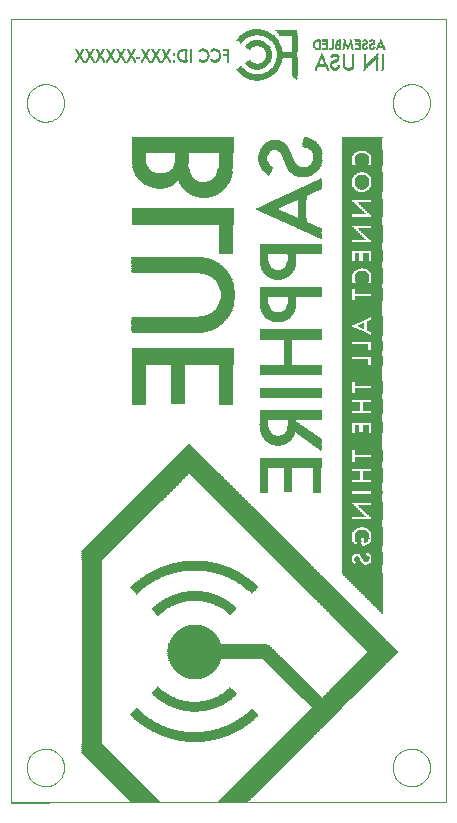
<source format=gbr>
G75*
G70*
%OFA0B0*%
%FSLAX24Y24*%
%IPPOS*%
%LPD*%
%AMOC8*
5,1,8,0,0,1.08239X$1,22.5*
%
%ADD10C,0.0000*%
%ADD11R,0.0975X0.0008*%
%ADD12R,0.0967X0.0008*%
%ADD13R,0.0975X0.0008*%
%ADD14R,0.0966X0.0008*%
%ADD15R,0.0967X0.0008*%
%ADD16R,0.0976X0.0008*%
%ADD17R,0.0974X0.0008*%
%ADD18R,0.0966X0.0008*%
%ADD19R,0.0958X0.0008*%
%ADD20R,0.0950X0.0008*%
%ADD21R,0.0941X0.0008*%
%ADD22R,0.0933X0.0008*%
%ADD23R,0.0925X0.0008*%
%ADD24R,0.0916X0.0008*%
%ADD25R,0.0908X0.0008*%
%ADD26R,0.0900X0.0008*%
%ADD27R,0.0891X0.0008*%
%ADD28R,0.0883X0.0008*%
%ADD29R,0.0875X0.0008*%
%ADD30R,0.0866X0.0008*%
%ADD31R,0.0858X0.0008*%
%ADD32R,0.0850X0.0008*%
%ADD33R,0.0841X0.0008*%
%ADD34R,0.0833X0.0008*%
%ADD35R,0.0825X0.0008*%
%ADD36R,0.0816X0.0008*%
%ADD37R,0.0808X0.0008*%
%ADD38R,0.0800X0.0008*%
%ADD39R,0.0791X0.0008*%
%ADD40R,0.0783X0.0008*%
%ADD41R,0.0775X0.0008*%
%ADD42R,0.0766X0.0008*%
%ADD43R,0.0758X0.0008*%
%ADD44R,0.0750X0.0008*%
%ADD45R,0.0741X0.0008*%
%ADD46R,0.0733X0.0008*%
%ADD47R,0.0725X0.0008*%
%ADD48R,0.0716X0.0008*%
%ADD49R,0.0708X0.0008*%
%ADD50R,0.0700X0.0008*%
%ADD51R,0.0691X0.0008*%
%ADD52R,0.0683X0.0008*%
%ADD53R,0.0683X0.0008*%
%ADD54R,0.0450X0.0008*%
%ADD55R,0.0642X0.0008*%
%ADD56R,0.0900X0.0008*%
%ADD57R,0.1008X0.0008*%
%ADD58R,0.1100X0.0008*%
%ADD59R,0.1192X0.0008*%
%ADD60R,0.1266X0.0008*%
%ADD61R,0.1342X0.0008*%
%ADD62R,0.1408X0.0008*%
%ADD63R,0.1484X0.0008*%
%ADD64R,0.1542X0.0008*%
%ADD65R,0.1608X0.0008*%
%ADD66R,0.1666X0.0008*%
%ADD67R,0.1726X0.0008*%
%ADD68R,0.0967X0.0008*%
%ADD69R,0.1775X0.0008*%
%ADD70R,0.1834X0.0008*%
%ADD71R,0.1884X0.0008*%
%ADD72R,0.1933X0.0008*%
%ADD73R,0.1984X0.0008*%
%ADD74R,0.2025X0.0008*%
%ADD75R,0.2075X0.0008*%
%ADD76R,0.2126X0.0008*%
%ADD77R,0.2158X0.0008*%
%ADD78R,0.2208X0.0008*%
%ADD79R,0.2250X0.0008*%
%ADD80R,0.2292X0.0008*%
%ADD81R,0.2325X0.0008*%
%ADD82R,0.2375X0.0008*%
%ADD83R,0.2408X0.0008*%
%ADD84R,0.2442X0.0008*%
%ADD85R,0.2492X0.0008*%
%ADD86R,0.2525X0.0008*%
%ADD87R,0.2558X0.0008*%
%ADD88R,0.2592X0.0008*%
%ADD89R,0.2625X0.0008*%
%ADD90R,0.1192X0.0008*%
%ADD91R,0.1191X0.0008*%
%ADD92R,0.1092X0.0008*%
%ADD93R,0.1033X0.0008*%
%ADD94R,0.1034X0.0008*%
%ADD95R,0.0983X0.0008*%
%ADD96R,0.0916X0.0008*%
%ADD97R,0.0917X0.0008*%
%ADD98R,0.0892X0.0008*%
%ADD99R,0.0867X0.0008*%
%ADD100R,0.0841X0.0008*%
%ADD101R,0.0825X0.0008*%
%ADD102R,0.0809X0.0008*%
%ADD103R,0.0792X0.0008*%
%ADD104R,0.0791X0.0008*%
%ADD105R,0.0775X0.0008*%
%ADD106R,0.0758X0.0008*%
%ADD107R,0.0742X0.0008*%
%ADD108R,0.0733X0.0008*%
%ADD109R,0.0742X0.0008*%
%ADD110R,0.0717X0.0008*%
%ADD111R,0.0709X0.0008*%
%ADD112R,0.0700X0.0008*%
%ADD113R,0.0691X0.0008*%
%ADD114R,0.0692X0.0008*%
%ADD115R,0.0683X0.0008*%
%ADD116R,0.0666X0.0008*%
%ADD117R,0.0667X0.0008*%
%ADD118R,0.0666X0.0008*%
%ADD119R,0.0649X0.0008*%
%ADD120R,0.0651X0.0008*%
%ADD121R,0.0650X0.0008*%
%ADD122R,0.0633X0.0008*%
%ADD123R,0.0633X0.0008*%
%ADD124R,0.0625X0.0008*%
%ADD125R,0.0617X0.0008*%
%ADD126R,0.0625X0.0008*%
%ADD127R,0.0608X0.0008*%
%ADD128R,0.0609X0.0008*%
%ADD129R,0.0608X0.0008*%
%ADD130R,0.0600X0.0008*%
%ADD131R,0.0600X0.0008*%
%ADD132R,0.0592X0.0008*%
%ADD133R,0.0591X0.0008*%
%ADD134R,0.0592X0.0008*%
%ADD135R,0.0584X0.0008*%
%ADD136R,0.0583X0.0008*%
%ADD137R,0.0575X0.0008*%
%ADD138R,0.0575X0.0008*%
%ADD139R,0.0567X0.0008*%
%ADD140R,0.0566X0.0008*%
%ADD141R,0.0558X0.0008*%
%ADD142R,0.0559X0.0008*%
%ADD143R,0.0558X0.0008*%
%ADD144R,0.0550X0.0008*%
%ADD145R,0.0542X0.0008*%
%ADD146R,0.0541X0.0008*%
%ADD147R,0.0542X0.0008*%
%ADD148R,0.0533X0.0008*%
%ADD149R,0.0541X0.0008*%
%ADD150R,0.0533X0.0008*%
%ADD151R,0.0534X0.0008*%
%ADD152R,0.0525X0.0008*%
%ADD153R,0.0525X0.0008*%
%ADD154R,0.0517X0.0008*%
%ADD155R,0.0516X0.0008*%
%ADD156R,0.0509X0.0008*%
%ADD157R,0.0508X0.0008*%
%ADD158R,0.0500X0.0008*%
%ADD159R,0.0508X0.0008*%
%ADD160R,0.0509X0.0008*%
%ADD161R,0.0500X0.0008*%
%ADD162R,0.0508X0.0008*%
%ADD163R,0.0492X0.0008*%
%ADD164R,0.0492X0.0008*%
%ADD165R,0.0491X0.0008*%
%ADD166R,0.0483X0.0008*%
%ADD167R,0.0492X0.0008*%
%ADD168R,0.0484X0.0008*%
%ADD169R,0.0483X0.0008*%
%ADD170R,0.0476X0.0008*%
%ADD171R,0.0475X0.0008*%
%ADD172R,0.0483X0.0008*%
%ADD173R,0.0475X0.0008*%
%ADD174R,0.0467X0.0008*%
%ADD175R,0.0467X0.0008*%
%ADD176R,0.0467X0.0008*%
%ADD177R,0.0459X0.0008*%
%ADD178R,0.0458X0.0008*%
%ADD179R,0.0466X0.0008*%
%ADD180R,0.0442X0.0008*%
%ADD181R,0.0425X0.0008*%
%ADD182R,0.0450X0.0008*%
%ADD183R,0.0400X0.0008*%
%ADD184R,0.0433X0.0008*%
%ADD185R,0.0384X0.0008*%
%ADD186R,0.0417X0.0008*%
%ADD187R,0.0366X0.0008*%
%ADD188R,0.0392X0.0008*%
%ADD189R,0.0350X0.0008*%
%ADD190R,0.0375X0.0008*%
%ADD191R,0.0325X0.0008*%
%ADD192R,0.0358X0.0008*%
%ADD193R,0.0308X0.0008*%
%ADD194R,0.0342X0.0008*%
%ADD195R,0.0292X0.0008*%
%ADD196R,0.0275X0.0008*%
%ADD197R,0.0258X0.0008*%
%ADD198R,0.0284X0.0008*%
%ADD199R,0.0242X0.0008*%
%ADD200R,0.0267X0.0008*%
%ADD201R,0.0217X0.0008*%
%ADD202R,0.0250X0.0008*%
%ADD203R,0.0200X0.0008*%
%ADD204R,0.0234X0.0008*%
%ADD205R,0.0183X0.0008*%
%ADD206R,0.0216X0.0008*%
%ADD207R,0.0167X0.0008*%
%ADD208R,0.0300X0.0008*%
%ADD209R,0.0150X0.0008*%
%ADD210R,0.0184X0.0008*%
%ADD211R,0.0133X0.0008*%
%ADD212R,0.0166X0.0008*%
%ADD213R,0.0117X0.0008*%
%ADD214R,0.0708X0.0008*%
%ADD215R,0.0100X0.0008*%
%ADD216R,0.0125X0.0008*%
%ADD217R,0.0792X0.0008*%
%ADD218R,0.0083X0.0008*%
%ADD219R,0.0108X0.0008*%
%ADD220R,0.0874X0.0008*%
%ADD221R,0.0067X0.0008*%
%ADD222R,0.0092X0.0008*%
%ADD223R,0.0942X0.0008*%
%ADD224R,0.0050X0.0008*%
%ADD225R,0.0075X0.0008*%
%ADD226R,0.0033X0.0008*%
%ADD227R,0.0058X0.0008*%
%ADD228R,0.1075X0.0008*%
%ADD229R,0.0017X0.0008*%
%ADD230R,0.0967X0.0008*%
%ADD231R,0.0042X0.0008*%
%ADD232R,0.1125X0.0008*%
%ADD233R,0.0025X0.0008*%
%ADD234R,0.1192X0.0008*%
%ADD235R,0.0008X0.0008*%
%ADD236R,0.1242X0.0008*%
%ADD237R,0.1292X0.0008*%
%ADD238R,0.1384X0.0008*%
%ADD239R,0.0991X0.0008*%
%ADD240R,0.1425X0.0008*%
%ADD241R,0.1009X0.0008*%
%ADD242R,0.1475X0.0008*%
%ADD243R,0.1025X0.0008*%
%ADD244R,0.1508X0.0008*%
%ADD245R,0.1042X0.0008*%
%ADD246R,0.1558X0.0008*%
%ADD247R,0.1059X0.0008*%
%ADD248R,0.1592X0.0008*%
%ADD249R,0.1075X0.0008*%
%ADD250R,0.1626X0.0008*%
%ADD251R,0.1091X0.0008*%
%ADD252R,0.1109X0.0008*%
%ADD253R,0.1708X0.0008*%
%ADD254R,0.1742X0.0008*%
%ADD255R,0.1141X0.0008*%
%ADD256R,0.1775X0.0008*%
%ADD257R,0.1159X0.0008*%
%ADD258R,0.1808X0.0008*%
%ADD259R,0.1175X0.0008*%
%ADD260R,0.1842X0.0008*%
%ADD261R,0.1875X0.0008*%
%ADD262R,0.1209X0.0008*%
%ADD263R,0.1908X0.0008*%
%ADD264R,0.1225X0.0008*%
%ADD265R,0.1241X0.0008*%
%ADD266R,0.1958X0.0008*%
%ADD267R,0.1258X0.0008*%
%ADD268R,0.1992X0.0008*%
%ADD269R,0.1275X0.0008*%
%ADD270R,0.2025X0.0008*%
%ADD271R,0.1291X0.0008*%
%ADD272R,0.2050X0.0008*%
%ADD273R,0.1309X0.0008*%
%ADD274R,0.2075X0.0008*%
%ADD275R,0.1325X0.0008*%
%ADD276R,0.2108X0.0008*%
%ADD277R,0.1341X0.0008*%
%ADD278R,0.1017X0.0008*%
%ADD279R,0.1359X0.0008*%
%ADD280R,0.1375X0.0008*%
%ADD281R,0.0850X0.0008*%
%ADD282R,0.0842X0.0008*%
%ADD283R,0.1391X0.0008*%
%ADD284R,0.0808X0.0008*%
%ADD285R,0.1409X0.0008*%
%ADD286R,0.0776X0.0008*%
%ADD287R,0.0750X0.0008*%
%ADD288R,0.1441X0.0008*%
%ADD289R,0.0734X0.0008*%
%ADD290R,0.1458X0.0008*%
%ADD291R,0.0692X0.0008*%
%ADD292R,0.1491X0.0008*%
%ADD293R,0.0675X0.0008*%
%ADD294R,0.1509X0.0008*%
%ADD295R,0.0658X0.0008*%
%ADD296R,0.0659X0.0008*%
%ADD297R,0.1525X0.0008*%
%ADD298R,0.0642X0.0008*%
%ADD299R,0.1541X0.0008*%
%ADD300R,0.0634X0.0008*%
%ADD301R,0.1559X0.0008*%
%ADD302R,0.0617X0.0008*%
%ADD303R,0.1575X0.0008*%
%ADD304R,0.1591X0.0008*%
%ADD305R,0.1609X0.0008*%
%ADD306R,0.0592X0.0008*%
%ADD307R,0.0591X0.0008*%
%ADD308R,0.0642X0.0008*%
%ADD309R,0.0583X0.0008*%
%ADD310R,0.0584X0.0008*%
%ADD311R,0.0641X0.0008*%
%ADD312R,0.0567X0.0008*%
%ADD313R,0.0558X0.0008*%
%ADD314R,0.0559X0.0008*%
%ADD315R,0.0558X0.0008*%
%ADD316R,0.0542X0.0008*%
%ADD317R,0.0641X0.0008*%
%ADD318R,0.0517X0.0008*%
%ADD319R,0.0650X0.0008*%
%ADD320R,0.0508X0.0008*%
%ADD321R,0.0434X0.0008*%
%ADD322R,0.0466X0.0008*%
%ADD323R,0.0442X0.0008*%
%ADD324R,0.0425X0.0008*%
%ADD325R,0.0383X0.0008*%
%ADD326R,0.0334X0.0008*%
%ADD327R,0.0366X0.0008*%
%ADD328R,0.0317X0.0008*%
%ADD329R,0.0342X0.0008*%
%ADD330R,0.0325X0.0008*%
%ADD331R,0.0275X0.0008*%
%ADD332R,0.0308X0.0008*%
%ADD333R,0.0259X0.0008*%
%ADD334R,0.0291X0.0008*%
%ADD335R,0.0241X0.0008*%
%ADD336R,0.0267X0.0008*%
%ADD337R,0.0225X0.0008*%
%ADD338R,0.0250X0.0008*%
%ADD339R,0.0200X0.0008*%
%ADD340R,0.0233X0.0008*%
%ADD341R,0.0183X0.0008*%
%ADD342R,0.0217X0.0008*%
%ADD343R,0.0167X0.0008*%
%ADD344R,0.0150X0.0008*%
%ADD345R,0.0133X0.0008*%
%ADD346R,0.0159X0.0008*%
%ADD347R,0.0117X0.0008*%
%ADD348R,0.0141X0.0008*%
%ADD349R,0.0092X0.0008*%
%ADD350R,0.0109X0.0008*%
%ADD351R,0.0058X0.0008*%
%ADD352R,0.0091X0.0008*%
%ADD353R,0.0042X0.0008*%
%ADD354R,0.0059X0.0008*%
%ADD355R,0.0008X0.0008*%
%ADD356R,0.0041X0.0008*%
%ADD357R,0.0009X0.0008*%
%ADD358R,0.0608X0.0008*%
%ADD359R,0.0658X0.0008*%
%ADD360R,0.0692X0.0008*%
%ADD361R,0.0808X0.0008*%
%ADD362R,0.0842X0.0008*%
%ADD363R,0.0866X0.0008*%
%ADD364R,0.0892X0.0008*%
%ADD365R,0.0958X0.0008*%
%ADD366R,0.1058X0.0008*%
%ADD367R,0.1116X0.0008*%
%ADD368R,0.1142X0.0008*%
%ADD369R,0.1158X0.0008*%
%ADD370R,0.1175X0.0008*%
%ADD371R,0.1216X0.0008*%
%ADD372R,0.1234X0.0008*%
%ADD373R,0.1250X0.0008*%
%ADD374R,0.1292X0.0008*%
%ADD375R,0.1300X0.0008*%
%ADD376R,0.1316X0.0008*%
%ADD377R,0.1334X0.0008*%
%ADD378R,0.1358X0.0008*%
%ADD379R,0.1375X0.0008*%
%ADD380R,0.1392X0.0008*%
%ADD381R,0.1408X0.0008*%
%ADD382R,0.1416X0.0008*%
%ADD383R,0.1442X0.0008*%
%ADD384R,0.1458X0.0008*%
%ADD385R,0.1466X0.0008*%
%ADD386R,0.1492X0.0008*%
%ADD387R,0.1500X0.0008*%
%ADD388R,0.1508X0.0008*%
%ADD389R,0.1525X0.0008*%
%ADD390R,0.1534X0.0008*%
%ADD391R,0.1558X0.0008*%
%ADD392R,0.1584X0.0008*%
%ADD393R,0.1600X0.0008*%
%ADD394R,0.1617X0.0008*%
%ADD395R,0.1626X0.0008*%
%ADD396R,0.1634X0.0008*%
%ADD397R,0.1642X0.0008*%
%ADD398R,0.1658X0.0008*%
%ADD399R,0.1658X0.0008*%
%ADD400R,0.1675X0.0008*%
%ADD401R,0.1675X0.0008*%
%ADD402R,0.1692X0.0008*%
%ADD403R,0.1692X0.0008*%
%ADD404R,0.1700X0.0008*%
%ADD405R,0.1708X0.0008*%
%ADD406R,0.1717X0.0008*%
%ADD407R,0.1726X0.0008*%
%ADD408R,0.1742X0.0008*%
%ADD409R,0.1750X0.0008*%
%ADD410R,0.3783X0.0008*%
%ADD411R,0.3775X0.0008*%
%ADD412R,0.3767X0.0008*%
%ADD413R,0.3758X0.0008*%
%ADD414R,0.0974X0.0008*%
%ADD415R,0.3758X0.0008*%
%ADD416R,0.3750X0.0008*%
%ADD417R,0.3741X0.0008*%
%ADD418R,0.3733X0.0008*%
%ADD419R,0.3725X0.0008*%
%ADD420R,0.3716X0.0008*%
%ADD421R,0.3717X0.0008*%
%ADD422R,0.3709X0.0008*%
%ADD423R,0.3700X0.0008*%
%ADD424R,0.3692X0.0008*%
%ADD425R,0.3684X0.0008*%
%ADD426R,0.3675X0.0008*%
%ADD427R,0.3667X0.0008*%
%ADD428R,0.3659X0.0008*%
%ADD429R,0.3650X0.0008*%
%ADD430R,0.3642X0.0008*%
%ADD431R,0.3642X0.0008*%
%ADD432R,0.3633X0.0008*%
%ADD433R,0.0976X0.0008*%
%ADD434R,0.3625X0.0008*%
%ADD435R,0.3617X0.0008*%
%ADD436R,0.3608X0.0008*%
%ADD437R,0.3600X0.0008*%
%ADD438R,0.3592X0.0008*%
%ADD439R,0.3583X0.0008*%
%ADD440R,0.3575X0.0008*%
%ADD441R,0.3567X0.0008*%
%ADD442R,0.3550X0.0008*%
%ADD443R,0.3542X0.0008*%
%ADD444R,0.3534X0.0008*%
%ADD445R,0.3525X0.0008*%
%ADD446R,0.3517X0.0008*%
%ADD447R,0.3509X0.0008*%
%ADD448R,0.3500X0.0008*%
%ADD449R,0.3492X0.0008*%
%ADD450R,0.3484X0.0008*%
%ADD451R,0.3475X0.0008*%
%ADD452R,0.3458X0.0008*%
%ADD453R,0.3450X0.0008*%
%ADD454R,0.3441X0.0008*%
%ADD455R,0.3433X0.0008*%
%ADD456R,0.3425X0.0008*%
%ADD457R,0.3416X0.0008*%
%ADD458R,0.3400X0.0008*%
%ADD459R,0.3392X0.0008*%
%ADD460R,0.3383X0.0008*%
%ADD461R,0.3367X0.0008*%
%ADD462R,0.3358X0.0008*%
%ADD463R,0.3334X0.0008*%
%ADD464R,0.3317X0.0008*%
%ADD465R,0.3300X0.0008*%
%ADD466R,0.3267X0.0008*%
%ADD467R,0.1717X0.0008*%
%ADD468R,0.1700X0.0008*%
%ADD469R,0.1684X0.0008*%
%ADD470R,0.1642X0.0008*%
%ADD471R,0.1634X0.0008*%
%ADD472R,0.1617X0.0008*%
%ADD473R,0.1608X0.0008*%
%ADD474R,0.1592X0.0008*%
%ADD475R,0.1584X0.0008*%
%ADD476R,0.1534X0.0008*%
%ADD477R,0.1500X0.0008*%
%ADD478R,0.1492X0.0008*%
%ADD479R,0.1466X0.0008*%
%ADD480R,0.1458X0.0008*%
%ADD481R,0.1425X0.0008*%
%ADD482R,0.1416X0.0008*%
%ADD483R,0.1392X0.0008*%
%ADD484R,0.1342X0.0008*%
%ADD485R,0.1334X0.0008*%
%ADD486R,0.1300X0.0008*%
%ADD487R,0.1250X0.0008*%
%ADD488R,0.1234X0.0008*%
%ADD489R,0.1142X0.0008*%
%ADD490R,0.1116X0.0008*%
%ADD491R,0.1058X0.0008*%
%ADD492R,0.1008X0.0008*%
%ADD493R,0.0925X0.0008*%
%ADD494R,0.0892X0.0008*%
%ADD495R,0.0842X0.0008*%
%ADD496R,0.0734X0.0008*%
%ADD497R,0.0692X0.0008*%
%ADD498R,0.0442X0.0008*%
%ADD499R,0.0375X0.0008*%
%ADD500R,0.0134X0.0008*%
%ADD501R,0.0017X0.0008*%
%ADD502R,0.0075X0.0008*%
%ADD503R,0.0025X0.0008*%
%ADD504R,0.0041X0.0008*%
%ADD505R,0.0108X0.0008*%
%ADD506R,0.0125X0.0008*%
%ADD507R,0.0142X0.0008*%
%ADD508R,0.0091X0.0008*%
%ADD509R,0.0017X0.0008*%
%ADD510R,0.0158X0.0008*%
%ADD511R,0.0175X0.0008*%
%ADD512R,0.0033X0.0008*%
%ADD513R,0.0192X0.0008*%
%ADD514R,0.0141X0.0008*%
%ADD515R,0.0042X0.0008*%
%ADD516R,0.0208X0.0008*%
%ADD517R,0.0167X0.0008*%
%ADD518R,0.0234X0.0008*%
%ADD519R,0.0183X0.0008*%
%ADD520R,0.0067X0.0008*%
%ADD521R,0.0266X0.0008*%
%ADD522R,0.0217X0.0008*%
%ADD523R,0.0283X0.0008*%
%ADD524R,0.0233X0.0008*%
%ADD525R,0.0083X0.0008*%
%ADD526R,0.0092X0.0008*%
%ADD527R,0.0342X0.0008*%
%ADD528R,0.0292X0.0008*%
%ADD529R,0.0317X0.0008*%
%ADD530R,0.0400X0.0008*%
%ADD531R,0.0350X0.0008*%
%ADD532R,0.0133X0.0008*%
%ADD533R,0.0142X0.0008*%
%ADD534R,0.0441X0.0008*%
%ADD535R,0.0392X0.0008*%
%ADD536R,0.0458X0.0008*%
%ADD537R,0.0417X0.0008*%
%ADD538R,0.0158X0.0008*%
%ADD539R,0.0433X0.0008*%
%ADD540R,0.0175X0.0008*%
%ADD541R,0.0192X0.0008*%
%ADD542R,0.0491X0.0008*%
%ADD543R,0.0208X0.0008*%
%ADD544R,0.0517X0.0008*%
%ADD545R,0.0516X0.0008*%
%ADD546R,0.0524X0.0008*%
%ADD547R,0.0534X0.0008*%
%ADD548R,0.0533X0.0008*%
%ADD549R,0.0258X0.0008*%
%ADD550R,0.0550X0.0008*%
%ADD551R,0.0309X0.0008*%
%ADD552R,0.0583X0.0008*%
%ADD553R,0.0317X0.0008*%
%ADD554R,0.0608X0.0008*%
%ADD555R,0.0609X0.0008*%
%ADD556R,0.0333X0.0008*%
%ADD557R,0.0616X0.0008*%
%ADD558R,0.0642X0.0008*%
%ADD559R,0.0358X0.0008*%
%ADD560R,0.0367X0.0008*%
%ADD561R,0.0684X0.0008*%
%ADD562R,0.0383X0.0008*%
%ADD563R,0.0409X0.0008*%
%ADD564R,0.0759X0.0008*%
%ADD565R,0.0767X0.0008*%
%ADD566R,0.0417X0.0008*%
%ADD567R,0.2117X0.0008*%
%ADD568R,0.2092X0.0008*%
%ADD569R,0.2058X0.0008*%
%ADD570R,0.2033X0.0008*%
%ADD571R,0.2008X0.0008*%
%ADD572R,0.1975X0.0008*%
%ADD573R,0.1942X0.0008*%
%ADD574R,0.1917X0.0008*%
%ADD575R,0.0517X0.0008*%
%ADD576R,0.1892X0.0008*%
%ADD577R,0.1858X0.0008*%
%ADD578R,0.1826X0.0008*%
%ADD579R,0.1792X0.0008*%
%ADD580R,0.1758X0.0008*%
%ADD581R,0.1650X0.0008*%
%ADD582R,0.1450X0.0008*%
%ADD583R,0.0633X0.0008*%
%ADD584R,0.1308X0.0008*%
%ADD585R,0.1258X0.0008*%
%ADD586R,0.0658X0.0008*%
%ADD587R,0.0008X0.0008*%
%ADD588R,0.1208X0.0008*%
%ADD589R,0.0667X0.0008*%
%ADD590R,0.0042X0.0008*%
%ADD591R,0.1100X0.0008*%
%ADD592R,0.0058X0.0008*%
%ADD593R,0.1042X0.0008*%
%ADD594R,0.0092X0.0008*%
%ADD595R,0.0908X0.0008*%
%ADD596R,0.0708X0.0008*%
%ADD597R,0.0108X0.0008*%
%ADD598R,0.0142X0.0008*%
%ADD599R,0.0158X0.0008*%
%ADD600R,0.0192X0.0008*%
%ADD601R,0.0758X0.0008*%
%ADD602R,0.0208X0.0008*%
%ADD603R,0.0166X0.0008*%
%ADD604R,0.0233X0.0008*%
%ADD605R,0.0783X0.0008*%
%ADD606R,0.0267X0.0008*%
%ADD607R,0.0216X0.0008*%
%ADD608R,0.0300X0.0008*%
%ADD609R,0.0808X0.0008*%
%ADD610R,0.0817X0.0008*%
%ADD611R,0.0333X0.0008*%
%ADD612R,0.0292X0.0008*%
%ADD613R,0.0359X0.0008*%
%ADD614R,0.0834X0.0008*%
%ADD615R,0.0391X0.0008*%
%ADD616R,0.0858X0.0008*%
%ADD617R,0.0383X0.0008*%
%ADD618R,0.0401X0.0008*%
%ADD619R,0.0883X0.0008*%
%ADD620R,0.0458X0.0008*%
%ADD621R,0.0908X0.0008*%
%ADD622R,0.0917X0.0008*%
%ADD623R,0.0934X0.0008*%
%ADD624R,0.0484X0.0008*%
%ADD625R,0.0958X0.0008*%
%ADD626R,0.0483X0.0008*%
%ADD627R,0.0983X0.0008*%
%ADD628R,0.0992X0.0008*%
%ADD629R,0.1000X0.0008*%
%ADD630R,0.1008X0.0008*%
%ADD631R,0.1017X0.0008*%
%ADD632R,0.1034X0.0008*%
%ADD633R,0.1050X0.0008*%
%ADD634R,0.1058X0.0008*%
%ADD635R,0.1067X0.0008*%
%ADD636R,0.1083X0.0008*%
%ADD637R,0.0533X0.0008*%
%ADD638R,0.1108X0.0008*%
%ADD639R,0.1117X0.0008*%
%ADD640R,0.1134X0.0008*%
%ADD641R,0.1150X0.0008*%
%ADD642R,0.0567X0.0008*%
%ADD643R,0.1158X0.0008*%
%ADD644R,0.1167X0.0008*%
%ADD645R,0.1183X0.0008*%
%ADD646R,0.1200X0.0008*%
%ADD647R,0.1208X0.0008*%
%ADD648R,0.1217X0.0008*%
%ADD649R,0.1242X0.0008*%
%ADD650R,0.1258X0.0008*%
%ADD651R,0.1267X0.0008*%
%ADD652R,0.0667X0.0008*%
%ADD653R,0.1283X0.0008*%
%ADD654R,0.0684X0.0008*%
%ADD655R,0.1308X0.0008*%
%ADD656R,0.1317X0.0008*%
%ADD657R,0.0716X0.0008*%
%ADD658R,0.0725X0.0008*%
%ADD659R,0.1333X0.0008*%
%ADD660R,0.0741X0.0008*%
%ADD661R,0.1350X0.0008*%
%ADD662R,0.0767X0.0008*%
%ADD663R,0.1358X0.0008*%
%ADD664R,0.0784X0.0008*%
%ADD665R,0.1358X0.0008*%
%ADD666R,0.0817X0.0008*%
%ADD667R,0.0834X0.0008*%
%ADD668R,0.0858X0.0008*%
%ADD669R,0.0884X0.0008*%
%ADD670R,0.0909X0.0008*%
%ADD671R,0.0933X0.0008*%
%ADD672R,0.1008X0.0008*%
%ADD673R,0.1133X0.0008*%
%ADD674R,0.2642X0.0008*%
%ADD675R,0.2608X0.0008*%
%ADD676R,0.2575X0.0008*%
%ADD677R,0.2542X0.0008*%
%ADD678R,0.2508X0.0008*%
%ADD679R,0.2466X0.0008*%
%ADD680R,0.2425X0.0008*%
%ADD681R,0.2392X0.0008*%
%ADD682R,0.2350X0.0008*%
%ADD683R,0.2308X0.0008*%
%ADD684R,0.2275X0.0008*%
%ADD685R,0.2225X0.0008*%
%ADD686R,0.2192X0.0008*%
%ADD687R,0.2142X0.0008*%
%ADD688R,0.2092X0.0008*%
%ADD689R,0.1958X0.0008*%
%ADD690R,0.1858X0.0008*%
%ADD691R,0.1808X0.0008*%
%ADD692R,0.0424X0.0008*%
%ADD693R,0.0408X0.0008*%
%ADD694R,0.1442X0.0008*%
%ADD695R,0.0391X0.0008*%
%ADD696R,0.0225X0.0008*%
%ADD697R,0.0433X0.0008*%
%ADD698R,0.1225X0.0008*%
%ADD699R,0.0183X0.0008*%
%ADD700R,0.0358X0.0008*%
%ADD701R,0.0409X0.0008*%
%ADD702R,0.0950X0.0008*%
%ADD703R,0.0341X0.0008*%
%ADD704R,0.0341X0.0008*%
%ADD705R,0.0542X0.0008*%
%ADD706R,0.0167X0.0008*%
%ADD707R,0.0324X0.0008*%
%ADD708R,0.0176X0.0008*%
%ADD709R,0.0324X0.0008*%
%ADD710R,0.0176X0.0008*%
%ADD711R,0.0191X0.0008*%
%ADD712R,0.0367X0.0008*%
%ADD713R,0.0316X0.0008*%
%ADD714R,0.0209X0.0008*%
%ADD715R,0.0316X0.0008*%
%ADD716R,0.0233X0.0008*%
%ADD717R,0.0766X0.0008*%
%ADD718R,0.0126X0.0008*%
%ADD719R,0.0074X0.0008*%
%ADD720R,0.0816X0.0008*%
%ADD721R,0.0833X0.0008*%
%ADD722R,0.0392X0.0008*%
%ADD723R,0.0416X0.0008*%
%ADD724R,0.0891X0.0008*%
%ADD725R,0.0800X0.0008*%
%ADD726R,0.0933X0.0008*%
%ADD727R,0.0941X0.0008*%
%ADD728R,0.0441X0.0008*%
%ADD729R,0.0424X0.0008*%
%ADD730R,0.0158X0.0008*%
%ADD731R,0.0133X0.0008*%
%ADD732R,0.0033X0.0008*%
%ADD733R,0.0083X0.0008*%
%ADD734R,0.0191X0.0008*%
%ADD735R,0.0108X0.0008*%
%ADD736R,0.0116X0.0008*%
%ADD737R,0.0459X0.0008*%
%ADD738R,0.0442X0.0008*%
%ADD739R,0.0416X0.0008*%
%ADD740R,0.0134X0.0008*%
%ADD741R,0.0467X0.0008*%
%ADD742R,0.0492X0.0008*%
%ADD743R,0.0675X0.0008*%
%ADD744R,0.0566X0.0008*%
%ADD745R,0.0292X0.0008*%
%ADD746R,0.1925X0.0008*%
%ADD747R,0.1908X0.0008*%
%ADD748R,0.1892X0.0008*%
%ADD749R,0.1875X0.0008*%
%ADD750R,0.1858X0.0008*%
%ADD751R,0.1842X0.0008*%
%ADD752R,0.1825X0.0008*%
%ADD753R,0.1808X0.0008*%
%ADD754R,0.1792X0.0008*%
%ADD755R,0.1759X0.0008*%
%ADD756R,0.1742X0.0008*%
%ADD757R,0.1725X0.0008*%
%ADD758R,0.1708X0.0008*%
%ADD759R,0.1692X0.0008*%
%ADD760R,0.1659X0.0008*%
%ADD761R,0.1642X0.0008*%
%ADD762R,0.1625X0.0008*%
%ADD763R,0.1608X0.0008*%
%ADD764R,0.1592X0.0008*%
%ADD765R,0.1575X0.0008*%
%ADD766R,0.2050X0.0008*%
%ADD767R,0.1542X0.0008*%
%ADD768R,0.1508X0.0008*%
%ADD769R,0.1492X0.0008*%
%ADD770R,0.1475X0.0008*%
%ADD771R,0.1459X0.0008*%
%ADD772R,0.1442X0.0008*%
%ADD773R,0.1408X0.0008*%
%ADD774R,0.1392X0.0008*%
%ADD775R,0.1342X0.0008*%
%ADD776R,0.1325X0.0008*%
%ADD777R,0.1308X0.0008*%
%ADD778R,0.1292X0.0008*%
%ADD779R,0.1275X0.0008*%
%ADD780R,0.1259X0.0008*%
%ADD781R,0.1241X0.0008*%
%ADD782R,0.1208X0.0008*%
%ADD783R,0.1192X0.0008*%
%ADD784R,0.0934X0.0008*%
%ADD785R,0.1158X0.0008*%
%ADD786R,0.1141X0.0008*%
%ADD787R,0.1125X0.0008*%
%ADD788R,0.1108X0.0008*%
%ADD789R,0.1092X0.0008*%
%ADD790R,0.1058X0.0008*%
%ADD791R,0.1041X0.0008*%
%ADD792R,0.1025X0.0008*%
%ADD793R,0.0992X0.0008*%
%ADD794R,0.0892X0.0008*%
%ADD795R,0.0875X0.0008*%
%ADD796R,0.0842X0.0008*%
%ADD797R,0.0742X0.0008*%
%ADD798R,0.0050X0.0008*%
%ADD799R,0.0309X0.0008*%
%ADD800R,0.0117X0.0008*%
%ADD801R,0.0258X0.0008*%
%ADD802R,0.0242X0.0008*%
%ADD803R,0.0283X0.0008*%
%ADD804R,0.0408X0.0008*%
%ADD805R,0.0758X0.0008*%
%ADD806R,0.0867X0.0008*%
%ADD807R,0.1017X0.0008*%
%ADD808R,0.1042X0.0008*%
%ADD809R,0.0384X0.0008*%
%ADD810R,0.0333X0.0008*%
%ADD811R,0.0333X0.0008*%
%ADD812R,0.0159X0.0008*%
%ADD813R,0.0308X0.0008*%
%ADD814R,0.0317X0.0008*%
%ADD815R,0.0809X0.0008*%
%ADD816R,0.0733X0.0008*%
%ADD817R,0.0709X0.0008*%
%ADD818R,0.0291X0.0008*%
%ADD819R,0.0583X0.0008*%
%ADD820R,0.3384X0.0008*%
%ADD821R,0.3384X0.0008*%
%ADD822R,0.0849X0.0008*%
%ADD823R,0.2325X0.0008*%
%ADD824R,0.2400X0.0008*%
%ADD825R,0.2450X0.0008*%
%ADD826R,0.2559X0.0008*%
%ADD827R,0.2584X0.0008*%
%ADD828R,0.2609X0.0008*%
%ADD829R,0.2634X0.0008*%
%ADD830R,0.2659X0.0008*%
%ADD831R,0.2684X0.0008*%
%ADD832R,0.2700X0.0008*%
%ADD833R,0.2717X0.0008*%
%ADD834R,0.2742X0.0008*%
%ADD835R,0.2759X0.0008*%
%ADD836R,0.2775X0.0008*%
%ADD837R,0.2792X0.0008*%
%ADD838R,0.2809X0.0008*%
%ADD839R,0.0067X0.0008*%
%ADD840R,0.2817X0.0008*%
%ADD841R,0.2834X0.0008*%
%ADD842R,0.2850X0.0008*%
%ADD843R,0.2859X0.0008*%
%ADD844R,0.2875X0.0008*%
%ADD845R,0.2884X0.0008*%
%ADD846R,0.2900X0.0008*%
%ADD847R,0.2909X0.0008*%
%ADD848R,0.2925X0.0008*%
%ADD849R,0.0209X0.0008*%
%ADD850R,0.2934X0.0008*%
%ADD851R,0.2942X0.0008*%
%ADD852R,0.2959X0.0008*%
%ADD853R,0.2967X0.0008*%
%ADD854R,0.2975X0.0008*%
%ADD855R,0.2992X0.0008*%
%ADD856R,0.0408X0.0008*%
%ADD857R,0.0100X0.0008*%
%ADD858R,0.3000X0.0008*%
%ADD859R,0.3009X0.0008*%
%ADD860R,0.3017X0.0008*%
%ADD861R,0.3025X0.0008*%
%ADD862R,0.3034X0.0008*%
%ADD863R,0.3042X0.0008*%
%ADD864R,0.3050X0.0008*%
%ADD865R,0.3058X0.0008*%
%ADD866R,0.3067X0.0008*%
%ADD867R,0.3075X0.0008*%
%ADD868R,0.3084X0.0008*%
%ADD869R,0.0259X0.0008*%
%ADD870R,0.3092X0.0008*%
%ADD871R,0.3100X0.0008*%
%ADD872R,0.3108X0.0008*%
%ADD873R,0.3117X0.0008*%
%ADD874R,0.3125X0.0008*%
%ADD875R,0.3134X0.0008*%
%ADD876R,0.3142X0.0008*%
%ADD877R,0.3150X0.0008*%
%ADD878R,0.3159X0.0008*%
%ADD879R,0.3167X0.0008*%
%ADD880R,0.3175X0.0008*%
%ADD881R,0.3184X0.0008*%
%ADD882R,0.3184X0.0008*%
%ADD883R,0.0767X0.0008*%
%ADD884R,0.3192X0.0008*%
%ADD885R,0.3200X0.0008*%
%ADD886R,0.3209X0.0008*%
%ADD887R,0.0859X0.0008*%
%ADD888R,0.0949X0.0008*%
%ADD889R,0.0717X0.0008*%
%ADD890R,0.0667X0.0008*%
%ADD891R,0.1050X0.0008*%
%ADD892R,0.0617X0.0008*%
%ADD893R,0.0367X0.0008*%
%ADD894R,0.0358X0.0008*%
%ADD895R,0.0334X0.0008*%
%ADD896R,0.0308X0.0008*%
%ADD897R,0.0284X0.0008*%
%ADD898R,0.0109X0.0008*%
%ADD899R,0.0683X0.0008*%
%ADD900R,0.0767X0.0008*%
%ADD901R,0.0726X0.0008*%
%ADD902R,0.0792X0.0008*%
%ADD903R,0.0851X0.0008*%
%ADD904R,0.0917X0.0008*%
%ADD905R,0.3209X0.0008*%
%ADD906R,0.3200X0.0008*%
%ADD907R,0.0983X0.0008*%
%ADD908R,0.3192X0.0008*%
%ADD909R,0.0992X0.0008*%
%ADD910R,0.3175X0.0008*%
%ADD911R,0.0084X0.0008*%
%ADD912R,0.3159X0.0008*%
%ADD913R,0.3150X0.0008*%
%ADD914R,0.3142X0.0008*%
%ADD915R,0.0434X0.0008*%
%ADD916R,0.3134X0.0008*%
%ADD917R,0.3117X0.0008*%
%ADD918R,0.3108X0.0008*%
%ADD919R,0.0524X0.0008*%
%ADD920R,0.3092X0.0008*%
%ADD921R,0.0359X0.0008*%
%ADD922R,0.3084X0.0008*%
%ADD923R,0.3067X0.0008*%
%ADD924R,0.3058X0.0008*%
%ADD925R,0.3042X0.0008*%
%ADD926R,0.3034X0.0008*%
%ADD927R,0.3000X0.0008*%
%ADD928R,0.2992X0.0008*%
%ADD929R,0.2984X0.0008*%
%ADD930R,0.2975X0.0008*%
%ADD931R,0.2959X0.0008*%
%ADD932R,0.2950X0.0008*%
%ADD933R,0.2942X0.0008*%
%ADD934R,0.2925X0.0008*%
%ADD935R,0.2917X0.0008*%
%ADD936R,0.2909X0.0008*%
%ADD937R,0.2892X0.0008*%
%ADD938R,0.2884X0.0008*%
%ADD939R,0.2867X0.0008*%
%ADD940R,0.2842X0.0008*%
%ADD941R,0.2825X0.0008*%
%ADD942R,0.2809X0.0008*%
%ADD943R,0.2800X0.0008*%
%ADD944R,0.2784X0.0008*%
%ADD945R,0.2767X0.0008*%
%ADD946R,0.2750X0.0008*%
%ADD947R,0.2734X0.0008*%
%ADD948R,0.2709X0.0008*%
%ADD949R,0.2692X0.0008*%
%ADD950R,0.2667X0.0008*%
%ADD951R,0.2650X0.0008*%
%ADD952R,0.2600X0.0008*%
%ADD953R,0.2575X0.0008*%
%ADD954R,0.2509X0.0008*%
%ADD955R,0.2467X0.0008*%
%ADD956R,0.2367X0.0008*%
%ADD957R,0.0034X0.0008*%
%ADD958R,0.0217X0.0008*%
%ADD959R,0.0267X0.0008*%
%ADD960R,0.0592X0.0008*%
%ADD961R,0.0617X0.0008*%
%ADD962R,0.0717X0.0008*%
%ADD963R,0.0749X0.0008*%
%ADD964R,0.0733X0.0008*%
%ADD965R,0.0717X0.0008*%
%ADD966R,0.0433X0.0008*%
%ADD967R,0.1033X0.0008*%
%ADD968R,0.1083X0.0008*%
%ADD969R,0.1101X0.0008*%
%ADD970R,0.1167X0.0008*%
%ADD971R,0.1183X0.0008*%
%ADD972R,0.1283X0.0008*%
%ADD973R,0.1333X0.0008*%
%ADD974R,0.1367X0.0008*%
%ADD975R,0.1383X0.0008*%
%ADD976R,0.1400X0.0008*%
%ADD977R,0.1433X0.0008*%
%ADD978R,0.1467X0.0008*%
%ADD979R,0.1508X0.0008*%
%ADD980R,0.1542X0.0008*%
%ADD981R,0.1550X0.0008*%
%ADD982R,0.0867X0.0008*%
%ADD983R,0.1558X0.0008*%
%ADD984R,0.1600X0.0008*%
%ADD985R,0.1616X0.0008*%
%ADD986R,0.1066X0.0008*%
%ADD987R,0.1650X0.0008*%
%ADD988R,0.1134X0.0008*%
%ADD989R,0.1233X0.0008*%
%ADD990R,0.1867X0.0008*%
%ADD991R,0.1867X0.0008*%
%ADD992R,0.1866X0.0008*%
%ADD993R,0.1859X0.0008*%
%ADD994R,0.1850X0.0008*%
%ADD995R,0.1850X0.0008*%
%ADD996R,0.1841X0.0008*%
%ADD997R,0.1842X0.0008*%
%ADD998R,0.0117X0.0008*%
%ADD999R,0.1842X0.0008*%
%ADD1000R,0.1841X0.0008*%
%ADD1001R,0.1834X0.0008*%
%ADD1002R,0.0008X0.0008*%
%ADD1003R,0.0792X0.0008*%
%ADD1004R,0.0616X0.0008*%
%ADD1005R,0.0884X0.0008*%
%ADD1006R,0.0908X0.0008*%
%ADD1007R,0.0924X0.0008*%
%ADD1008R,0.0942X0.0008*%
%ADD1009R,0.0567X0.0008*%
%ADD1010R,0.0392X0.0008*%
%ADD1011R,0.0501X0.0008*%
%ADD1012R,0.0408X0.0008*%
%ADD1013R,0.0501X0.0008*%
%ADD1014R,0.0399X0.0008*%
%ADD1015R,0.0383X0.0008*%
%ADD1016R,0.0342X0.0008*%
%ADD1017R,0.0116X0.0008*%
%ADD1018R,0.0474X0.0008*%
%ADD1019R,0.0241X0.0008*%
%ADD1020R,0.0633X0.0008*%
%ADD1021R,0.0067X0.0008*%
%ADD1022R,0.0783X0.0008*%
%ADD1023R,0.0833X0.0008*%
%ADD1024R,0.0901X0.0008*%
%ADD1025R,0.0917X0.0008*%
%ADD1026R,0.1033X0.0008*%
%ADD1027R,0.0017X0.0008*%
%ADD1028R,0.0084X0.0008*%
%ADD1029R,0.0083X0.0008*%
%ADD1030R,0.0224X0.0008*%
%ADD1031R,0.0016X0.0008*%
%ADD1032R,0.0066X0.0008*%
%ADD1033R,0.0349X0.0008*%
%ADD1034R,0.0349X0.0008*%
%ADD1035R,0.0283X0.0008*%
%ADD1036R,0.0208X0.0008*%
%ADD1037R,0.0192X0.0008*%
%ADD1038R,0.0142X0.0008*%
%ADD1039R,0.0151X0.0008*%
%ADD1040R,0.0066X0.0008*%
%ADD1041R,0.0184X0.0008*%
%ADD1042R,0.0076X0.0008*%
%ADD1043R,0.0076X0.0008*%
%ADD1044R,0.0059X0.0008*%
%ADD1045R,0.0266X0.0008*%
%ADD1046R,0.0033X0.0008*%
%ADD1047R,0.0074X0.0008*%
%ADD1048R,0.0149X0.0008*%
%ADD1049R,0.0101X0.0008*%
%ADD1050R,0.0099X0.0008*%
%ADD1051R,0.0258X0.0008*%
%ADD1052R,0.0126X0.0008*%
%ADD1053R,0.0124X0.0008*%
%ADD1054R,0.0149X0.0008*%
%ADD1055R,0.0009X0.0008*%
%ADD1056R,0.0034X0.0008*%
%ADD1057R,0.0058X0.0008*%
%ADD1058R,0.0051X0.0008*%
%ADD1059R,0.0051X0.0008*%
%ADD1060R,0.0049X0.0008*%
%ADD1061R,0.0174X0.0008*%
%ADD1062R,0.0049X0.0008*%
%ADD1063R,0.0242X0.0008*%
%ADD1064R,0.0283X0.0008*%
%ADD1065R,0.0016X0.0008*%
%ADD1066R,0.0224X0.0008*%
%ADD1067R,0.0991X0.0008*%
%ADD1068R,0.0901X0.0008*%
%ADD1069R,0.0833X0.0008*%
%ADD1070R,0.0817X0.0008*%
D10*
X003650Y004307D02*
X003661Y004324D01*
X003666Y004324D02*
X003666Y004310D01*
X003668Y004307D01*
X003674Y004307D01*
X003677Y004310D01*
X003677Y004324D01*
X003684Y004318D02*
X003693Y004318D01*
X003697Y004315D02*
X003700Y004318D01*
X003705Y004318D01*
X003708Y004315D01*
X003708Y004312D01*
X003697Y004312D01*
X003697Y004310D02*
X003697Y004315D01*
X003697Y004310D02*
X003700Y004307D01*
X003705Y004307D01*
X003713Y004307D02*
X003713Y004318D01*
X003718Y004318D02*
X003721Y004318D01*
X003718Y004318D02*
X003713Y004312D01*
X003726Y004315D02*
X003728Y004318D01*
X003737Y004318D01*
X003734Y004312D02*
X003728Y004312D01*
X003726Y004315D01*
X003726Y004307D02*
X003734Y004307D01*
X003737Y004310D01*
X003734Y004312D01*
X003741Y004307D02*
X003753Y004324D01*
X003763Y004327D02*
X003763Y004324D01*
X003763Y004318D02*
X003763Y004304D01*
X003760Y004301D01*
X003757Y004301D01*
X003767Y004310D02*
X003767Y004315D01*
X003770Y004318D01*
X003776Y004318D01*
X003779Y004315D01*
X003779Y004312D01*
X003767Y004312D01*
X003767Y004310D02*
X003770Y004307D01*
X003776Y004307D01*
X003783Y004307D02*
X003783Y004318D01*
X003783Y004312D02*
X003789Y004318D01*
X003792Y004318D01*
X003796Y004315D02*
X003799Y004318D01*
X003805Y004318D01*
X003807Y004315D01*
X003807Y004312D01*
X003796Y004312D01*
X003796Y004310D02*
X003796Y004315D01*
X003796Y004310D02*
X003799Y004307D01*
X003805Y004307D01*
X003812Y004307D02*
X003812Y004318D01*
X003815Y004318D01*
X003817Y004315D01*
X003820Y004318D01*
X003823Y004315D01*
X003823Y004307D01*
X003827Y004310D02*
X003830Y004307D01*
X003839Y004307D01*
X003839Y004304D02*
X003836Y004301D01*
X003833Y004301D01*
X003839Y004304D02*
X003839Y004318D01*
X003843Y004318D02*
X003852Y004318D01*
X003854Y004315D01*
X003854Y004310D01*
X003852Y004307D01*
X003843Y004307D01*
X003843Y004324D01*
X003827Y004318D02*
X003827Y004310D01*
X003817Y004307D02*
X003817Y004315D01*
X003859Y004318D02*
X003862Y004318D01*
X003862Y004307D01*
X003864Y004307D02*
X003859Y004307D01*
X003869Y004307D02*
X003875Y004307D01*
X003872Y004307D02*
X003872Y004324D01*
X003869Y004324D01*
X003862Y004327D02*
X003862Y004324D01*
X003880Y004324D02*
X003882Y004324D01*
X003882Y004307D01*
X003880Y004307D02*
X003885Y004307D01*
X003890Y004307D02*
X003890Y004324D01*
X003893Y004318D02*
X003899Y004318D01*
X003901Y004315D01*
X003901Y004307D01*
X003906Y004310D02*
X003906Y004315D01*
X003909Y004318D01*
X003914Y004318D01*
X003917Y004315D01*
X003917Y004312D01*
X003906Y004312D01*
X003906Y004310D02*
X003909Y004307D01*
X003914Y004307D01*
X003921Y004307D02*
X003927Y004307D01*
X003924Y004307D02*
X003924Y004318D01*
X003921Y004318D01*
X003924Y004324D02*
X003924Y004327D01*
X003932Y004318D02*
X003935Y004318D01*
X003937Y004315D01*
X003940Y004318D01*
X003943Y004315D01*
X003943Y004307D01*
X003947Y004310D02*
X003947Y004315D01*
X003950Y004318D01*
X003956Y004318D01*
X003959Y004315D01*
X003959Y004312D01*
X003947Y004312D01*
X003947Y004310D02*
X003950Y004307D01*
X003956Y004307D01*
X003963Y004307D02*
X003963Y004318D01*
X003963Y004312D02*
X003969Y004318D01*
X003972Y004318D01*
X003976Y004307D02*
X003987Y004324D01*
X003992Y004324D02*
X004000Y004324D01*
X004003Y004321D01*
X004003Y004310D01*
X004000Y004307D01*
X003992Y004307D01*
X003992Y004324D01*
X004007Y004315D02*
X004010Y004318D01*
X004016Y004318D01*
X004019Y004315D01*
X004019Y004312D01*
X004007Y004312D01*
X004007Y004310D02*
X004007Y004315D01*
X004007Y004310D02*
X004010Y004307D01*
X004016Y004307D01*
X004023Y004307D02*
X004032Y004307D01*
X004034Y004310D01*
X004032Y004312D01*
X004026Y004312D01*
X004023Y004315D01*
X004026Y004318D01*
X004034Y004318D01*
X004039Y004312D02*
X004047Y004318D01*
X004052Y004318D02*
X004057Y004318D01*
X004055Y004321D02*
X004055Y004310D01*
X004057Y004307D01*
X004062Y004310D02*
X004065Y004307D01*
X004071Y004307D01*
X004074Y004310D01*
X004074Y004315D01*
X004071Y004318D01*
X004065Y004318D01*
X004062Y004315D01*
X004062Y004310D01*
X004047Y004307D02*
X004039Y004312D01*
X004039Y004307D02*
X004039Y004324D01*
X004078Y004318D02*
X004086Y004318D01*
X004089Y004315D01*
X004089Y004310D01*
X004086Y004307D01*
X004078Y004307D01*
X004078Y004301D02*
X004078Y004318D01*
X004094Y004307D02*
X004105Y004324D01*
X004115Y004324D02*
X004121Y004324D01*
X004118Y004324D02*
X004118Y004310D01*
X004115Y004307D01*
X004112Y004307D01*
X004109Y004310D01*
X004125Y004307D02*
X004136Y004307D01*
X004140Y004307D02*
X004140Y004324D01*
X004149Y004324D01*
X004152Y004321D01*
X004152Y004315D01*
X004149Y004312D01*
X004140Y004312D01*
X004146Y004312D02*
X004152Y004307D01*
X004156Y004307D02*
X004167Y004307D01*
X004172Y004307D02*
X004172Y004324D01*
X004177Y004318D01*
X004183Y004324D01*
X004183Y004307D01*
X004193Y004307D02*
X004193Y004315D01*
X004199Y004321D01*
X004199Y004324D01*
X004193Y004315D02*
X004187Y004321D01*
X004187Y004324D01*
X004167Y004324D02*
X004156Y004324D01*
X004156Y004307D01*
X004156Y004315D02*
X004162Y004315D01*
X004136Y004324D02*
X004125Y004324D01*
X004125Y004307D01*
X004125Y004315D02*
X004130Y004315D01*
X004203Y004307D02*
X004214Y004324D01*
X004222Y004318D02*
X004230Y004318D01*
X004227Y004312D02*
X004222Y004312D01*
X004219Y004315D01*
X004222Y004318D01*
X004227Y004312D02*
X004230Y004310D01*
X004227Y004307D01*
X004219Y004307D01*
X004234Y004310D02*
X004237Y004312D01*
X004246Y004312D01*
X004246Y004315D02*
X004246Y004307D01*
X004237Y004307D01*
X004234Y004310D01*
X004237Y004318D02*
X004243Y004318D01*
X004246Y004315D01*
X004250Y004318D02*
X004259Y004318D01*
X004261Y004315D01*
X004261Y004310D01*
X004259Y004307D01*
X004250Y004307D01*
X004250Y004301D02*
X004250Y004318D01*
X004266Y004318D02*
X004274Y004318D01*
X004277Y004315D01*
X004277Y004310D01*
X004274Y004307D01*
X004266Y004307D01*
X004266Y004301D02*
X004266Y004318D01*
X004281Y004315D02*
X004284Y004318D01*
X004290Y004318D01*
X004293Y004315D01*
X004293Y004307D01*
X004297Y004307D02*
X004303Y004307D01*
X004300Y004307D02*
X004300Y004318D01*
X004297Y004318D01*
X004300Y004324D02*
X004300Y004327D01*
X004307Y004318D02*
X004307Y004307D01*
X004307Y004312D02*
X004313Y004318D01*
X004316Y004318D01*
X004320Y004315D02*
X004323Y004318D01*
X004329Y004318D01*
X004332Y004315D01*
X004332Y004312D01*
X004320Y004312D01*
X004320Y004310D02*
X004320Y004315D01*
X004320Y004310D02*
X004323Y004307D01*
X004329Y004307D01*
X004336Y004307D02*
X004347Y004324D01*
X004352Y004324D02*
X004352Y004307D01*
X004352Y004315D02*
X004363Y004315D01*
X004367Y004310D02*
X004370Y004312D01*
X004379Y004312D01*
X004379Y004315D02*
X004379Y004307D01*
X004370Y004307D01*
X004367Y004310D01*
X004363Y004307D02*
X004363Y004324D01*
X004370Y004318D02*
X004376Y004318D01*
X004379Y004315D01*
X004383Y004312D02*
X004389Y004318D01*
X004392Y004318D01*
X004396Y004315D02*
X004399Y004318D01*
X004407Y004318D01*
X004412Y004318D02*
X004412Y004310D01*
X004415Y004307D01*
X004417Y004310D01*
X004420Y004307D01*
X004423Y004310D01*
X004423Y004318D01*
X004430Y004318D02*
X004436Y004318D01*
X004439Y004315D01*
X004439Y004307D01*
X004430Y004307D01*
X004427Y004310D01*
X004430Y004312D01*
X004439Y004312D01*
X004443Y004312D02*
X004449Y004318D01*
X004452Y004318D01*
X004456Y004315D02*
X004459Y004318D01*
X004465Y004318D01*
X004467Y004315D01*
X004467Y004312D01*
X004456Y004312D01*
X004456Y004310D02*
X004456Y004315D01*
X004456Y004310D02*
X004459Y004307D01*
X004465Y004307D01*
X004472Y004307D02*
X004483Y004324D01*
X004487Y004318D02*
X004490Y004318D01*
X004493Y004315D01*
X004496Y004318D01*
X004499Y004315D01*
X004499Y004307D01*
X004503Y004310D02*
X004506Y004312D01*
X004514Y004312D01*
X004514Y004315D02*
X004514Y004307D01*
X004506Y004307D01*
X004503Y004310D01*
X004506Y004318D02*
X004512Y004318D01*
X004514Y004315D01*
X004519Y004318D02*
X004522Y004318D01*
X004522Y004307D01*
X004524Y004307D02*
X004519Y004307D01*
X004529Y004307D02*
X004529Y004318D01*
X004538Y004318D01*
X004541Y004315D01*
X004541Y004307D01*
X004545Y004307D02*
X004553Y004307D01*
X004556Y004310D01*
X004556Y004315D01*
X004553Y004318D01*
X004545Y004318D01*
X004545Y004324D02*
X004545Y004307D01*
X004560Y004310D02*
X004563Y004307D01*
X004569Y004307D01*
X004572Y004310D01*
X004572Y004315D01*
X004569Y004318D01*
X004563Y004318D01*
X004560Y004315D01*
X004560Y004310D01*
X004576Y004310D02*
X004579Y004312D01*
X004587Y004312D01*
X004587Y004315D02*
X004587Y004307D01*
X004579Y004307D01*
X004576Y004310D01*
X004579Y004318D02*
X004585Y004318D01*
X004587Y004315D01*
X004592Y004312D02*
X004597Y004318D01*
X004600Y004318D01*
X004605Y004315D02*
X004608Y004318D01*
X004616Y004318D01*
X004616Y004324D02*
X004616Y004307D01*
X004608Y004307D01*
X004605Y004310D01*
X004605Y004315D01*
X004592Y004318D02*
X004592Y004307D01*
X004620Y004304D02*
X004632Y004304D01*
X004636Y004307D02*
X004636Y004318D01*
X004636Y004312D02*
X004642Y004318D01*
X004645Y004318D01*
X004649Y004315D02*
X004652Y004318D01*
X004658Y004318D01*
X004661Y004315D01*
X004661Y004312D01*
X004649Y004312D01*
X004649Y004310D02*
X004649Y004315D01*
X004649Y004310D02*
X004652Y004307D01*
X004658Y004307D01*
X004671Y004307D02*
X004676Y004318D01*
X004665Y004318D02*
X004671Y004307D01*
X004681Y004304D02*
X004692Y004304D01*
X004696Y004315D02*
X004707Y004315D01*
X004712Y004310D02*
X004715Y004310D01*
X004715Y004307D01*
X004712Y004307D01*
X004712Y004310D01*
X004720Y004310D02*
X004720Y004307D01*
X004720Y004310D02*
X004731Y004321D01*
X004731Y004324D01*
X004720Y004324D01*
X004705Y004324D02*
X004696Y004315D01*
X004705Y004307D02*
X004705Y004324D01*
X004735Y004307D02*
X004747Y004324D01*
X004751Y004324D02*
X004751Y004307D01*
X004759Y004307D01*
X004762Y004310D01*
X004762Y004315D01*
X004759Y004318D01*
X004751Y004318D01*
X004767Y004315D02*
X004767Y004310D01*
X004769Y004307D01*
X004775Y004307D01*
X004778Y004310D01*
X004778Y004315D01*
X004775Y004318D01*
X004769Y004318D01*
X004767Y004315D01*
X004782Y004318D02*
X004788Y004318D01*
X004785Y004321D02*
X004785Y004310D01*
X004788Y004307D01*
X004796Y004310D02*
X004798Y004307D01*
X004796Y004310D02*
X004796Y004321D01*
X004798Y004318D02*
X004793Y004318D01*
X004803Y004315D02*
X004803Y004310D01*
X004806Y004307D01*
X004812Y004307D01*
X004814Y004310D01*
X004814Y004315D01*
X004812Y004318D01*
X004806Y004318D01*
X004803Y004315D01*
X004819Y004318D02*
X004822Y004318D01*
X004824Y004315D01*
X004827Y004318D01*
X004830Y004315D01*
X004830Y004307D01*
X004824Y004307D02*
X004824Y004315D01*
X004819Y004318D02*
X004819Y004307D01*
X004834Y004315D02*
X004846Y004315D01*
X004850Y004318D02*
X004853Y004315D01*
X004861Y004315D01*
X004861Y004310D02*
X004861Y004321D01*
X004859Y004324D01*
X004853Y004324D01*
X004850Y004321D01*
X004850Y004318D01*
X004850Y004310D02*
X004853Y004307D01*
X004859Y004307D01*
X004861Y004310D01*
X004866Y004310D02*
X004869Y004310D01*
X004869Y004307D01*
X004866Y004307D01*
X004866Y004310D01*
X004874Y004307D02*
X004882Y004307D01*
X004885Y004310D01*
X004885Y004315D01*
X004882Y004318D01*
X004874Y004318D01*
X004874Y004324D02*
X004874Y004307D01*
X004889Y004307D02*
X004889Y004318D01*
X004892Y004318D01*
X004895Y004315D01*
X004898Y004318D01*
X004901Y004315D01*
X004901Y004307D01*
X004905Y004307D02*
X004913Y004307D01*
X004916Y004310D01*
X004916Y004315D01*
X004913Y004318D01*
X004905Y004318D01*
X004905Y004301D01*
X004895Y004307D02*
X004895Y004315D01*
X004522Y004327D02*
X004522Y004324D01*
X004493Y004315D02*
X004493Y004307D01*
X004487Y004307D02*
X004487Y004318D01*
X004443Y004318D02*
X004443Y004307D01*
X004407Y004307D02*
X004399Y004307D01*
X004396Y004310D01*
X004396Y004315D01*
X004383Y004318D02*
X004383Y004307D01*
X004407Y004307D02*
X004407Y004324D01*
X004281Y004324D02*
X004281Y004307D01*
X003937Y004315D02*
X003937Y004307D01*
X003932Y004307D02*
X003932Y004318D01*
X003893Y004318D02*
X003890Y004315D01*
X003693Y004310D02*
X003690Y004312D01*
X003684Y004312D01*
X003681Y004315D01*
X003684Y004318D01*
X003681Y004307D02*
X003690Y004307D01*
X003693Y004310D01*
X003650Y004349D02*
X003650Y030445D01*
X018150Y030445D01*
X018150Y004349D01*
X003650Y004349D01*
X004175Y005499D02*
X004177Y005549D01*
X004183Y005598D01*
X004193Y005647D01*
X004206Y005694D01*
X004224Y005741D01*
X004245Y005786D01*
X004269Y005829D01*
X004297Y005870D01*
X004328Y005909D01*
X004362Y005945D01*
X004399Y005979D01*
X004439Y006009D01*
X004480Y006036D01*
X004524Y006060D01*
X004569Y006080D01*
X004616Y006096D01*
X004664Y006109D01*
X004713Y006118D01*
X004763Y006123D01*
X004812Y006124D01*
X004862Y006121D01*
X004911Y006114D01*
X004960Y006103D01*
X005007Y006089D01*
X005053Y006070D01*
X005098Y006048D01*
X005141Y006023D01*
X005181Y005994D01*
X005219Y005962D01*
X005255Y005928D01*
X005288Y005890D01*
X005317Y005850D01*
X005343Y005808D01*
X005366Y005764D01*
X005385Y005718D01*
X005401Y005671D01*
X005413Y005622D01*
X005421Y005573D01*
X005425Y005524D01*
X005425Y005474D01*
X005421Y005425D01*
X005413Y005376D01*
X005401Y005327D01*
X005385Y005280D01*
X005366Y005234D01*
X005343Y005190D01*
X005317Y005148D01*
X005288Y005108D01*
X005255Y005070D01*
X005219Y005036D01*
X005181Y005004D01*
X005141Y004975D01*
X005098Y004950D01*
X005053Y004928D01*
X005007Y004909D01*
X004960Y004895D01*
X004911Y004884D01*
X004862Y004877D01*
X004812Y004874D01*
X004763Y004875D01*
X004713Y004880D01*
X004664Y004889D01*
X004616Y004902D01*
X004569Y004918D01*
X004524Y004938D01*
X004480Y004962D01*
X004439Y004989D01*
X004399Y005019D01*
X004362Y005053D01*
X004328Y005089D01*
X004297Y005128D01*
X004269Y005169D01*
X004245Y005212D01*
X004224Y005257D01*
X004206Y005304D01*
X004193Y005351D01*
X004183Y005400D01*
X004177Y005449D01*
X004175Y005499D01*
X016375Y005499D02*
X016377Y005549D01*
X016383Y005598D01*
X016393Y005647D01*
X016406Y005694D01*
X016424Y005741D01*
X016445Y005786D01*
X016469Y005829D01*
X016497Y005870D01*
X016528Y005909D01*
X016562Y005945D01*
X016599Y005979D01*
X016639Y006009D01*
X016680Y006036D01*
X016724Y006060D01*
X016769Y006080D01*
X016816Y006096D01*
X016864Y006109D01*
X016913Y006118D01*
X016963Y006123D01*
X017012Y006124D01*
X017062Y006121D01*
X017111Y006114D01*
X017160Y006103D01*
X017207Y006089D01*
X017253Y006070D01*
X017298Y006048D01*
X017341Y006023D01*
X017381Y005994D01*
X017419Y005962D01*
X017455Y005928D01*
X017488Y005890D01*
X017517Y005850D01*
X017543Y005808D01*
X017566Y005764D01*
X017585Y005718D01*
X017601Y005671D01*
X017613Y005622D01*
X017621Y005573D01*
X017625Y005524D01*
X017625Y005474D01*
X017621Y005425D01*
X017613Y005376D01*
X017601Y005327D01*
X017585Y005280D01*
X017566Y005234D01*
X017543Y005190D01*
X017517Y005148D01*
X017488Y005108D01*
X017455Y005070D01*
X017419Y005036D01*
X017381Y005004D01*
X017341Y004975D01*
X017298Y004950D01*
X017253Y004928D01*
X017207Y004909D01*
X017160Y004895D01*
X017111Y004884D01*
X017062Y004877D01*
X017012Y004874D01*
X016963Y004875D01*
X016913Y004880D01*
X016864Y004889D01*
X016816Y004902D01*
X016769Y004918D01*
X016724Y004938D01*
X016680Y004962D01*
X016639Y004989D01*
X016599Y005019D01*
X016562Y005053D01*
X016528Y005089D01*
X016497Y005128D01*
X016469Y005169D01*
X016445Y005212D01*
X016424Y005257D01*
X016406Y005304D01*
X016393Y005351D01*
X016383Y005400D01*
X016377Y005449D01*
X016375Y005499D01*
X016375Y027649D02*
X016377Y027699D01*
X016383Y027748D01*
X016393Y027797D01*
X016406Y027844D01*
X016424Y027891D01*
X016445Y027936D01*
X016469Y027979D01*
X016497Y028020D01*
X016528Y028059D01*
X016562Y028095D01*
X016599Y028129D01*
X016639Y028159D01*
X016680Y028186D01*
X016724Y028210D01*
X016769Y028230D01*
X016816Y028246D01*
X016864Y028259D01*
X016913Y028268D01*
X016963Y028273D01*
X017012Y028274D01*
X017062Y028271D01*
X017111Y028264D01*
X017160Y028253D01*
X017207Y028239D01*
X017253Y028220D01*
X017298Y028198D01*
X017341Y028173D01*
X017381Y028144D01*
X017419Y028112D01*
X017455Y028078D01*
X017488Y028040D01*
X017517Y028000D01*
X017543Y027958D01*
X017566Y027914D01*
X017585Y027868D01*
X017601Y027821D01*
X017613Y027772D01*
X017621Y027723D01*
X017625Y027674D01*
X017625Y027624D01*
X017621Y027575D01*
X017613Y027526D01*
X017601Y027477D01*
X017585Y027430D01*
X017566Y027384D01*
X017543Y027340D01*
X017517Y027298D01*
X017488Y027258D01*
X017455Y027220D01*
X017419Y027186D01*
X017381Y027154D01*
X017341Y027125D01*
X017298Y027100D01*
X017253Y027078D01*
X017207Y027059D01*
X017160Y027045D01*
X017111Y027034D01*
X017062Y027027D01*
X017012Y027024D01*
X016963Y027025D01*
X016913Y027030D01*
X016864Y027039D01*
X016816Y027052D01*
X016769Y027068D01*
X016724Y027088D01*
X016680Y027112D01*
X016639Y027139D01*
X016599Y027169D01*
X016562Y027203D01*
X016528Y027239D01*
X016497Y027278D01*
X016469Y027319D01*
X016445Y027362D01*
X016424Y027407D01*
X016406Y027454D01*
X016393Y027501D01*
X016383Y027550D01*
X016377Y027599D01*
X016375Y027649D01*
X004175Y027649D02*
X004177Y027699D01*
X004183Y027748D01*
X004193Y027797D01*
X004206Y027844D01*
X004224Y027891D01*
X004245Y027936D01*
X004269Y027979D01*
X004297Y028020D01*
X004328Y028059D01*
X004362Y028095D01*
X004399Y028129D01*
X004439Y028159D01*
X004480Y028186D01*
X004524Y028210D01*
X004569Y028230D01*
X004616Y028246D01*
X004664Y028259D01*
X004713Y028268D01*
X004763Y028273D01*
X004812Y028274D01*
X004862Y028271D01*
X004911Y028264D01*
X004960Y028253D01*
X005007Y028239D01*
X005053Y028220D01*
X005098Y028198D01*
X005141Y028173D01*
X005181Y028144D01*
X005219Y028112D01*
X005255Y028078D01*
X005288Y028040D01*
X005317Y028000D01*
X005343Y027958D01*
X005366Y027914D01*
X005385Y027868D01*
X005401Y027821D01*
X005413Y027772D01*
X005421Y027723D01*
X005425Y027674D01*
X005425Y027624D01*
X005421Y027575D01*
X005413Y027526D01*
X005401Y027477D01*
X005385Y027430D01*
X005366Y027384D01*
X005343Y027340D01*
X005317Y027298D01*
X005288Y027258D01*
X005255Y027220D01*
X005219Y027186D01*
X005181Y027154D01*
X005141Y027125D01*
X005098Y027100D01*
X005053Y027078D01*
X005007Y027059D01*
X004960Y027045D01*
X004911Y027034D01*
X004862Y027027D01*
X004812Y027024D01*
X004763Y027025D01*
X004713Y027030D01*
X004664Y027039D01*
X004616Y027052D01*
X004569Y027068D01*
X004524Y027088D01*
X004480Y027112D01*
X004439Y027139D01*
X004399Y027169D01*
X004362Y027203D01*
X004328Y027239D01*
X004297Y027278D01*
X004269Y027319D01*
X004245Y027362D01*
X004224Y027407D01*
X004206Y027454D01*
X004193Y027501D01*
X004183Y027550D01*
X004177Y027599D01*
X004175Y027649D01*
D11*
X008600Y024924D03*
X010409Y020499D03*
X009591Y015774D03*
X008159Y014349D03*
X008134Y014324D03*
X008109Y014299D03*
X008084Y014274D03*
X008059Y014249D03*
X008034Y014224D03*
X008009Y014199D03*
X007984Y014174D03*
X007959Y014149D03*
X007934Y014124D03*
X007909Y014099D03*
X007884Y014074D03*
X007859Y014049D03*
X007834Y014024D03*
X007809Y013999D03*
X007784Y013974D03*
X007759Y013949D03*
X007734Y013924D03*
X007709Y013899D03*
X007684Y013874D03*
X007659Y013849D03*
X007634Y013824D03*
X007609Y013799D03*
X007584Y013774D03*
X007559Y013749D03*
X007534Y013724D03*
X007509Y013699D03*
X007484Y013674D03*
X007459Y013649D03*
X007434Y013624D03*
X007409Y013599D03*
X007384Y013574D03*
X007359Y013549D03*
X007334Y013524D03*
X007309Y013499D03*
X007284Y013474D03*
X007259Y013449D03*
X007234Y013424D03*
X007209Y013399D03*
X007184Y013374D03*
X007159Y013349D03*
X007134Y013324D03*
X007109Y013299D03*
X007084Y013274D03*
X007059Y013249D03*
X007034Y013224D03*
X007009Y013199D03*
X006984Y013174D03*
X006959Y013149D03*
X006934Y013124D03*
X006909Y013099D03*
X006884Y013074D03*
X006859Y013049D03*
X006834Y013024D03*
X006809Y012999D03*
X006784Y012974D03*
X006759Y012949D03*
X006734Y012924D03*
X006709Y012899D03*
X006684Y012874D03*
X006659Y012849D03*
X006634Y012824D03*
X006609Y012799D03*
X006584Y012774D03*
X006559Y012749D03*
X006534Y012724D03*
X006509Y012699D03*
X009775Y008574D03*
X012291Y005574D03*
X012266Y005549D03*
X012241Y005524D03*
X012216Y005499D03*
X012191Y005474D03*
X012166Y005449D03*
X012141Y005424D03*
X012116Y005399D03*
X012091Y005374D03*
X012066Y005349D03*
X012041Y005324D03*
X012016Y005299D03*
X011991Y005274D03*
X011966Y005249D03*
X011941Y005224D03*
X011916Y005199D03*
X011891Y005174D03*
X011866Y005149D03*
X011841Y005124D03*
X011816Y005099D03*
X011791Y005074D03*
X011766Y005049D03*
X011741Y005024D03*
X011716Y004999D03*
X011691Y004974D03*
X011666Y004949D03*
X011641Y004924D03*
X011616Y004899D03*
X011591Y004874D03*
X011566Y004849D03*
X011541Y004824D03*
X011516Y004799D03*
X011491Y004774D03*
X011466Y004749D03*
X011441Y004724D03*
X011416Y004699D03*
X011391Y004674D03*
X011366Y004649D03*
X011341Y004624D03*
X011316Y004599D03*
X011291Y004574D03*
X011266Y004549D03*
X011241Y004524D03*
X012316Y005599D03*
X012341Y005624D03*
X012366Y005649D03*
X012391Y005674D03*
X012416Y005699D03*
X012441Y005724D03*
X012466Y005749D03*
X012491Y005774D03*
X012516Y005799D03*
X012541Y005824D03*
X012566Y005849D03*
X012591Y005874D03*
X012616Y005899D03*
X012641Y005924D03*
X012666Y005949D03*
X012691Y005974D03*
X012716Y005999D03*
X012741Y006024D03*
X012766Y006049D03*
X012791Y006074D03*
X012816Y006099D03*
X012841Y006124D03*
X012866Y006149D03*
X012891Y006174D03*
X012916Y006199D03*
X012941Y006224D03*
X012966Y006249D03*
X012991Y006274D03*
X013016Y006299D03*
X013041Y006324D03*
X013066Y006349D03*
X013091Y006374D03*
X013116Y006399D03*
X013141Y006424D03*
X013166Y006449D03*
X015800Y009074D03*
X015825Y009099D03*
X015850Y009124D03*
X015900Y009174D03*
X015925Y009199D03*
X015950Y009224D03*
X016000Y009274D03*
X016050Y009324D03*
X016034Y009349D03*
X016009Y009374D03*
X015984Y009399D03*
X015959Y009424D03*
X015934Y009449D03*
X015909Y009474D03*
X015884Y009499D03*
X015859Y009524D03*
X015834Y009549D03*
X015809Y009574D03*
X015784Y009599D03*
X013150Y012224D03*
X013125Y012249D03*
X013100Y012274D03*
X013075Y012299D03*
X013050Y012324D03*
X013025Y012349D03*
X013000Y012374D03*
X012975Y012399D03*
X012950Y012424D03*
X012925Y012449D03*
X012900Y012474D03*
X012875Y012499D03*
X012850Y012524D03*
X012825Y012549D03*
X012800Y012574D03*
X012775Y012599D03*
X012750Y012624D03*
X012725Y012649D03*
X012700Y012674D03*
X012675Y012699D03*
X012650Y012724D03*
X012625Y012749D03*
X012600Y012774D03*
X012575Y012799D03*
X012550Y012824D03*
X012525Y012849D03*
X012500Y012874D03*
X012475Y012899D03*
X012450Y012924D03*
X012425Y012949D03*
X012400Y012974D03*
X012375Y012999D03*
X012350Y013024D03*
X012325Y013049D03*
X012300Y013074D03*
X012275Y013099D03*
X012250Y013124D03*
X012225Y013149D03*
X012200Y013174D03*
X012175Y013199D03*
X012150Y013224D03*
X012125Y013249D03*
X012100Y013274D03*
X012075Y013299D03*
X012050Y013324D03*
X012025Y013349D03*
X012000Y013374D03*
X011975Y013399D03*
X011925Y013449D03*
X011875Y013499D03*
X011850Y013524D03*
X011825Y013549D03*
X011800Y013574D03*
X011775Y013599D03*
X011750Y013624D03*
X011725Y013649D03*
X011700Y013674D03*
X011675Y013699D03*
X011650Y013724D03*
X011625Y013749D03*
X011600Y013774D03*
X011575Y013799D03*
X011550Y013824D03*
X011525Y013849D03*
X011500Y013874D03*
X011475Y013899D03*
X011450Y013924D03*
X011425Y013949D03*
X011400Y013974D03*
X011375Y013999D03*
X011350Y014024D03*
X011325Y014049D03*
X011300Y014074D03*
X011250Y014124D03*
X011200Y014174D03*
X006516Y005949D03*
X006541Y005924D03*
X006566Y005899D03*
X006591Y005874D03*
X006616Y005849D03*
X006641Y005824D03*
X006666Y005799D03*
X006691Y005774D03*
X006716Y005749D03*
X006741Y005724D03*
X006766Y005699D03*
X006791Y005674D03*
X006816Y005649D03*
X006841Y005624D03*
X006866Y005599D03*
X006891Y005574D03*
X006916Y005549D03*
X006941Y005524D03*
X006966Y005499D03*
X006991Y005474D03*
X007016Y005449D03*
X007041Y005424D03*
X007066Y005399D03*
X007091Y005374D03*
X007116Y005349D03*
X007141Y005324D03*
X007166Y005299D03*
X007191Y005274D03*
X007216Y005249D03*
X007241Y005224D03*
X007266Y005199D03*
X007291Y005174D03*
X007316Y005149D03*
X007341Y005124D03*
X007366Y005099D03*
X007391Y005074D03*
X007416Y005049D03*
X007441Y005024D03*
X007466Y004999D03*
X007491Y004974D03*
X007516Y004949D03*
X007541Y004924D03*
X007566Y004899D03*
X007591Y004874D03*
X007616Y004849D03*
X007641Y004824D03*
X007666Y004799D03*
X007691Y004774D03*
X007716Y004749D03*
X007741Y004724D03*
X007766Y004699D03*
X007791Y004674D03*
X007816Y004649D03*
X007841Y004624D03*
X007866Y004599D03*
X007891Y004574D03*
X007916Y004549D03*
X007941Y004524D03*
X007966Y004499D03*
X007991Y004474D03*
X008016Y004449D03*
X008041Y004424D03*
X008066Y004399D03*
X008091Y004374D03*
X008116Y004349D03*
X013400Y025399D03*
D12*
X011863Y029924D03*
X009088Y015274D03*
X009063Y015249D03*
X009038Y015224D03*
X009013Y015199D03*
X008988Y015174D03*
X008963Y015149D03*
X008938Y015124D03*
X008913Y015099D03*
X008888Y015074D03*
X008863Y015049D03*
X008838Y015024D03*
X008813Y014999D03*
X008788Y014974D03*
X008763Y014949D03*
X008738Y014924D03*
X008713Y014899D03*
X008688Y014874D03*
X008663Y014849D03*
X008638Y014824D03*
X008613Y014799D03*
X008588Y014774D03*
X008563Y014749D03*
X008538Y014724D03*
X008513Y014699D03*
X008488Y014674D03*
X008463Y014649D03*
X008438Y014624D03*
X008413Y014599D03*
X008388Y014574D03*
X008363Y014549D03*
X008338Y014524D03*
X008313Y014499D03*
X008288Y014474D03*
X008263Y014449D03*
X008238Y014424D03*
X008213Y014399D03*
X008188Y014374D03*
X011213Y004499D03*
X011188Y004474D03*
X011163Y004449D03*
X011138Y004424D03*
X011113Y004399D03*
X011088Y004374D03*
X011063Y004349D03*
D13*
X011234Y004515D03*
X011250Y004532D03*
X011259Y004540D03*
X011284Y004565D03*
X011300Y004582D03*
X011309Y004590D03*
X011325Y004607D03*
X011334Y004615D03*
X011350Y004632D03*
X011359Y004640D03*
X011375Y004657D03*
X011384Y004665D03*
X011400Y004682D03*
X011409Y004690D03*
X011425Y004707D03*
X011434Y004715D03*
X011450Y004732D03*
X011459Y004740D03*
X011475Y004757D03*
X011484Y004765D03*
X011500Y004782D03*
X011509Y004790D03*
X011525Y004807D03*
X011534Y004815D03*
X011550Y004832D03*
X011559Y004840D03*
X011575Y004857D03*
X011584Y004865D03*
X011600Y004882D03*
X011609Y004890D03*
X011625Y004907D03*
X011634Y004915D03*
X011650Y004932D03*
X011659Y004940D03*
X011675Y004957D03*
X011684Y004965D03*
X011700Y004982D03*
X011709Y004990D03*
X011725Y005007D03*
X011734Y005015D03*
X011750Y005032D03*
X011759Y005040D03*
X011775Y005057D03*
X011784Y005065D03*
X011800Y005082D03*
X011809Y005090D03*
X011825Y005107D03*
X011834Y005115D03*
X011850Y005132D03*
X011859Y005140D03*
X011875Y005157D03*
X011884Y005165D03*
X011909Y005190D03*
X011925Y005207D03*
X011934Y005215D03*
X011959Y005240D03*
X011975Y005257D03*
X011984Y005265D03*
X012000Y005282D03*
X012009Y005290D03*
X012025Y005307D03*
X012034Y005315D03*
X012050Y005332D03*
X012059Y005340D03*
X012075Y005357D03*
X012084Y005365D03*
X012100Y005382D03*
X012109Y005390D03*
X012125Y005407D03*
X012134Y005415D03*
X012150Y005432D03*
X012159Y005440D03*
X012175Y005457D03*
X012184Y005465D03*
X012200Y005482D03*
X012209Y005490D03*
X012225Y005507D03*
X012234Y005515D03*
X012250Y005532D03*
X012259Y005540D03*
X012275Y005557D03*
X012284Y005565D03*
X012300Y005582D03*
X012309Y005590D03*
X012325Y005607D03*
X012334Y005615D03*
X012350Y005632D03*
X012359Y005640D03*
X012375Y005657D03*
X012384Y005665D03*
X012400Y005682D03*
X012409Y005690D03*
X012425Y005707D03*
X012434Y005715D03*
X012450Y005732D03*
X012459Y005740D03*
X012475Y005757D03*
X012484Y005765D03*
X012500Y005782D03*
X012509Y005790D03*
X012525Y005807D03*
X012534Y005815D03*
X012550Y005832D03*
X012559Y005840D03*
X012575Y005857D03*
X012584Y005865D03*
X012600Y005882D03*
X012609Y005890D03*
X012625Y005907D03*
X012634Y005915D03*
X012650Y005932D03*
X012659Y005940D03*
X012675Y005957D03*
X012684Y005965D03*
X012700Y005982D03*
X012709Y005990D03*
X012725Y006007D03*
X012734Y006015D03*
X012750Y006032D03*
X012759Y006040D03*
X012775Y006057D03*
X012784Y006065D03*
X012800Y006082D03*
X012809Y006090D03*
X012825Y006107D03*
X012834Y006115D03*
X012850Y006132D03*
X012859Y006140D03*
X012875Y006157D03*
X012884Y006165D03*
X012900Y006182D03*
X012909Y006190D03*
X012925Y006207D03*
X012934Y006215D03*
X012950Y006232D03*
X012959Y006240D03*
X012975Y006257D03*
X012984Y006265D03*
X013000Y006282D03*
X013009Y006290D03*
X013025Y006307D03*
X013034Y006315D03*
X013050Y006332D03*
X013059Y006340D03*
X013075Y006357D03*
X013084Y006365D03*
X013100Y006382D03*
X013109Y006390D03*
X013125Y006407D03*
X013134Y006415D03*
X013150Y006432D03*
X013159Y006440D03*
X014184Y007465D03*
X015784Y009057D03*
X015791Y009065D03*
X015809Y009082D03*
X015816Y009090D03*
X015834Y009107D03*
X015841Y009115D03*
X015859Y009132D03*
X015866Y009140D03*
X015884Y009157D03*
X015891Y009165D03*
X015909Y009182D03*
X015916Y009190D03*
X015934Y009207D03*
X015941Y009215D03*
X015959Y009232D03*
X015966Y009240D03*
X015984Y009257D03*
X015991Y009265D03*
X016009Y009282D03*
X016016Y009290D03*
X016034Y009307D03*
X016041Y009315D03*
X016050Y009332D03*
X016041Y009340D03*
X016016Y009365D03*
X016000Y009382D03*
X015991Y009390D03*
X015966Y009415D03*
X015950Y009432D03*
X015941Y009440D03*
X015925Y009457D03*
X015916Y009465D03*
X015900Y009482D03*
X015891Y009490D03*
X015866Y009515D03*
X015850Y009532D03*
X015841Y009540D03*
X015825Y009557D03*
X015816Y009565D03*
X015800Y009582D03*
X015791Y009590D03*
X015766Y009615D03*
X015559Y011565D03*
X013141Y012232D03*
X013134Y012240D03*
X013116Y012257D03*
X013109Y012265D03*
X013091Y012282D03*
X013084Y012290D03*
X013066Y012307D03*
X013059Y012315D03*
X013041Y012332D03*
X013034Y012340D03*
X013016Y012357D03*
X013009Y012365D03*
X012991Y012382D03*
X012984Y012390D03*
X012966Y012407D03*
X012959Y012415D03*
X012941Y012432D03*
X012934Y012440D03*
X012916Y012457D03*
X012909Y012465D03*
X012891Y012482D03*
X012884Y012490D03*
X012866Y012507D03*
X012859Y012515D03*
X012841Y012532D03*
X012834Y012540D03*
X012816Y012557D03*
X012809Y012565D03*
X012791Y012582D03*
X012784Y012590D03*
X012766Y012607D03*
X012759Y012615D03*
X012741Y012632D03*
X012734Y012640D03*
X012716Y012657D03*
X012709Y012665D03*
X012691Y012682D03*
X012684Y012690D03*
X012666Y012707D03*
X012659Y012715D03*
X012641Y012732D03*
X012634Y012740D03*
X012616Y012757D03*
X012609Y012765D03*
X012591Y012782D03*
X012584Y012790D03*
X012566Y012807D03*
X012559Y012815D03*
X012541Y012832D03*
X012534Y012840D03*
X012516Y012857D03*
X012509Y012865D03*
X012491Y012882D03*
X012484Y012890D03*
X012466Y012907D03*
X012459Y012915D03*
X012441Y012932D03*
X012434Y012940D03*
X012416Y012957D03*
X012409Y012965D03*
X012391Y012982D03*
X012384Y012990D03*
X012366Y013007D03*
X012359Y013015D03*
X012341Y013032D03*
X012334Y013040D03*
X012316Y013057D03*
X012309Y013065D03*
X012291Y013082D03*
X012284Y013090D03*
X012266Y013107D03*
X012259Y013115D03*
X012241Y013132D03*
X012234Y013140D03*
X012216Y013157D03*
X012209Y013165D03*
X012191Y013182D03*
X012184Y013190D03*
X012166Y013207D03*
X012159Y013215D03*
X012141Y013232D03*
X012134Y013240D03*
X012116Y013257D03*
X012109Y013265D03*
X012091Y013282D03*
X012084Y013290D03*
X012066Y013307D03*
X012059Y013315D03*
X012041Y013332D03*
X012034Y013340D03*
X012016Y013357D03*
X012009Y013365D03*
X011991Y013382D03*
X011984Y013390D03*
X011966Y013407D03*
X011959Y013415D03*
X011941Y013432D03*
X011934Y013440D03*
X011916Y013457D03*
X011909Y013465D03*
X011891Y013482D03*
X011884Y013490D03*
X011866Y013507D03*
X011859Y013515D03*
X011841Y013532D03*
X011834Y013540D03*
X011816Y013557D03*
X011809Y013565D03*
X011791Y013582D03*
X011784Y013590D03*
X011766Y013607D03*
X011759Y013615D03*
X011741Y013632D03*
X011734Y013640D03*
X011716Y013657D03*
X011709Y013665D03*
X011691Y013682D03*
X011684Y013690D03*
X011666Y013707D03*
X011659Y013715D03*
X011641Y013732D03*
X011634Y013740D03*
X011616Y013757D03*
X011609Y013765D03*
X011591Y013782D03*
X011584Y013790D03*
X011566Y013807D03*
X011559Y013815D03*
X011541Y013832D03*
X011534Y013840D03*
X011516Y013857D03*
X011509Y013865D03*
X011491Y013882D03*
X011484Y013890D03*
X011466Y013907D03*
X011459Y013915D03*
X011441Y013932D03*
X011434Y013940D03*
X011416Y013957D03*
X011409Y013965D03*
X011391Y013982D03*
X011384Y013990D03*
X011366Y014007D03*
X011359Y014015D03*
X011341Y014032D03*
X011334Y014040D03*
X011316Y014057D03*
X011309Y014065D03*
X011291Y014082D03*
X011284Y014090D03*
X011266Y014107D03*
X011259Y014115D03*
X011241Y014132D03*
X011234Y014140D03*
X011216Y014157D03*
X011209Y014165D03*
X012550Y016465D03*
X008175Y014365D03*
X008166Y014357D03*
X008150Y014340D03*
X008141Y014332D03*
X008125Y014315D03*
X008116Y014307D03*
X008100Y014290D03*
X008091Y014282D03*
X008075Y014265D03*
X008066Y014257D03*
X008050Y014240D03*
X008041Y014232D03*
X008025Y014215D03*
X008016Y014207D03*
X008000Y014190D03*
X007991Y014182D03*
X007975Y014165D03*
X007966Y014157D03*
X007950Y014140D03*
X007941Y014132D03*
X007925Y014115D03*
X007916Y014107D03*
X007900Y014090D03*
X007891Y014082D03*
X007875Y014065D03*
X007866Y014057D03*
X007850Y014040D03*
X007841Y014032D03*
X007825Y014015D03*
X007816Y014007D03*
X007800Y013990D03*
X007791Y013982D03*
X007775Y013965D03*
X007766Y013957D03*
X007750Y013940D03*
X007741Y013932D03*
X007725Y013915D03*
X007716Y013907D03*
X007700Y013890D03*
X007691Y013882D03*
X007675Y013865D03*
X007666Y013857D03*
X007650Y013840D03*
X007641Y013832D03*
X007625Y013815D03*
X007616Y013807D03*
X007600Y013790D03*
X007591Y013782D03*
X007575Y013765D03*
X007566Y013757D03*
X007541Y013732D03*
X007516Y013707D03*
X007500Y013690D03*
X007491Y013682D03*
X007475Y013665D03*
X007466Y013657D03*
X007450Y013640D03*
X007441Y013632D03*
X007425Y013615D03*
X007416Y013607D03*
X007400Y013590D03*
X007391Y013582D03*
X007375Y013565D03*
X007366Y013557D03*
X007350Y013540D03*
X007341Y013532D03*
X007325Y013515D03*
X007316Y013507D03*
X007300Y013490D03*
X007291Y013482D03*
X007275Y013465D03*
X007266Y013457D03*
X007250Y013440D03*
X007241Y013432D03*
X007216Y013407D03*
X007200Y013390D03*
X007191Y013382D03*
X007175Y013365D03*
X007166Y013357D03*
X007150Y013340D03*
X007141Y013332D03*
X007125Y013315D03*
X007116Y013307D03*
X007100Y013290D03*
X007091Y013282D03*
X007075Y013265D03*
X007066Y013257D03*
X007050Y013240D03*
X007041Y013232D03*
X007025Y013215D03*
X007016Y013207D03*
X007000Y013190D03*
X006991Y013182D03*
X006975Y013165D03*
X006966Y013157D03*
X006941Y013132D03*
X006916Y013107D03*
X006891Y013082D03*
X006866Y013057D03*
X006841Y013032D03*
X006825Y013015D03*
X006816Y013007D03*
X006800Y012990D03*
X006791Y012982D03*
X006775Y012965D03*
X006766Y012957D03*
X006750Y012940D03*
X006741Y012932D03*
X006725Y012915D03*
X006716Y012907D03*
X006700Y012890D03*
X006691Y012882D03*
X006675Y012865D03*
X006666Y012857D03*
X006650Y012840D03*
X006641Y012832D03*
X006625Y012815D03*
X006616Y012807D03*
X006600Y012790D03*
X006591Y012782D03*
X006566Y012757D03*
X006541Y012732D03*
X006525Y012715D03*
X006516Y012707D03*
X006500Y012690D03*
X009775Y011290D03*
X009775Y010082D03*
X006500Y005965D03*
X006509Y005957D03*
X006525Y005940D03*
X006534Y005932D03*
X006559Y005907D03*
X006584Y005882D03*
X006600Y005865D03*
X006609Y005857D03*
X006625Y005840D03*
X006634Y005832D03*
X006650Y005815D03*
X006659Y005807D03*
X006675Y005790D03*
X006684Y005782D03*
X006700Y005765D03*
X006709Y005757D03*
X006725Y005740D03*
X006734Y005732D03*
X006750Y005715D03*
X006759Y005707D03*
X006775Y005690D03*
X006784Y005682D03*
X006800Y005665D03*
X006809Y005657D03*
X006825Y005640D03*
X006834Y005632D03*
X006859Y005607D03*
X006884Y005582D03*
X006909Y005557D03*
X006934Y005532D03*
X006959Y005507D03*
X006975Y005490D03*
X006984Y005482D03*
X007000Y005465D03*
X007009Y005457D03*
X007025Y005440D03*
X007034Y005432D03*
X007050Y005415D03*
X007059Y005407D03*
X007075Y005390D03*
X007084Y005382D03*
X007100Y005365D03*
X007109Y005357D03*
X007125Y005340D03*
X007134Y005332D03*
X007150Y005315D03*
X007159Y005307D03*
X007175Y005290D03*
X007184Y005282D03*
X007200Y005265D03*
X007209Y005257D03*
X007234Y005232D03*
X007250Y005215D03*
X007259Y005207D03*
X007275Y005190D03*
X007284Y005182D03*
X007300Y005165D03*
X007309Y005157D03*
X007325Y005140D03*
X007334Y005132D03*
X007350Y005115D03*
X007359Y005107D03*
X007375Y005090D03*
X007384Y005082D03*
X007400Y005065D03*
X007409Y005057D03*
X007425Y005040D03*
X007434Y005032D03*
X007450Y005015D03*
X007459Y005007D03*
X007475Y004990D03*
X007484Y004982D03*
X007500Y004965D03*
X007509Y004957D03*
X007534Y004932D03*
X007559Y004907D03*
X007575Y004890D03*
X007584Y004882D03*
X007600Y004865D03*
X007609Y004857D03*
X007625Y004840D03*
X007634Y004832D03*
X007650Y004815D03*
X007659Y004807D03*
X007675Y004790D03*
X007684Y004782D03*
X007700Y004765D03*
X007709Y004757D03*
X007725Y004740D03*
X007734Y004732D03*
X007750Y004715D03*
X007759Y004707D03*
X007775Y004690D03*
X007784Y004682D03*
X007800Y004665D03*
X007809Y004657D03*
X007825Y004640D03*
X007834Y004632D03*
X007850Y004615D03*
X007859Y004607D03*
X007875Y004590D03*
X007884Y004582D03*
X007900Y004565D03*
X007909Y004557D03*
X007925Y004540D03*
X007934Y004532D03*
X007950Y004515D03*
X007959Y004507D03*
X007975Y004490D03*
X007984Y004482D03*
X008000Y004465D03*
X008009Y004457D03*
X008025Y004440D03*
X008034Y004432D03*
X008050Y004415D03*
X008059Y004407D03*
X008075Y004390D03*
X008084Y004382D03*
X008100Y004365D03*
X008109Y004357D03*
X013009Y023765D03*
X013009Y024415D03*
X013400Y025390D03*
X010084Y024607D03*
D14*
X015171Y020507D03*
X010304Y015065D03*
X010254Y015115D03*
X010929Y014440D03*
X010979Y014390D03*
X009096Y015282D03*
X009071Y015257D03*
X009054Y015240D03*
X009046Y015232D03*
X009021Y015207D03*
X009004Y015190D03*
X008996Y015182D03*
X008971Y015157D03*
X008954Y015140D03*
X008946Y015132D03*
X008921Y015107D03*
X008904Y015090D03*
X008896Y015082D03*
X008871Y015057D03*
X008846Y015032D03*
X008821Y015007D03*
X008796Y014982D03*
X008771Y014957D03*
X008746Y014932D03*
X008721Y014907D03*
X008696Y014882D03*
X008671Y014857D03*
X008646Y014832D03*
X008621Y014807D03*
X008596Y014782D03*
X008571Y014757D03*
X008546Y014732D03*
X008521Y014707D03*
X008496Y014682D03*
X008479Y014665D03*
X008471Y014657D03*
X008446Y014632D03*
X008429Y014615D03*
X008421Y014607D03*
X008396Y014582D03*
X008379Y014565D03*
X008371Y014557D03*
X008346Y014532D03*
X008329Y014515D03*
X008321Y014507D03*
X008296Y014482D03*
X008279Y014465D03*
X008271Y014457D03*
X008246Y014432D03*
X008229Y014415D03*
X008221Y014407D03*
X006496Y012682D03*
X013171Y012207D03*
X013196Y012182D03*
X013221Y012157D03*
X013246Y012132D03*
X013271Y012107D03*
X013296Y012082D03*
X013321Y012057D03*
X013346Y012032D03*
X013371Y012007D03*
X013396Y011982D03*
X013421Y011957D03*
X013446Y011932D03*
X013471Y011907D03*
X013496Y011882D03*
X013521Y011857D03*
X013546Y011832D03*
X013571Y011807D03*
X013596Y011782D03*
X013621Y011757D03*
X013646Y011732D03*
X013671Y011707D03*
X013696Y011682D03*
X013721Y011657D03*
X013746Y011632D03*
X013771Y011607D03*
X013796Y011582D03*
X013821Y011557D03*
X013846Y011532D03*
X013871Y011507D03*
X013896Y011482D03*
X013921Y011457D03*
X013946Y011432D03*
X013971Y011407D03*
X013996Y011382D03*
X014021Y011357D03*
X014046Y011332D03*
X014071Y011307D03*
X014096Y011282D03*
X014121Y011257D03*
X014171Y011207D03*
X014196Y011182D03*
X014221Y011157D03*
X014271Y011107D03*
X014296Y011082D03*
X014321Y011057D03*
X014371Y011007D03*
X014396Y010982D03*
X014421Y010957D03*
X014471Y010907D03*
X014496Y010882D03*
X014521Y010857D03*
X014546Y010832D03*
X014571Y010807D03*
X014596Y010782D03*
X014621Y010757D03*
X014646Y010732D03*
X014696Y010682D03*
X014721Y010657D03*
X014746Y010632D03*
X014796Y010582D03*
X014821Y010557D03*
X014846Y010532D03*
X014896Y010482D03*
X014921Y010457D03*
X014946Y010432D03*
X014996Y010382D03*
X015021Y010357D03*
X015046Y010332D03*
X015071Y010307D03*
X015096Y010282D03*
X015121Y010257D03*
X015146Y010232D03*
X015171Y010207D03*
X015196Y010182D03*
X015221Y010157D03*
X015246Y010132D03*
X015271Y010107D03*
X015321Y010057D03*
X015346Y010032D03*
X015371Y010007D03*
X015421Y009957D03*
X015446Y009932D03*
X015471Y009907D03*
X015521Y009857D03*
X015546Y009832D03*
X015571Y009807D03*
X015621Y009757D03*
X015646Y009732D03*
X015671Y009707D03*
X015721Y009657D03*
X015746Y009632D03*
X015679Y008957D03*
X015254Y008532D03*
X015154Y008432D03*
X015054Y008332D03*
X014729Y008007D03*
X014629Y007907D03*
X014529Y007807D03*
X014004Y007282D03*
X013904Y007182D03*
X013804Y007082D03*
X013704Y006982D03*
X013479Y006757D03*
X013379Y006657D03*
X013279Y006557D03*
X011196Y004482D03*
X011171Y004457D03*
X011146Y004432D03*
X011121Y004407D03*
X011096Y004382D03*
X011071Y004357D03*
D15*
X011079Y004365D03*
X011104Y004390D03*
X011129Y004415D03*
X011154Y004440D03*
X011179Y004465D03*
X011204Y004490D03*
X013204Y006482D03*
X013229Y006507D03*
X013254Y006532D03*
X013304Y006582D03*
X013329Y006607D03*
X013354Y006632D03*
X013404Y006682D03*
X013429Y006707D03*
X013454Y006732D03*
X013504Y006782D03*
X013529Y006807D03*
X013554Y006832D03*
X013579Y006857D03*
X013604Y006882D03*
X013629Y006907D03*
X013654Y006932D03*
X013679Y006957D03*
X013729Y007007D03*
X013754Y007032D03*
X013779Y007057D03*
X013829Y007107D03*
X013854Y007132D03*
X013879Y007157D03*
X013929Y007207D03*
X013954Y007232D03*
X013979Y007257D03*
X014029Y007307D03*
X014054Y007332D03*
X014079Y007357D03*
X014104Y007382D03*
X014129Y007407D03*
X014154Y007432D03*
X014179Y007457D03*
X014554Y007832D03*
X014579Y007857D03*
X014604Y007882D03*
X014654Y007932D03*
X014679Y007957D03*
X014704Y007982D03*
X014754Y008032D03*
X014779Y008057D03*
X014804Y008082D03*
X014829Y008107D03*
X014854Y008132D03*
X014879Y008157D03*
X014904Y008182D03*
X014929Y008207D03*
X014954Y008232D03*
X014979Y008257D03*
X015004Y008282D03*
X015029Y008307D03*
X015079Y008357D03*
X015104Y008382D03*
X015129Y008407D03*
X015179Y008457D03*
X015204Y008482D03*
X015229Y008507D03*
X015279Y008557D03*
X015304Y008582D03*
X015329Y008607D03*
X015354Y008632D03*
X015379Y008657D03*
X015404Y008682D03*
X015429Y008707D03*
X015454Y008732D03*
X015479Y008757D03*
X015504Y008782D03*
X015529Y008807D03*
X015554Y008832D03*
X015579Y008857D03*
X015604Y008882D03*
X015629Y008907D03*
X015654Y008932D03*
X015704Y008982D03*
X015729Y009007D03*
X015754Y009032D03*
X015695Y009682D03*
X015595Y009782D03*
X015495Y009882D03*
X015395Y009982D03*
X015295Y010082D03*
X014970Y010407D03*
X014870Y010507D03*
X014770Y010607D03*
X014670Y010707D03*
X014445Y010932D03*
X014345Y011032D03*
X014245Y011132D03*
X014145Y011232D03*
X011179Y014190D03*
X011154Y014215D03*
X011129Y014240D03*
X011104Y014265D03*
X011079Y014290D03*
X011054Y014315D03*
X011029Y014340D03*
X011004Y014365D03*
X010954Y014415D03*
X010904Y014465D03*
X010879Y014490D03*
X010854Y014515D03*
X010829Y014540D03*
X010804Y014565D03*
X010779Y014590D03*
X010754Y014615D03*
X010729Y014640D03*
X010704Y014665D03*
X010679Y014690D03*
X010654Y014715D03*
X010629Y014740D03*
X010604Y014765D03*
X010579Y014790D03*
X010554Y014815D03*
X010529Y014840D03*
X010504Y014865D03*
X010479Y014890D03*
X010454Y014915D03*
X010429Y014940D03*
X010404Y014965D03*
X010379Y014990D03*
X010354Y015015D03*
X010329Y015040D03*
X010279Y015090D03*
X010229Y015140D03*
X010204Y015165D03*
X010179Y015190D03*
X010154Y015215D03*
X010129Y015240D03*
X010104Y015265D03*
X010079Y015290D03*
X009104Y015290D03*
X009079Y015265D03*
X009029Y015215D03*
X008979Y015165D03*
X008929Y015115D03*
X008879Y015065D03*
X008854Y015040D03*
X008829Y015015D03*
X008804Y014990D03*
X008779Y014965D03*
X008754Y014940D03*
X008729Y014915D03*
X008704Y014890D03*
X008679Y014865D03*
X008654Y014840D03*
X008629Y014815D03*
X008604Y014790D03*
X008579Y014765D03*
X008554Y014740D03*
X008529Y014715D03*
X008504Y014690D03*
X008454Y014640D03*
X008404Y014590D03*
X008354Y014540D03*
X008304Y014490D03*
X008254Y014440D03*
X008204Y014390D03*
X008195Y014382D03*
X012554Y020565D03*
X012554Y021982D03*
D16*
X007550Y013740D03*
X007525Y013715D03*
X006950Y013140D03*
X006925Y013115D03*
X006900Y013090D03*
X006875Y013065D03*
X006850Y013040D03*
X006850Y005615D03*
X006875Y005590D03*
X006900Y005565D03*
X006925Y005540D03*
X006950Y005515D03*
X007525Y004940D03*
X007550Y004915D03*
X011225Y004507D03*
X011275Y004557D03*
X011900Y005182D03*
X011950Y005232D03*
X016025Y009357D03*
D17*
X015975Y009407D03*
X015875Y009507D03*
X015775Y009607D03*
X013175Y006457D03*
X007225Y005240D03*
X006575Y005890D03*
X006550Y005915D03*
X006550Y012740D03*
X006575Y012765D03*
X007225Y013415D03*
D18*
X008871Y012024D03*
X011046Y014324D03*
X011021Y014349D03*
X010996Y014374D03*
X010971Y014399D03*
X010946Y014424D03*
X010921Y014449D03*
X010896Y014474D03*
X010871Y014499D03*
X010846Y014524D03*
X010821Y014549D03*
X010796Y014574D03*
X010771Y014599D03*
X010746Y014624D03*
X010721Y014649D03*
X010671Y014699D03*
X010621Y014749D03*
X010571Y014799D03*
X010521Y014849D03*
X010496Y014874D03*
X010471Y014899D03*
X010446Y014924D03*
X010421Y014949D03*
X010396Y014974D03*
X010371Y014999D03*
X010346Y015024D03*
X010321Y015049D03*
X010296Y015074D03*
X010271Y015099D03*
X010246Y015124D03*
X010221Y015149D03*
X010196Y015174D03*
X010171Y015199D03*
X010146Y015224D03*
X010121Y015249D03*
X010096Y015274D03*
X011071Y014299D03*
X011096Y014274D03*
X011121Y014249D03*
X011146Y014224D03*
X011171Y014199D03*
X013179Y012199D03*
X013279Y012099D03*
X013379Y011999D03*
X013479Y011899D03*
X013704Y011674D03*
X013804Y011574D03*
X013904Y011474D03*
X014004Y011374D03*
X014329Y011049D03*
X014429Y010949D03*
X014529Y010849D03*
X014629Y010749D03*
X014729Y010649D03*
X015054Y010324D03*
X015154Y010224D03*
X015254Y010124D03*
X015679Y009699D03*
X015771Y009049D03*
X015746Y009024D03*
X015721Y008999D03*
X015671Y008949D03*
X015646Y008924D03*
X015621Y008899D03*
X015571Y008849D03*
X015546Y008824D03*
X015521Y008799D03*
X015471Y008749D03*
X015446Y008724D03*
X015421Y008699D03*
X015371Y008649D03*
X015346Y008624D03*
X015321Y008599D03*
X015271Y008549D03*
X015246Y008524D03*
X015221Y008499D03*
X015196Y008474D03*
X015171Y008449D03*
X015146Y008424D03*
X015121Y008399D03*
X015096Y008374D03*
X015071Y008349D03*
X015046Y008324D03*
X015021Y008299D03*
X014996Y008274D03*
X014946Y008224D03*
X014921Y008199D03*
X014896Y008174D03*
X014846Y008124D03*
X014821Y008099D03*
X014796Y008074D03*
X014746Y008024D03*
X014721Y007999D03*
X014696Y007974D03*
X014646Y007924D03*
X014621Y007899D03*
X014596Y007874D03*
X014571Y007849D03*
X014546Y007824D03*
X014521Y007799D03*
X014171Y007449D03*
X014121Y007399D03*
X014096Y007374D03*
X014071Y007349D03*
X014046Y007324D03*
X014021Y007299D03*
X013996Y007274D03*
X013971Y007249D03*
X013946Y007224D03*
X013921Y007199D03*
X013896Y007174D03*
X013871Y007149D03*
X013846Y007124D03*
X013821Y007099D03*
X013796Y007074D03*
X013771Y007049D03*
X013746Y007024D03*
X013721Y006999D03*
X013696Y006974D03*
X013671Y006949D03*
X013646Y006924D03*
X013621Y006899D03*
X013596Y006874D03*
X013571Y006849D03*
X013546Y006824D03*
X013521Y006799D03*
X013496Y006774D03*
X013471Y006749D03*
X013446Y006724D03*
X013421Y006699D03*
X013396Y006674D03*
X013371Y006649D03*
X013346Y006624D03*
X013321Y006599D03*
X013296Y006574D03*
X013271Y006549D03*
X013246Y006524D03*
X013221Y006499D03*
X013196Y006474D03*
X006496Y005974D03*
D19*
X006492Y005982D03*
X009592Y015782D03*
X015167Y019890D03*
D20*
X012554Y021965D03*
X013021Y023757D03*
X012446Y026082D03*
X011863Y028532D03*
X011863Y029932D03*
X008604Y024915D03*
X006488Y012665D03*
X008854Y006682D03*
X010696Y006682D03*
X006488Y005990D03*
X015571Y011540D03*
D21*
X015158Y019899D03*
X006483Y005999D03*
D22*
X006479Y006007D03*
X012554Y020540D03*
X012554Y021957D03*
D23*
X013034Y024440D03*
X015150Y020490D03*
X015150Y019907D03*
X012550Y016432D03*
X015584Y011515D03*
X009775Y008557D03*
X006475Y006015D03*
X006475Y012640D03*
X008600Y024907D03*
D24*
X006471Y006024D03*
D25*
X006467Y006032D03*
X010742Y012007D03*
X009592Y015807D03*
X015142Y020482D03*
D26*
X015138Y019915D03*
X012554Y021940D03*
X013046Y023732D03*
X006463Y012615D03*
X009146Y007665D03*
X010404Y007665D03*
X006463Y006040D03*
X015596Y011490D03*
D27*
X010758Y006699D03*
X006458Y006049D03*
X015133Y018899D03*
X015133Y018924D03*
X015133Y018949D03*
X015133Y018974D03*
X015133Y018999D03*
X015133Y019024D03*
X015133Y019049D03*
X015133Y019399D03*
X015133Y019424D03*
X015133Y019449D03*
X015133Y019474D03*
X015133Y019499D03*
X015133Y019524D03*
X015133Y019549D03*
X015133Y019574D03*
X015133Y020474D03*
X010458Y021949D03*
D28*
X012554Y021932D03*
X012554Y020515D03*
X012554Y016407D03*
X006454Y006057D03*
D29*
X006450Y006065D03*
X009125Y011032D03*
X010425Y011032D03*
X006450Y012590D03*
X012559Y020507D03*
X015125Y020465D03*
X013059Y024465D03*
X015609Y011465D03*
D30*
X006446Y006074D03*
X012446Y026149D03*
D31*
X013067Y023715D03*
X015117Y020457D03*
X009592Y015832D03*
X006442Y006082D03*
D32*
X006438Y006090D03*
X008738Y006715D03*
X010796Y011990D03*
X012554Y016390D03*
X015621Y011440D03*
X012554Y021915D03*
X009196Y025282D03*
X012446Y026157D03*
X012446Y026165D03*
X006438Y012565D03*
D33*
X006433Y006099D03*
X015108Y020449D03*
D34*
X012554Y021907D03*
X013079Y024482D03*
X008604Y024882D03*
X012554Y016382D03*
X008729Y011982D03*
X006429Y006107D03*
D35*
X006425Y006115D03*
X009775Y011307D03*
X006425Y012540D03*
X012559Y020482D03*
X010509Y021932D03*
X010084Y024565D03*
X015100Y020440D03*
X015634Y014215D03*
X015634Y011415D03*
D36*
X010846Y011974D03*
X006421Y006124D03*
D37*
X006417Y006132D03*
X008692Y006732D03*
X009592Y015857D03*
X015092Y019957D03*
X015092Y020432D03*
X015642Y023432D03*
X015642Y024282D03*
X013092Y023690D03*
D38*
X012554Y021890D03*
X010521Y020532D03*
X012554Y016365D03*
X015088Y012640D03*
X015088Y012632D03*
X015646Y011390D03*
X015646Y014190D03*
X010871Y011965D03*
X010488Y011015D03*
X008679Y011965D03*
X006413Y012515D03*
X006413Y006140D03*
X012446Y026190D03*
D39*
X006408Y006149D03*
D40*
X006404Y006157D03*
X009045Y007690D03*
X008654Y011957D03*
X012554Y020465D03*
X012554Y021882D03*
X013104Y023682D03*
X013104Y024507D03*
X015654Y024257D03*
X015654Y023407D03*
D41*
X015075Y023082D03*
X015075Y023932D03*
X013225Y016690D03*
X012550Y016357D03*
X015075Y013857D03*
X015659Y014165D03*
X015659Y011365D03*
X009775Y010140D03*
X009775Y008515D03*
X009775Y006365D03*
X006400Y006165D03*
X006400Y012490D03*
D42*
X006396Y006174D03*
X013221Y016699D03*
X013496Y023499D03*
X008171Y025274D03*
D43*
X013367Y023557D03*
X013517Y023490D03*
X015667Y023382D03*
X015667Y024232D03*
X015067Y019982D03*
X015067Y013865D03*
X015067Y012232D03*
X009592Y015882D03*
X006392Y006182D03*
D44*
X006388Y006190D03*
X010946Y006765D03*
X010938Y011940D03*
X008613Y011940D03*
X006388Y012465D03*
X015063Y020407D03*
X015063Y023107D03*
X015063Y023957D03*
X013621Y023440D03*
X013421Y023532D03*
X013346Y023565D03*
X013254Y023607D03*
X013229Y023615D03*
X013196Y023632D03*
X013138Y023657D03*
X013121Y023665D03*
X013396Y025282D03*
X011863Y029540D03*
X011863Y029990D03*
X015671Y014140D03*
X015671Y011340D03*
D45*
X009008Y010999D03*
X006383Y006199D03*
X012558Y020449D03*
D46*
X015054Y019990D03*
X015679Y023357D03*
X015679Y024207D03*
X013629Y024765D03*
X013504Y024707D03*
X012779Y023815D03*
X012729Y023840D03*
X012629Y023882D03*
X013629Y023432D03*
X015054Y013890D03*
X006379Y006207D03*
D47*
X006375Y006215D03*
X010550Y007707D03*
X006375Y012440D03*
X012550Y016332D03*
X012559Y020440D03*
X012559Y021857D03*
X012575Y023907D03*
X012559Y023915D03*
X012516Y023932D03*
X012500Y023940D03*
X012441Y023965D03*
X012409Y023982D03*
X012350Y024007D03*
X012334Y024015D03*
X012275Y024040D03*
X013134Y024532D03*
X013200Y024565D03*
X013234Y024582D03*
X013309Y024615D03*
X013341Y024632D03*
X013359Y024640D03*
X013416Y024665D03*
X013450Y024682D03*
X013466Y024690D03*
X013525Y024715D03*
X013559Y024732D03*
X013575Y024740D03*
X015050Y023982D03*
X015050Y023132D03*
X010584Y025007D03*
X009625Y024990D03*
X008141Y025282D03*
X015050Y012240D03*
X015684Y011315D03*
D48*
X015046Y019999D03*
X013271Y024599D03*
X006371Y006224D03*
D49*
X006367Y006232D03*
X008542Y006790D03*
X011017Y011907D03*
X009592Y015907D03*
X015042Y013915D03*
X015692Y014107D03*
X015692Y023332D03*
X015692Y024182D03*
X013392Y025265D03*
X012817Y024390D03*
X012692Y024332D03*
D50*
X012654Y024315D03*
X012638Y024307D03*
X012604Y024290D03*
X012546Y024265D03*
X012529Y024257D03*
X012496Y024240D03*
X012438Y024215D03*
X012421Y024207D03*
X012388Y024190D03*
X012313Y024157D03*
X012279Y024140D03*
X012171Y024090D03*
X012746Y024357D03*
X012763Y024365D03*
X010596Y025015D03*
X011863Y029565D03*
X012838Y030040D03*
X015038Y024007D03*
X015038Y023157D03*
X015038Y020382D03*
X015038Y020007D03*
X012554Y020432D03*
X013204Y016732D03*
X015696Y011290D03*
X008963Y010982D03*
X006363Y012415D03*
X006363Y006240D03*
D51*
X006358Y006249D03*
X008516Y011899D03*
X011033Y011899D03*
X010608Y025024D03*
D52*
X015029Y020015D03*
X015704Y017640D03*
X015704Y017632D03*
X015704Y017615D03*
X015704Y017607D03*
X015704Y017590D03*
X015704Y017582D03*
X015704Y017565D03*
X015704Y017557D03*
X015704Y017540D03*
X015704Y017532D03*
X015704Y017515D03*
X015704Y017507D03*
X015704Y017490D03*
X015704Y017482D03*
X015704Y017465D03*
X015704Y017457D03*
X015704Y017440D03*
X015704Y017432D03*
X015704Y017415D03*
X015704Y017407D03*
X015704Y017390D03*
X015704Y017382D03*
X015704Y015340D03*
X015704Y015332D03*
X015704Y015315D03*
X015704Y015307D03*
X015704Y015290D03*
X015704Y015282D03*
X015704Y015265D03*
X015704Y015257D03*
X015704Y015240D03*
X015704Y015232D03*
X015704Y015215D03*
X015704Y015207D03*
X015704Y015190D03*
X015704Y015182D03*
X015704Y015165D03*
X015704Y015157D03*
X015704Y015140D03*
X015704Y015132D03*
X015704Y015115D03*
X015704Y015107D03*
X015704Y015090D03*
X015704Y015082D03*
X015704Y014082D03*
X015029Y013940D03*
X011054Y011890D03*
X008479Y011882D03*
X006354Y011882D03*
X006354Y011890D03*
X006354Y011907D03*
X006354Y011915D03*
X006354Y011932D03*
X006354Y011940D03*
X006354Y011957D03*
X006354Y011965D03*
X006354Y011982D03*
X006354Y011990D03*
X006354Y012007D03*
X006354Y012015D03*
X006354Y012032D03*
X006354Y012040D03*
X006354Y012057D03*
X006354Y012065D03*
X006354Y012082D03*
X006354Y012090D03*
X006354Y012107D03*
X006354Y012115D03*
X006354Y012132D03*
X006354Y012140D03*
X006354Y012157D03*
X006354Y012165D03*
X006354Y012182D03*
X006354Y012190D03*
X006354Y012207D03*
X006354Y012215D03*
X006354Y012232D03*
X006354Y012240D03*
X006354Y012257D03*
X006354Y012265D03*
X006354Y012282D03*
X006354Y012290D03*
X006354Y012307D03*
X006354Y012315D03*
X006354Y012332D03*
X006354Y012340D03*
X006354Y012357D03*
X006354Y012365D03*
X006354Y012382D03*
X006354Y012390D03*
X006354Y011865D03*
X006354Y011857D03*
X006354Y011840D03*
X006354Y011832D03*
X006354Y011815D03*
X006354Y011807D03*
X006354Y011790D03*
X006354Y011782D03*
X006354Y011765D03*
X006354Y011757D03*
X006354Y011740D03*
X006354Y011732D03*
X006354Y011715D03*
X006354Y011707D03*
X006354Y011690D03*
X006354Y011682D03*
X006354Y011665D03*
X006354Y011657D03*
X006354Y011640D03*
X006354Y011632D03*
X006354Y011615D03*
X006354Y011607D03*
X006354Y011590D03*
X006354Y011582D03*
X006354Y011565D03*
X006354Y011557D03*
X006354Y011540D03*
X006354Y011532D03*
X006354Y011515D03*
X006354Y011507D03*
X006354Y011490D03*
X006354Y011482D03*
X006354Y011465D03*
X006354Y011457D03*
X006354Y011440D03*
X006354Y011432D03*
X006354Y011415D03*
X006354Y011407D03*
X006354Y011390D03*
X006354Y011382D03*
X006354Y011365D03*
X006354Y011357D03*
X006354Y011340D03*
X006354Y011332D03*
X006354Y011315D03*
X006354Y011307D03*
X006354Y011290D03*
X006354Y011282D03*
X006354Y011265D03*
X006354Y011257D03*
X006354Y011240D03*
X006354Y011232D03*
X006354Y011215D03*
X006354Y011207D03*
X006354Y011190D03*
X006354Y011182D03*
X006354Y011165D03*
X006354Y011157D03*
X006354Y011140D03*
X006354Y011132D03*
X006354Y011115D03*
X006354Y011107D03*
X006354Y011090D03*
X006354Y011082D03*
X006354Y011065D03*
X006354Y011057D03*
X006354Y011040D03*
X006354Y011032D03*
X006354Y011015D03*
X006354Y011007D03*
X006354Y010990D03*
X006354Y010982D03*
X006354Y010965D03*
X006354Y010957D03*
X006354Y010940D03*
X006354Y010932D03*
X006354Y010915D03*
X006354Y010907D03*
X006354Y010890D03*
X006354Y010882D03*
X006354Y010865D03*
X006354Y010857D03*
X006354Y010840D03*
X006354Y010832D03*
X006354Y010815D03*
X006354Y010807D03*
X006354Y010790D03*
X006354Y010782D03*
X006354Y010765D03*
X006354Y010757D03*
X006354Y010740D03*
X006354Y010732D03*
X006354Y010715D03*
X006354Y010707D03*
X006354Y010690D03*
X006354Y010682D03*
X006354Y010665D03*
X006354Y010657D03*
X006354Y010640D03*
X006354Y010632D03*
X006354Y010615D03*
X006354Y010607D03*
X006354Y010590D03*
X006354Y010582D03*
X006354Y010565D03*
X006354Y010557D03*
X006354Y010540D03*
X006354Y010532D03*
X006354Y010515D03*
X006354Y010507D03*
X006354Y010490D03*
X006354Y010482D03*
X006354Y010465D03*
X006354Y010457D03*
X006354Y010440D03*
X006354Y010432D03*
X006354Y010415D03*
X006354Y010407D03*
X006354Y010390D03*
X006354Y010382D03*
X006354Y010365D03*
X006354Y010357D03*
X006354Y010340D03*
X006354Y010332D03*
X006354Y010315D03*
X006354Y010307D03*
X006354Y010290D03*
X006354Y010282D03*
X006354Y010265D03*
X006354Y010257D03*
X006354Y010240D03*
X006354Y010232D03*
X006354Y010215D03*
X006354Y010207D03*
X006354Y010190D03*
X006354Y010182D03*
X006354Y010165D03*
X006354Y010157D03*
X006354Y010140D03*
X006354Y010132D03*
X006354Y010115D03*
X006354Y010107D03*
X006354Y010090D03*
X006354Y010082D03*
X006354Y010065D03*
X006354Y010057D03*
X006354Y010040D03*
X006354Y010032D03*
X006354Y010015D03*
X006354Y010007D03*
X006354Y009990D03*
X006354Y009982D03*
X006354Y009965D03*
X006354Y009957D03*
X006354Y009940D03*
X006354Y009932D03*
X006354Y009915D03*
X006354Y009907D03*
X006354Y009890D03*
X006354Y009882D03*
X006354Y009865D03*
X006354Y009857D03*
X006354Y009840D03*
X006354Y009832D03*
X006354Y009815D03*
X006354Y009807D03*
X006354Y009790D03*
X006354Y009782D03*
X006354Y009765D03*
X006354Y009757D03*
X006354Y009740D03*
X006354Y009732D03*
X006354Y009715D03*
X006354Y009707D03*
X006354Y009690D03*
X006354Y009682D03*
X006354Y009665D03*
X006354Y009657D03*
X006354Y009640D03*
X006354Y009632D03*
X006354Y009615D03*
X006354Y009607D03*
X006354Y009590D03*
X006354Y009582D03*
X006354Y009565D03*
X006354Y009557D03*
X006354Y009540D03*
X006354Y009532D03*
X006354Y009515D03*
X006354Y009507D03*
X006354Y009490D03*
X006354Y009482D03*
X006354Y009465D03*
X006354Y009457D03*
X006354Y009440D03*
X006354Y009432D03*
X006354Y009415D03*
X006354Y009407D03*
X006354Y009390D03*
X006354Y009382D03*
X006354Y009365D03*
X006354Y009357D03*
X006354Y009340D03*
X006354Y009332D03*
X006354Y009315D03*
X006354Y009307D03*
X006354Y009290D03*
X006354Y009282D03*
X006354Y009265D03*
X006354Y009257D03*
X006354Y009240D03*
X006354Y009232D03*
X006354Y009215D03*
X006354Y009207D03*
X006354Y009190D03*
X006354Y009182D03*
X006354Y009165D03*
X006354Y009157D03*
X006354Y009140D03*
X006354Y009132D03*
X006354Y009115D03*
X006354Y009107D03*
X006354Y009090D03*
X006354Y009082D03*
X006354Y009065D03*
X006354Y009057D03*
X006354Y009040D03*
X006354Y009032D03*
X006354Y009015D03*
X006354Y009007D03*
X006354Y008990D03*
X006354Y008982D03*
X006354Y008965D03*
X006354Y008957D03*
X006354Y008940D03*
X006354Y008932D03*
X006354Y008915D03*
X006354Y008907D03*
X006354Y008890D03*
X006354Y008882D03*
X006354Y008865D03*
X006354Y008857D03*
X006354Y008840D03*
X006354Y008832D03*
X006354Y008815D03*
X006354Y008807D03*
X006354Y008790D03*
X006354Y008782D03*
X006354Y008765D03*
X006354Y008757D03*
X006354Y008740D03*
X006354Y008732D03*
X006354Y008715D03*
X006354Y008707D03*
X006354Y008690D03*
X006354Y008682D03*
X006354Y008665D03*
X006354Y008657D03*
X006354Y008640D03*
X006354Y008632D03*
X006354Y008615D03*
X006354Y008607D03*
X006354Y008590D03*
X006354Y008582D03*
X006354Y008565D03*
X006354Y008557D03*
X006354Y008540D03*
X006354Y008532D03*
X006354Y008515D03*
X006354Y008507D03*
X006354Y008490D03*
X006354Y008482D03*
X006354Y008465D03*
X006354Y008457D03*
X006354Y008440D03*
X006354Y008432D03*
X006354Y008415D03*
X006354Y008407D03*
X006354Y008390D03*
X006354Y008382D03*
X006354Y008365D03*
X006354Y008357D03*
X006354Y008340D03*
X006354Y008332D03*
X006354Y008315D03*
X006354Y008307D03*
X006354Y008290D03*
X006354Y008282D03*
X006354Y008265D03*
X006354Y008257D03*
X006354Y008240D03*
X006354Y008232D03*
X006354Y008215D03*
X006354Y008207D03*
X006354Y008190D03*
X006354Y008182D03*
X006354Y008165D03*
X006354Y008157D03*
X006354Y008140D03*
X006354Y008132D03*
X006354Y008115D03*
X006354Y008107D03*
X006354Y008090D03*
X006354Y008082D03*
X006354Y008065D03*
X006354Y008057D03*
X006354Y008040D03*
X006354Y008032D03*
X006354Y008015D03*
X006354Y008007D03*
X006354Y007990D03*
X006354Y007982D03*
X006354Y007965D03*
X006354Y007957D03*
X006354Y007940D03*
X006354Y007932D03*
X006354Y007915D03*
X006354Y007907D03*
X006354Y007890D03*
X006354Y007882D03*
X006354Y007865D03*
X006354Y007857D03*
X006354Y007840D03*
X006354Y007832D03*
X006354Y007815D03*
X006354Y007807D03*
X006354Y007790D03*
X006354Y007782D03*
X006354Y007765D03*
X006354Y007757D03*
X006354Y007740D03*
X006354Y007732D03*
X006354Y007715D03*
X006354Y007707D03*
X006354Y007690D03*
X006354Y007682D03*
X006354Y007665D03*
X006354Y007657D03*
X006354Y007640D03*
X006354Y007632D03*
X006354Y007615D03*
X006354Y007607D03*
X006354Y007590D03*
X006354Y007582D03*
X006354Y007565D03*
X006354Y007557D03*
X006354Y007540D03*
X006354Y007532D03*
X006354Y007515D03*
X006354Y007507D03*
X006354Y007490D03*
X006354Y007482D03*
X006354Y007465D03*
X006354Y007457D03*
X006354Y007440D03*
X006354Y007432D03*
X006354Y007415D03*
X006354Y007407D03*
X006354Y007390D03*
X006354Y007382D03*
X006354Y007365D03*
X006354Y007357D03*
X006354Y007340D03*
X006354Y007332D03*
X006354Y007315D03*
X006354Y007307D03*
X006354Y007290D03*
X006354Y007282D03*
X006354Y007265D03*
X006354Y007257D03*
X006354Y007240D03*
X006354Y007232D03*
X006354Y007215D03*
X006354Y007207D03*
X006354Y007190D03*
X006354Y007182D03*
X006354Y007165D03*
X006354Y007157D03*
X006354Y007140D03*
X006354Y007132D03*
X006354Y007115D03*
X006354Y007107D03*
X006354Y007090D03*
X006354Y007082D03*
X006354Y007065D03*
X006354Y007057D03*
X006354Y007040D03*
X006354Y007032D03*
X006354Y007015D03*
X006354Y007007D03*
X006354Y006990D03*
X006354Y006982D03*
X006354Y006965D03*
X006354Y006957D03*
X006354Y006940D03*
X006354Y006932D03*
X006354Y006915D03*
X006354Y006907D03*
X006354Y006890D03*
X006354Y006882D03*
X006354Y006865D03*
X006354Y006857D03*
X006354Y006840D03*
X006354Y006832D03*
X006354Y006815D03*
X006354Y006807D03*
X006354Y006790D03*
X006354Y006782D03*
X006354Y006765D03*
X006354Y006757D03*
X006354Y006740D03*
X006354Y006732D03*
X006354Y006715D03*
X006354Y006707D03*
X006354Y006690D03*
X006354Y006682D03*
X006354Y006665D03*
X006354Y006657D03*
X006354Y006640D03*
X006354Y006632D03*
X006354Y006615D03*
X006354Y006607D03*
X006354Y006590D03*
X006354Y006582D03*
X006354Y006565D03*
X006354Y006557D03*
X006354Y006540D03*
X006354Y006532D03*
X006354Y006515D03*
X006354Y006507D03*
X006354Y006490D03*
X006354Y006482D03*
X006354Y006465D03*
X006354Y006457D03*
X006354Y006440D03*
X006354Y006432D03*
X006354Y006415D03*
X006354Y006407D03*
X006354Y006390D03*
X006354Y006382D03*
X006354Y006365D03*
X006354Y006357D03*
X006354Y006340D03*
X006354Y006332D03*
X006354Y006315D03*
X006354Y006307D03*
X006354Y006290D03*
X006354Y006282D03*
X006354Y006265D03*
X006354Y006257D03*
X015704Y023307D03*
X015704Y024165D03*
D53*
X015029Y024024D03*
X015029Y023174D03*
X015029Y020374D03*
X015704Y017624D03*
X015704Y017599D03*
X015704Y017574D03*
X015704Y017549D03*
X015704Y017524D03*
X015704Y017499D03*
X015704Y017474D03*
X015704Y017449D03*
X015704Y017424D03*
X015704Y017399D03*
X015704Y017374D03*
X015704Y015349D03*
X015704Y015324D03*
X015704Y015299D03*
X015704Y015274D03*
X015704Y015249D03*
X015704Y015224D03*
X015704Y015199D03*
X015704Y015174D03*
X015704Y015149D03*
X015704Y015124D03*
X015704Y015099D03*
X015704Y011274D03*
X010604Y010974D03*
X008954Y007724D03*
X006354Y007724D03*
X006354Y007749D03*
X006354Y007774D03*
X006354Y007799D03*
X006354Y007824D03*
X006354Y007849D03*
X006354Y007874D03*
X006354Y007899D03*
X006354Y007924D03*
X006354Y007949D03*
X006354Y007974D03*
X006354Y007999D03*
X006354Y008024D03*
X006354Y008049D03*
X006354Y008074D03*
X006354Y008099D03*
X006354Y008124D03*
X006354Y008149D03*
X006354Y008174D03*
X006354Y008199D03*
X006354Y008224D03*
X006354Y008249D03*
X006354Y008274D03*
X006354Y008299D03*
X006354Y008324D03*
X006354Y008349D03*
X006354Y008374D03*
X006354Y008399D03*
X006354Y008424D03*
X006354Y008449D03*
X006354Y008474D03*
X006354Y008499D03*
X006354Y008524D03*
X006354Y008549D03*
X006354Y008574D03*
X006354Y008599D03*
X006354Y008624D03*
X006354Y008649D03*
X006354Y008674D03*
X006354Y008699D03*
X006354Y008724D03*
X006354Y008749D03*
X006354Y008774D03*
X006354Y008799D03*
X006354Y008824D03*
X006354Y008849D03*
X006354Y008874D03*
X006354Y008899D03*
X006354Y008924D03*
X006354Y008949D03*
X006354Y008974D03*
X006354Y008999D03*
X006354Y009024D03*
X006354Y009049D03*
X006354Y009074D03*
X006354Y009099D03*
X006354Y009124D03*
X006354Y009149D03*
X006354Y009174D03*
X006354Y009199D03*
X006354Y009224D03*
X006354Y009249D03*
X006354Y009274D03*
X006354Y009299D03*
X006354Y009324D03*
X006354Y009349D03*
X006354Y009374D03*
X006354Y009399D03*
X006354Y009424D03*
X006354Y009449D03*
X006354Y009474D03*
X006354Y009499D03*
X006354Y009524D03*
X006354Y009549D03*
X006354Y009574D03*
X006354Y009599D03*
X006354Y009624D03*
X006354Y009649D03*
X006354Y009674D03*
X006354Y009699D03*
X006354Y009724D03*
X006354Y009749D03*
X006354Y009774D03*
X006354Y009799D03*
X006354Y009824D03*
X006354Y009849D03*
X006354Y009874D03*
X006354Y009899D03*
X006354Y009924D03*
X006354Y009949D03*
X006354Y009974D03*
X006354Y009999D03*
X006354Y010024D03*
X006354Y010049D03*
X006354Y010074D03*
X006354Y010099D03*
X006354Y010124D03*
X006354Y010149D03*
X006354Y010174D03*
X006354Y010199D03*
X006354Y010224D03*
X006354Y010249D03*
X006354Y010274D03*
X006354Y010299D03*
X006354Y010324D03*
X006354Y010349D03*
X006354Y010374D03*
X006354Y010399D03*
X006354Y010424D03*
X006354Y010449D03*
X006354Y010474D03*
X006354Y010499D03*
X006354Y010524D03*
X006354Y010549D03*
X006354Y010574D03*
X006354Y010599D03*
X006354Y010624D03*
X006354Y010649D03*
X006354Y010674D03*
X006354Y010699D03*
X006354Y010724D03*
X006354Y010749D03*
X006354Y010774D03*
X006354Y010799D03*
X006354Y010824D03*
X006354Y010849D03*
X006354Y010874D03*
X006354Y010899D03*
X006354Y010924D03*
X006354Y010949D03*
X006354Y010974D03*
X006354Y010999D03*
X006354Y011024D03*
X006354Y011049D03*
X006354Y011074D03*
X006354Y011099D03*
X006354Y011124D03*
X006354Y011149D03*
X006354Y011174D03*
X006354Y011199D03*
X006354Y011224D03*
X006354Y011249D03*
X006354Y011274D03*
X006354Y011299D03*
X006354Y011324D03*
X006354Y011349D03*
X006354Y011374D03*
X006354Y011399D03*
X006354Y011424D03*
X006354Y011449D03*
X006354Y011474D03*
X006354Y011499D03*
X006354Y011524D03*
X006354Y011549D03*
X006354Y011574D03*
X006354Y011599D03*
X006354Y011624D03*
X006354Y011649D03*
X006354Y011674D03*
X006354Y011699D03*
X006354Y011724D03*
X006354Y011749D03*
X006354Y011774D03*
X006354Y011799D03*
X006354Y011824D03*
X006354Y011849D03*
X006354Y011874D03*
X006354Y011899D03*
X006354Y011924D03*
X006354Y011949D03*
X006354Y011974D03*
X006354Y011999D03*
X006354Y012024D03*
X006354Y012049D03*
X006354Y012074D03*
X006354Y012099D03*
X006354Y012124D03*
X006354Y012149D03*
X006354Y012174D03*
X006354Y012199D03*
X006354Y012224D03*
X006354Y012249D03*
X006354Y012274D03*
X006354Y012299D03*
X006354Y012324D03*
X006354Y012349D03*
X006354Y012374D03*
X006354Y012399D03*
X006354Y007699D03*
X006354Y007674D03*
X006354Y007649D03*
X006354Y007624D03*
X006354Y007599D03*
X006354Y007574D03*
X006354Y007549D03*
X006354Y007524D03*
X006354Y007499D03*
X006354Y007474D03*
X006354Y007449D03*
X006354Y007424D03*
X006354Y007399D03*
X006354Y007374D03*
X006354Y007349D03*
X006354Y007324D03*
X006354Y007299D03*
X006354Y007274D03*
X006354Y007249D03*
X006354Y007224D03*
X006354Y007199D03*
X006354Y007174D03*
X006354Y007149D03*
X006354Y007124D03*
X006354Y007099D03*
X006354Y007074D03*
X006354Y007049D03*
X006354Y007024D03*
X006354Y006999D03*
X006354Y006974D03*
X006354Y006949D03*
X006354Y006924D03*
X006354Y006899D03*
X006354Y006874D03*
X006354Y006849D03*
X006354Y006824D03*
X006354Y006799D03*
X006354Y006774D03*
X006354Y006749D03*
X006354Y006724D03*
X006354Y006699D03*
X006354Y006674D03*
X006354Y006649D03*
X006354Y006624D03*
X006354Y006599D03*
X006354Y006574D03*
X006354Y006549D03*
X006354Y006524D03*
X006354Y006499D03*
X006354Y006474D03*
X006354Y006449D03*
X006354Y006424D03*
X006354Y006399D03*
X006354Y006374D03*
X006354Y006349D03*
X006354Y006324D03*
X006354Y006299D03*
X006354Y006274D03*
D54*
X009771Y006349D03*
X014913Y013424D03*
X015821Y012949D03*
X015821Y020374D03*
X014913Y023399D03*
X014913Y024249D03*
X015346Y025624D03*
X013388Y025199D03*
X012196Y026074D03*
X012163Y028574D03*
X011563Y028574D03*
X011863Y030049D03*
X009338Y025649D03*
X009338Y025624D03*
D55*
X009275Y025357D03*
X009575Y025015D03*
X010650Y021840D03*
X013675Y023390D03*
X013675Y024807D03*
X012550Y016307D03*
X015725Y014040D03*
X015725Y011232D03*
X013625Y007857D03*
X013650Y007832D03*
X013675Y007807D03*
X009775Y006357D03*
D56*
X009771Y006374D03*
X012554Y020524D03*
X013396Y025349D03*
X012446Y026124D03*
X008604Y024899D03*
D57*
X013400Y025415D03*
X009775Y008582D03*
X009775Y007415D03*
X009775Y006382D03*
D58*
X009771Y006390D03*
X015496Y011690D03*
X010338Y020490D03*
X008596Y024965D03*
D59*
X009775Y009999D03*
X009775Y006399D03*
D60*
X009771Y006407D03*
D61*
X009775Y006415D03*
X009775Y007465D03*
X009775Y008732D03*
X015375Y011932D03*
D62*
X009775Y011224D03*
X009775Y006424D03*
D63*
X009771Y006432D03*
D64*
X009775Y006440D03*
X009775Y008865D03*
X009775Y009790D03*
D65*
X009775Y008924D03*
X009775Y006449D03*
D66*
X009771Y006457D03*
X009771Y007532D03*
X010096Y024982D03*
D67*
X009775Y011157D03*
X009775Y009590D03*
X009775Y009582D03*
X009775Y009082D03*
X009775Y009065D03*
X009775Y006465D03*
D68*
X013188Y006465D03*
X013213Y006490D03*
X013238Y006515D03*
X013263Y006540D03*
X013288Y006565D03*
X013313Y006590D03*
X013338Y006615D03*
X013363Y006640D03*
X013388Y006665D03*
X013413Y006690D03*
X013438Y006715D03*
X013463Y006740D03*
X013488Y006765D03*
X013513Y006790D03*
X013538Y006815D03*
X013563Y006840D03*
X013588Y006865D03*
X013613Y006890D03*
X013638Y006915D03*
X013663Y006940D03*
X013688Y006965D03*
X013713Y006990D03*
X013738Y007015D03*
X013763Y007040D03*
X013788Y007065D03*
X013813Y007090D03*
X013838Y007115D03*
X013863Y007140D03*
X013888Y007165D03*
X013913Y007190D03*
X013938Y007215D03*
X013963Y007240D03*
X013988Y007265D03*
X014013Y007290D03*
X014038Y007315D03*
X014063Y007340D03*
X014088Y007365D03*
X014113Y007390D03*
X014138Y007415D03*
X014163Y007440D03*
X014513Y007790D03*
X014538Y007815D03*
X014563Y007840D03*
X014588Y007865D03*
X014613Y007890D03*
X014638Y007915D03*
X014663Y007940D03*
X014688Y007965D03*
X014713Y007990D03*
X014738Y008015D03*
X014763Y008040D03*
X014788Y008065D03*
X014813Y008090D03*
X014838Y008115D03*
X014863Y008140D03*
X014888Y008165D03*
X014913Y008190D03*
X014938Y008215D03*
X014963Y008240D03*
X014988Y008265D03*
X015013Y008290D03*
X015038Y008315D03*
X015063Y008340D03*
X015088Y008365D03*
X015113Y008390D03*
X015138Y008415D03*
X015163Y008440D03*
X015188Y008465D03*
X015213Y008490D03*
X015238Y008515D03*
X015263Y008540D03*
X015288Y008565D03*
X015313Y008590D03*
X015338Y008615D03*
X015363Y008640D03*
X015388Y008665D03*
X015413Y008690D03*
X015438Y008715D03*
X015463Y008740D03*
X015488Y008765D03*
X015513Y008790D03*
X015538Y008815D03*
X015563Y008840D03*
X015588Y008865D03*
X015613Y008890D03*
X015638Y008915D03*
X015663Y008940D03*
X015688Y008965D03*
X015713Y008990D03*
X015738Y009015D03*
X015763Y009040D03*
X015738Y009640D03*
X015713Y009665D03*
X015688Y009690D03*
X015663Y009715D03*
X015638Y009740D03*
X015613Y009765D03*
X015588Y009790D03*
X015563Y009815D03*
X015538Y009840D03*
X015513Y009865D03*
X015488Y009890D03*
X015463Y009915D03*
X015438Y009940D03*
X015413Y009965D03*
X015388Y009990D03*
X015363Y010015D03*
X015338Y010040D03*
X015313Y010065D03*
X015288Y010090D03*
X015263Y010115D03*
X015238Y010140D03*
X015213Y010165D03*
X015188Y010190D03*
X015163Y010215D03*
X015138Y010240D03*
X015113Y010265D03*
X015088Y010290D03*
X015063Y010315D03*
X015038Y010340D03*
X015013Y010365D03*
X014988Y010390D03*
X014963Y010415D03*
X014938Y010440D03*
X014913Y010465D03*
X014888Y010490D03*
X014863Y010515D03*
X014838Y010540D03*
X014813Y010565D03*
X014788Y010590D03*
X014763Y010615D03*
X014738Y010640D03*
X014713Y010665D03*
X014688Y010690D03*
X014663Y010715D03*
X014638Y010740D03*
X014613Y010765D03*
X014588Y010790D03*
X014563Y010815D03*
X014538Y010840D03*
X014513Y010865D03*
X014488Y010890D03*
X014463Y010915D03*
X014438Y010940D03*
X014413Y010965D03*
X014388Y010990D03*
X014363Y011015D03*
X014338Y011040D03*
X014313Y011065D03*
X014288Y011090D03*
X014263Y011115D03*
X014238Y011140D03*
X014213Y011165D03*
X014188Y011190D03*
X014163Y011215D03*
X014138Y011240D03*
X014113Y011265D03*
X014088Y011290D03*
X014063Y011315D03*
X014038Y011340D03*
X014013Y011365D03*
X013988Y011390D03*
X013963Y011415D03*
X013938Y011440D03*
X013913Y011465D03*
X013888Y011490D03*
X013863Y011515D03*
X013838Y011540D03*
X013813Y011565D03*
X013788Y011590D03*
X013763Y011615D03*
X013738Y011640D03*
X013713Y011665D03*
X013688Y011690D03*
X013663Y011715D03*
X013638Y011740D03*
X013613Y011765D03*
X013588Y011790D03*
X013563Y011815D03*
X013538Y011840D03*
X013513Y011865D03*
X013488Y011890D03*
X013463Y011915D03*
X013438Y011940D03*
X013413Y011965D03*
X013388Y011990D03*
X013363Y012015D03*
X013338Y012040D03*
X013313Y012065D03*
X013288Y012090D03*
X013263Y012115D03*
X013238Y012140D03*
X013213Y012165D03*
X013188Y012190D03*
X013163Y012215D03*
X011188Y014182D03*
X011163Y014207D03*
X011138Y014232D03*
X011113Y014257D03*
X011088Y014282D03*
X011063Y014307D03*
X011038Y014332D03*
X011013Y014357D03*
X010988Y014382D03*
X010963Y014407D03*
X010938Y014432D03*
X010913Y014457D03*
X010888Y014482D03*
X010863Y014507D03*
X010838Y014532D03*
X010813Y014557D03*
X010788Y014582D03*
X010763Y014607D03*
X010738Y014632D03*
X010713Y014657D03*
X010688Y014682D03*
X010663Y014707D03*
X010638Y014732D03*
X010613Y014757D03*
X010588Y014782D03*
X010563Y014807D03*
X010538Y014832D03*
X010513Y014857D03*
X010488Y014882D03*
X010463Y014907D03*
X010438Y014932D03*
X010413Y014957D03*
X010388Y014982D03*
X010363Y015007D03*
X010338Y015032D03*
X010313Y015057D03*
X010288Y015082D03*
X010263Y015107D03*
X010238Y015132D03*
X010213Y015157D03*
X010188Y015182D03*
X010163Y015207D03*
X010138Y015232D03*
X010113Y015257D03*
X010088Y015282D03*
X015563Y011557D03*
X011863Y028540D03*
D69*
X009591Y015374D03*
X009775Y006474D03*
D70*
X009771Y006482D03*
D71*
X009771Y006490D03*
D72*
X009770Y006499D03*
X009770Y007599D03*
D73*
X009771Y006507D03*
D74*
X009775Y006515D03*
D75*
X009775Y006524D03*
D76*
X009775Y006532D03*
D77*
X009775Y006540D03*
D78*
X009775Y006549D03*
D79*
X009771Y006557D03*
D80*
X009775Y006565D03*
D81*
X009775Y006574D03*
D82*
X009775Y006582D03*
D83*
X009775Y006590D03*
D84*
X009775Y006599D03*
D85*
X009775Y006607D03*
X008925Y020007D03*
D86*
X008941Y020015D03*
X009775Y006615D03*
D87*
X009775Y006624D03*
D88*
X009775Y006632D03*
D89*
X009775Y006640D03*
X008991Y022415D03*
D90*
X009042Y006649D03*
D91*
X010508Y006649D03*
X014183Y007574D03*
D92*
X010575Y006657D03*
X008975Y006657D03*
X009775Y008615D03*
X009775Y010040D03*
X015500Y011682D03*
D93*
X012554Y016515D03*
X012554Y020615D03*
X012554Y022032D03*
X008929Y006665D03*
D94*
X010621Y006665D03*
D95*
X010663Y006674D03*
X008888Y006674D03*
D96*
X008821Y006690D03*
X006471Y012632D03*
X010446Y020507D03*
X012446Y026107D03*
X012446Y026115D03*
D97*
X012554Y020532D03*
X010729Y006690D03*
D98*
X008792Y006699D03*
D99*
X008763Y006707D03*
X010788Y006707D03*
X015613Y011457D03*
X011863Y028507D03*
X011863Y029957D03*
D100*
X012558Y020490D03*
X006433Y012557D03*
X010808Y006715D03*
D101*
X010834Y006724D03*
X008716Y006724D03*
X009091Y011024D03*
X010459Y011024D03*
X009591Y015849D03*
X010500Y020524D03*
X013084Y023699D03*
X015634Y023449D03*
X015634Y024299D03*
D102*
X010858Y006732D03*
D103*
X008667Y006740D03*
X009592Y015865D03*
D104*
X006408Y012507D03*
X009058Y011015D03*
X010883Y006740D03*
X015083Y019965D03*
X010083Y024557D03*
D105*
X015075Y019974D03*
X015659Y023399D03*
X015659Y024249D03*
X009591Y015874D03*
X015075Y013849D03*
X010909Y006749D03*
X008641Y006749D03*
D106*
X008625Y006757D03*
X010925Y006757D03*
X013475Y023507D03*
X013400Y023540D03*
D107*
X013175Y023640D03*
X012800Y023807D03*
X015675Y024215D03*
X015675Y023365D03*
X012550Y016340D03*
X015675Y014132D03*
X015675Y011332D03*
X009775Y011315D03*
X008600Y006765D03*
D108*
X008579Y006774D03*
X006379Y012449D03*
X015054Y020399D03*
X015054Y023124D03*
X015054Y023974D03*
X012704Y023849D03*
X015679Y014124D03*
X015679Y011324D03*
D109*
X010967Y006774D03*
X010542Y010999D03*
X010567Y024999D03*
D110*
X010088Y024540D03*
X012238Y024057D03*
X012388Y023990D03*
X013288Y024607D03*
X015688Y024190D03*
X015688Y023340D03*
X011863Y028465D03*
X011863Y028907D03*
X011863Y029557D03*
X010588Y021890D03*
X015688Y014115D03*
X015688Y011307D03*
X010988Y006782D03*
X008563Y006782D03*
X008988Y010990D03*
X010563Y010990D03*
D111*
X008533Y011907D03*
X011008Y006790D03*
X012583Y024282D03*
X012708Y024340D03*
D112*
X012729Y024349D03*
X012671Y024324D03*
X012621Y024299D03*
X012563Y024274D03*
X012513Y024249D03*
X012454Y024224D03*
X012404Y024199D03*
X012296Y024149D03*
X012188Y024099D03*
X012446Y026249D03*
X011863Y028899D03*
X015696Y023324D03*
X012554Y021849D03*
X010596Y020574D03*
X015696Y014099D03*
X015038Y013924D03*
X011021Y006799D03*
X008521Y006799D03*
D113*
X008508Y006807D03*
X010583Y010982D03*
X006358Y012407D03*
X010608Y020582D03*
X012208Y024107D03*
X012258Y024132D03*
X012333Y024165D03*
X015033Y024015D03*
X015033Y023165D03*
X015033Y013932D03*
D114*
X009592Y015915D03*
X012367Y024182D03*
X009258Y025332D03*
X012842Y030032D03*
X011042Y006807D03*
D115*
X011063Y006815D03*
X008488Y006815D03*
X011863Y028890D03*
D116*
X009271Y025349D03*
X015021Y020024D03*
X013196Y016749D03*
X011079Y006824D03*
X008471Y006824D03*
D117*
X008454Y006832D03*
X008929Y010965D03*
X012854Y029182D03*
X012854Y029190D03*
X012854Y029207D03*
X012854Y029215D03*
X012854Y029232D03*
X012854Y029240D03*
X012854Y029257D03*
X012854Y029265D03*
X012854Y029282D03*
X012854Y029290D03*
D118*
X012446Y026265D03*
X010621Y025032D03*
X015021Y024040D03*
X015021Y023190D03*
X015021Y013957D03*
X010621Y010965D03*
X011096Y006832D03*
D119*
X013338Y008140D03*
X013438Y008040D03*
X013538Y007940D03*
X008438Y006840D03*
D120*
X011113Y006840D03*
D121*
X011129Y006849D03*
X012804Y008674D03*
X012779Y008699D03*
X012754Y008724D03*
X012729Y008749D03*
X012704Y008774D03*
X012679Y008799D03*
X012654Y008824D03*
X012629Y008849D03*
X012604Y008874D03*
X012579Y008899D03*
X012554Y008924D03*
X012529Y008949D03*
X012504Y008974D03*
X012479Y008999D03*
X012454Y009024D03*
X012429Y009049D03*
X012404Y009074D03*
X012379Y009099D03*
X012829Y008649D03*
X012854Y008624D03*
X012879Y008599D03*
X012904Y008574D03*
X012929Y008549D03*
X012954Y008524D03*
X012979Y008499D03*
X013004Y008474D03*
X013029Y008449D03*
X013054Y008424D03*
X013079Y008399D03*
X013104Y008374D03*
X013129Y008349D03*
X013154Y008324D03*
X013179Y008299D03*
X013204Y008274D03*
X013229Y008249D03*
X013254Y008224D03*
X013279Y008199D03*
X013304Y008174D03*
X013329Y008149D03*
X013354Y008124D03*
X013379Y008099D03*
X013404Y008074D03*
X013429Y008049D03*
X013454Y008024D03*
X013479Y007999D03*
X013504Y007974D03*
X013529Y007949D03*
X013554Y007924D03*
X013579Y007899D03*
X013604Y007874D03*
X009771Y011324D03*
X008413Y011849D03*
X008421Y006849D03*
X015013Y013974D03*
X015721Y014049D03*
X015013Y024649D03*
X015721Y026049D03*
X012446Y026274D03*
X010638Y025049D03*
X011863Y028874D03*
X012863Y029974D03*
D122*
X015729Y024115D03*
X015729Y023265D03*
X015729Y014032D03*
X015729Y013490D03*
X015004Y013990D03*
X011154Y011840D03*
X008395Y011840D03*
X008379Y011832D03*
X008879Y007757D03*
X008404Y006857D03*
X011145Y006857D03*
D123*
X011163Y006865D03*
X008388Y006865D03*
X010663Y020632D03*
X010663Y021832D03*
X011863Y028865D03*
X011863Y030015D03*
D124*
X012875Y029949D03*
X009284Y025374D03*
X009559Y025024D03*
X010666Y021824D03*
X012559Y021824D03*
X015000Y020349D03*
X012550Y016299D03*
X015000Y013999D03*
X015734Y014024D03*
X011184Y011824D03*
X008366Y011824D03*
X009591Y015949D03*
X008375Y006874D03*
X011175Y006874D03*
D125*
X008354Y006882D03*
X008854Y010932D03*
X010679Y021807D03*
X012879Y029932D03*
X012879Y029940D03*
D126*
X013391Y025240D03*
X013684Y024815D03*
X013684Y023382D03*
X015000Y023232D03*
X015000Y024082D03*
X015734Y024107D03*
X015734Y024657D03*
X015734Y023257D03*
X015000Y020040D03*
X012559Y020407D03*
X010675Y021815D03*
X010659Y025065D03*
X008084Y025315D03*
X011166Y011832D03*
X010675Y010940D03*
X008875Y010940D03*
X010684Y007765D03*
X011191Y006882D03*
X015734Y011215D03*
D127*
X015742Y014007D03*
X014992Y014015D03*
X011217Y011807D03*
X009592Y015957D03*
X010692Y020665D03*
X008617Y024832D03*
X014992Y023240D03*
X015742Y023240D03*
X015742Y024090D03*
X015742Y026040D03*
X014992Y020340D03*
X008342Y006890D03*
D128*
X011208Y006890D03*
X008333Y011807D03*
X010683Y020657D03*
D129*
X009775Y010174D03*
X008850Y007774D03*
X008325Y006899D03*
X010700Y007774D03*
D130*
X011221Y006899D03*
X009771Y007374D03*
X008321Y011799D03*
X011229Y011799D03*
X014988Y014024D03*
X015746Y013999D03*
X010696Y020674D03*
X013696Y023374D03*
X014988Y023249D03*
X011863Y028849D03*
X011863Y030024D03*
D131*
X011863Y029615D03*
X011863Y028440D03*
X012888Y029915D03*
X015746Y025315D03*
X015746Y024082D03*
X015746Y023232D03*
X010704Y021782D03*
X010696Y021790D03*
X008063Y025332D03*
X009288Y025390D03*
X013171Y016790D03*
X015746Y013482D03*
X015746Y011190D03*
X011238Y006907D03*
X010713Y007782D03*
X008829Y007782D03*
X008313Y006907D03*
X008304Y011790D03*
D132*
X008825Y010915D03*
X010725Y010915D03*
X011250Y006915D03*
X008300Y006915D03*
X015750Y011182D03*
X015750Y013990D03*
X012550Y016290D03*
X015750Y022107D03*
X015750Y024665D03*
X008050Y025340D03*
D133*
X009533Y025049D03*
X010683Y025099D03*
X010708Y021774D03*
X012558Y020399D03*
X014983Y025324D03*
X008283Y006924D03*
D134*
X011267Y006924D03*
X009292Y025399D03*
D135*
X009296Y025407D03*
X010696Y025115D03*
X010721Y021757D03*
X012896Y029890D03*
X008271Y006932D03*
D136*
X011279Y006932D03*
X014979Y014040D03*
X015754Y013982D03*
X014979Y015082D03*
X014979Y015090D03*
X014979Y015107D03*
X014979Y015115D03*
X014979Y015132D03*
X014979Y015140D03*
X014979Y015157D03*
X014979Y015165D03*
X014979Y015182D03*
X014979Y015190D03*
X014979Y015207D03*
X014979Y015215D03*
X014979Y015232D03*
X014979Y015240D03*
X014979Y015257D03*
X014979Y015265D03*
X014979Y015282D03*
X014979Y015290D03*
X014979Y015307D03*
X014979Y015315D03*
X014979Y015332D03*
X014979Y015340D03*
X014979Y017365D03*
X014979Y017382D03*
X014979Y017390D03*
X014979Y017407D03*
X014979Y017415D03*
X014979Y017432D03*
X014979Y017440D03*
X014979Y017457D03*
X014979Y017465D03*
X014979Y017482D03*
X014979Y017490D03*
X014979Y017507D03*
X014979Y017515D03*
X014979Y017532D03*
X014979Y017540D03*
X014979Y017557D03*
X014979Y017565D03*
X014979Y017582D03*
X014979Y017590D03*
X014979Y017607D03*
X014979Y017615D03*
X014979Y017632D03*
X014979Y017640D03*
X014979Y022115D03*
X015754Y023215D03*
X014979Y023265D03*
X014979Y024115D03*
X014979Y024657D03*
X015754Y024065D03*
X015754Y026032D03*
X013654Y026182D03*
X013704Y024832D03*
X013704Y023365D03*
D137*
X015759Y023207D03*
X015759Y024057D03*
X015759Y025307D03*
X013650Y026190D03*
X011859Y028840D03*
X012900Y029882D03*
X009300Y025415D03*
X010709Y025132D03*
X010734Y021740D03*
X010734Y020715D03*
X010725Y020707D03*
X013159Y016807D03*
X011300Y011757D03*
X010766Y010890D03*
X008250Y011757D03*
X010759Y007807D03*
X011291Y006940D03*
X008259Y006940D03*
X015759Y011165D03*
D138*
X015759Y012874D03*
X015759Y013474D03*
X015759Y013974D03*
X014975Y020324D03*
X014975Y023274D03*
X014975Y024124D03*
X015759Y024674D03*
X011859Y029624D03*
X010700Y025124D03*
X009591Y015974D03*
X008241Y006949D03*
X011309Y006949D03*
D139*
X008229Y006957D03*
X008779Y010890D03*
X011329Y011740D03*
X013154Y016815D03*
X008029Y025365D03*
D140*
X010721Y025157D03*
X012446Y026307D03*
X014971Y026040D03*
X014971Y024132D03*
X014971Y023282D03*
X014971Y020065D03*
X010746Y020732D03*
X010746Y020740D03*
X008221Y011740D03*
X008771Y007815D03*
X011321Y006957D03*
D141*
X008217Y006965D03*
X008767Y010882D03*
X011342Y011732D03*
X014967Y013482D03*
X014967Y014057D03*
X015767Y013957D03*
X015767Y013465D03*
X014967Y020315D03*
X015767Y023190D03*
X014967Y023290D03*
X014967Y024140D03*
X015767Y024040D03*
X014967Y025315D03*
X009592Y015982D03*
D142*
X008208Y011732D03*
X008183Y011715D03*
X010783Y010882D03*
X011358Y006982D03*
X011333Y006965D03*
X012558Y020390D03*
X012558Y021807D03*
X010758Y021707D03*
X010758Y020757D03*
D143*
X010750Y020749D03*
X008025Y025374D03*
X011350Y011724D03*
X009775Y008474D03*
X008200Y006974D03*
X011350Y006974D03*
D144*
X011371Y006990D03*
X010804Y007832D03*
X008746Y007832D03*
X008179Y006990D03*
X008188Y006982D03*
X008171Y011707D03*
X011363Y011715D03*
X011379Y011707D03*
X014963Y014065D03*
X015771Y012882D03*
X015771Y011140D03*
X010763Y020765D03*
X010771Y021682D03*
X010763Y021690D03*
X010738Y025190D03*
X009304Y025432D03*
X009304Y025440D03*
X008021Y025382D03*
X008013Y025390D03*
X011863Y028432D03*
X011863Y028832D03*
X011863Y029632D03*
X011863Y030032D03*
X013646Y026215D03*
X014963Y024665D03*
X015771Y024682D03*
X015771Y024032D03*
X015771Y023182D03*
X015771Y022090D03*
X014963Y022107D03*
D145*
X013642Y026224D03*
X010742Y025199D03*
X010767Y020774D03*
X011392Y011699D03*
X008167Y006999D03*
D146*
X011383Y006999D03*
X008158Y011699D03*
X014958Y014074D03*
X010783Y020799D03*
X009308Y025449D03*
X008008Y025399D03*
D147*
X010775Y020790D03*
X010775Y020782D03*
X012450Y026315D03*
X015775Y026015D03*
X015775Y025290D03*
X015775Y024690D03*
X015775Y013940D03*
X015775Y013457D03*
X015775Y012232D03*
X015775Y011132D03*
X011400Y007007D03*
X008150Y007007D03*
X008725Y010857D03*
X009775Y011332D03*
D148*
X011413Y011682D03*
X008138Y007015D03*
X010788Y020807D03*
X010788Y020815D03*
X009313Y025457D03*
X009313Y025465D03*
X011863Y029640D03*
X013638Y026240D03*
D149*
X014958Y026032D03*
X014958Y024157D03*
X014958Y023307D03*
X010783Y021657D03*
X010733Y025182D03*
X008133Y011682D03*
X010808Y010865D03*
X008733Y007840D03*
X011408Y007015D03*
D150*
X010829Y007849D03*
X008129Y007024D03*
X011429Y011674D03*
X014954Y013474D03*
X015779Y011124D03*
X013729Y016424D03*
X015779Y020074D03*
X015779Y020099D03*
X015779Y020124D03*
X015779Y020149D03*
X015779Y020174D03*
X015779Y020199D03*
X015779Y020224D03*
X015779Y020249D03*
X015779Y020274D03*
X015779Y020299D03*
X015779Y020324D03*
D151*
X010796Y020824D03*
X008121Y011674D03*
X008721Y007849D03*
X011421Y007024D03*
D152*
X011434Y007032D03*
X011441Y007040D03*
X010841Y007857D03*
X010850Y007865D03*
X008709Y007857D03*
X008116Y007032D03*
X008100Y007040D03*
X008691Y010832D03*
X008100Y011657D03*
X008109Y011665D03*
X010859Y010832D03*
X011450Y011657D03*
X011441Y011665D03*
X013716Y016432D03*
X013709Y016440D03*
X013684Y016457D03*
X013650Y016482D03*
X013634Y016490D03*
X013566Y016540D03*
X013541Y016557D03*
X013509Y016582D03*
X012559Y020382D03*
X010809Y020857D03*
X010800Y020840D03*
X010800Y020832D03*
X010809Y021607D03*
X010791Y021640D03*
X010759Y025240D03*
X013391Y025215D03*
X013691Y026157D03*
X015784Y026007D03*
X015784Y025282D03*
X015784Y024007D03*
X015784Y023157D03*
X015784Y020340D03*
X015784Y012640D03*
X015784Y011115D03*
D153*
X015784Y013449D03*
X015784Y013924D03*
X013691Y016449D03*
X013659Y016474D03*
X013625Y016499D03*
X013591Y016524D03*
X012550Y016274D03*
X009591Y015999D03*
X010800Y021624D03*
X012559Y021799D03*
X010750Y025224D03*
X010759Y025249D03*
X007991Y025424D03*
X015784Y024699D03*
X008684Y007874D03*
X008091Y007049D03*
X011459Y007049D03*
D154*
X011479Y007065D03*
X008079Y007057D03*
X013579Y016532D03*
X013529Y016565D03*
X013429Y016640D03*
X010804Y021615D03*
D155*
X010821Y020890D03*
X010821Y020882D03*
X010771Y025282D03*
X014946Y024182D03*
X014946Y023332D03*
X014946Y020090D03*
X013404Y016657D03*
X013471Y016607D03*
X013496Y016590D03*
X014946Y013465D03*
X011471Y011640D03*
X008071Y011640D03*
X008671Y007882D03*
X008696Y007865D03*
X008071Y007065D03*
X011471Y007057D03*
D156*
X008058Y007074D03*
X015791Y011099D03*
X013133Y016849D03*
X015791Y020349D03*
X015791Y025274D03*
X010833Y021549D03*
X010833Y020924D03*
X010783Y025324D03*
D157*
X011492Y007074D03*
D158*
X011513Y007090D03*
X011538Y007107D03*
X011546Y007115D03*
X010913Y007907D03*
X008638Y007907D03*
X008046Y007082D03*
X008013Y007107D03*
X008654Y010807D03*
X008029Y011607D03*
X007996Y011582D03*
X011521Y011607D03*
X014938Y013457D03*
X014938Y014115D03*
X015796Y013432D03*
X015796Y012907D03*
X015796Y012632D03*
X015796Y012240D03*
X015796Y011090D03*
X013129Y016857D03*
X015796Y020040D03*
X014938Y020290D03*
X015796Y023132D03*
X015796Y023982D03*
X015796Y024715D03*
X015796Y025265D03*
X015796Y025990D03*
X014938Y025290D03*
X013696Y025482D03*
X013629Y026265D03*
X011863Y028815D03*
X011863Y030040D03*
X010796Y025390D03*
X010788Y025357D03*
X010788Y025340D03*
X010779Y025315D03*
X009321Y025507D03*
X009321Y025515D03*
X010838Y021515D03*
X010846Y021507D03*
X010846Y021490D03*
X010854Y021465D03*
X010854Y021457D03*
X010846Y020965D03*
X010846Y020957D03*
X010838Y020940D03*
X010838Y020932D03*
D159*
X010825Y020907D03*
X010825Y021557D03*
X010825Y021565D03*
X010775Y025290D03*
X010775Y025307D03*
X007975Y025457D03*
X007975Y025465D03*
X009775Y010190D03*
X009775Y008465D03*
X010875Y007882D03*
X011500Y007082D03*
D160*
X010883Y010815D03*
X011508Y011615D03*
X008033Y007090D03*
X015791Y013907D03*
X010833Y020915D03*
X010833Y021532D03*
X010833Y021540D03*
X010783Y025332D03*
X013108Y025482D03*
X013633Y026257D03*
X015791Y024707D03*
X015791Y023990D03*
X015791Y023140D03*
X015791Y022065D03*
X007966Y025482D03*
D161*
X007971Y025474D03*
X009321Y025499D03*
X010788Y025349D03*
X010796Y025399D03*
X011863Y028424D03*
X011863Y029649D03*
X013746Y024874D03*
X014938Y024199D03*
X014938Y023349D03*
X014938Y020099D03*
X013746Y016399D03*
X010838Y020949D03*
X010846Y020974D03*
X010854Y020999D03*
X010846Y021499D03*
X010838Y021524D03*
X011529Y011599D03*
X010904Y010799D03*
X008646Y010799D03*
X008021Y011599D03*
X008021Y007099D03*
D162*
X008650Y007899D03*
X010900Y007899D03*
X011525Y007099D03*
X011500Y011624D03*
X008050Y011624D03*
X010825Y020899D03*
X010775Y025299D03*
D163*
X010800Y025407D03*
X010800Y025415D03*
X010800Y025432D03*
X010800Y025440D03*
X009325Y025532D03*
X007950Y025532D03*
X010850Y021482D03*
X010850Y020990D03*
X010850Y020982D03*
X012550Y016265D03*
X015800Y012915D03*
X015800Y011082D03*
X011550Y011582D03*
X010925Y010782D03*
X008625Y010782D03*
X007975Y011565D03*
X008625Y007915D03*
X008000Y007115D03*
X010925Y007915D03*
X015800Y020357D03*
X015800Y022057D03*
X015800Y025257D03*
X015800Y025982D03*
X012450Y026332D03*
D164*
X010792Y025374D03*
X010867Y021399D03*
X010867Y021074D03*
X015342Y021774D03*
X015342Y021799D03*
X015342Y024974D03*
X015342Y024999D03*
X015342Y025699D03*
X015342Y025724D03*
X015342Y013174D03*
X015342Y013149D03*
X007992Y007124D03*
D165*
X008616Y007924D03*
X010933Y007924D03*
X011558Y007124D03*
X007983Y011574D03*
X014933Y014124D03*
X012558Y020374D03*
X010858Y021024D03*
X010858Y021424D03*
X010858Y021449D03*
X010808Y025499D03*
X013716Y026149D03*
D166*
X013754Y024882D03*
X014929Y025282D03*
X015804Y024732D03*
X015804Y023965D03*
X015804Y023115D03*
X014929Y023365D03*
X014929Y024215D03*
X012554Y021790D03*
X010879Y021307D03*
X010879Y021290D03*
X010879Y021282D03*
X010879Y021265D03*
X010879Y021257D03*
X010879Y021240D03*
X010879Y021232D03*
X010879Y021215D03*
X010879Y021207D03*
X010879Y021190D03*
X010879Y021182D03*
X010879Y021165D03*
X010879Y021157D03*
X010804Y025457D03*
X010804Y025465D03*
X014929Y020282D03*
X015804Y020032D03*
X013754Y016390D03*
X014929Y014132D03*
X015804Y013890D03*
X015804Y013415D03*
X014929Y012615D03*
X011604Y011540D03*
X008604Y007932D03*
X007979Y007132D03*
X011579Y007140D03*
D167*
X011567Y007132D03*
X010917Y010790D03*
X011542Y011590D03*
X009592Y016015D03*
X010867Y021057D03*
X010867Y021065D03*
X010867Y021390D03*
X010867Y021407D03*
X010792Y025365D03*
X010792Y025382D03*
X007958Y025507D03*
X007958Y025515D03*
X015342Y025707D03*
X015342Y025715D03*
X015342Y025732D03*
X015342Y025007D03*
X015342Y024990D03*
X015342Y024982D03*
X015342Y024965D03*
X015342Y021807D03*
X015342Y021790D03*
X015342Y021782D03*
X015342Y013165D03*
X015342Y013157D03*
X015342Y013140D03*
D168*
X015346Y013132D03*
X015346Y013182D03*
X015346Y013190D03*
X015346Y013207D03*
X013121Y016865D03*
X010821Y017582D03*
X010821Y017590D03*
X010821Y017607D03*
X010821Y017615D03*
X010821Y017632D03*
X010821Y017640D03*
X010821Y017657D03*
X010821Y017665D03*
X010821Y017682D03*
X010821Y017690D03*
X010821Y017707D03*
X010821Y017715D03*
X010821Y017732D03*
X010821Y017740D03*
X010821Y017757D03*
X010821Y017765D03*
X010821Y017782D03*
X010821Y017790D03*
X010821Y017807D03*
X010821Y017815D03*
X010821Y017832D03*
X010821Y017840D03*
X010821Y017857D03*
X010821Y017865D03*
X010821Y017882D03*
X010821Y017890D03*
X010821Y017907D03*
X010821Y017915D03*
X010821Y017932D03*
X010821Y017940D03*
X010821Y017957D03*
X010821Y017965D03*
X010821Y017982D03*
X010821Y017990D03*
X010821Y018007D03*
X010821Y018015D03*
X010821Y018032D03*
X010821Y018040D03*
X010821Y018057D03*
X010821Y018065D03*
X010821Y018082D03*
X010821Y018090D03*
X010821Y018107D03*
X010821Y018115D03*
X010821Y018132D03*
X010821Y018140D03*
X010821Y018157D03*
X010821Y018165D03*
X010821Y018182D03*
X010821Y018190D03*
X010821Y018207D03*
X010821Y018215D03*
X010821Y018232D03*
X010821Y018240D03*
X010821Y018257D03*
X010821Y018265D03*
X010821Y018282D03*
X010821Y018290D03*
X010821Y018307D03*
X010821Y018315D03*
X010821Y018332D03*
X010821Y018340D03*
X010821Y018357D03*
X010821Y018365D03*
X010821Y018382D03*
X010821Y018390D03*
X010821Y018407D03*
X010821Y018415D03*
X010821Y018432D03*
X010821Y018440D03*
X010821Y018457D03*
X010821Y018465D03*
X010821Y018482D03*
X010821Y018490D03*
X010821Y018507D03*
X010821Y018515D03*
X010821Y018532D03*
X010821Y018540D03*
X010821Y018557D03*
X010821Y018565D03*
X010821Y018582D03*
X010821Y018590D03*
X010821Y018607D03*
X010821Y018615D03*
X010821Y018632D03*
X010821Y018640D03*
X010821Y018657D03*
X010821Y018665D03*
X010821Y018682D03*
X010821Y018690D03*
X010821Y018707D03*
X010821Y018715D03*
X010821Y018732D03*
X010821Y018740D03*
X010821Y018757D03*
X010821Y018765D03*
X010821Y018782D03*
X010821Y018790D03*
X010821Y018807D03*
X010821Y018815D03*
X010821Y018832D03*
X010821Y018840D03*
X010821Y018857D03*
X010821Y018865D03*
X010821Y018882D03*
X010821Y018890D03*
X010821Y018907D03*
X010821Y018915D03*
X010871Y021082D03*
X010871Y021090D03*
X010871Y021107D03*
X010871Y021115D03*
X010871Y021132D03*
X010871Y021140D03*
X010871Y021332D03*
X010871Y021340D03*
X010871Y021357D03*
X010871Y021365D03*
X010871Y021382D03*
X010821Y022607D03*
X010821Y022615D03*
X010821Y022632D03*
X010821Y022640D03*
X010821Y022657D03*
X010821Y022665D03*
X010821Y022682D03*
X010821Y022690D03*
X010821Y022707D03*
X010821Y022715D03*
X010821Y022732D03*
X010821Y022740D03*
X010821Y022757D03*
X010821Y022765D03*
X010821Y022782D03*
X010821Y022790D03*
X010821Y022807D03*
X010821Y022815D03*
X010821Y022832D03*
X010821Y022840D03*
X010821Y022857D03*
X010821Y022865D03*
X010821Y022882D03*
X010821Y022890D03*
X010821Y022907D03*
X010821Y022915D03*
X010821Y022932D03*
X010821Y022940D03*
X010821Y022957D03*
X010821Y022965D03*
X010821Y022982D03*
X010821Y022990D03*
X010821Y023007D03*
X010821Y023015D03*
X010821Y023032D03*
X010821Y023040D03*
X010821Y023057D03*
X010821Y023065D03*
X010821Y023082D03*
X010821Y023090D03*
X010821Y023107D03*
X010821Y023115D03*
X010821Y023132D03*
X010821Y023140D03*
X010821Y023157D03*
X010821Y023165D03*
X010821Y023182D03*
X010821Y023190D03*
X010821Y023207D03*
X010821Y023215D03*
X010821Y023232D03*
X010821Y023240D03*
X010821Y023257D03*
X010821Y023265D03*
X010821Y023282D03*
X010821Y023290D03*
X010821Y023307D03*
X010821Y023315D03*
X010821Y023332D03*
X010821Y023340D03*
X010821Y023357D03*
X010821Y023365D03*
X010821Y023382D03*
X010821Y023390D03*
X010821Y023407D03*
X010821Y023415D03*
X010821Y023432D03*
X010821Y023440D03*
X010821Y023457D03*
X010821Y023465D03*
X010821Y023482D03*
X010821Y023490D03*
X010821Y023507D03*
X010821Y023515D03*
X010821Y023532D03*
X010821Y023540D03*
X010821Y023557D03*
X010821Y023565D03*
X010821Y023582D03*
X010821Y025690D03*
X010821Y025707D03*
X010821Y025715D03*
X010821Y025732D03*
X010821Y025740D03*
X010821Y025757D03*
X010821Y025765D03*
X010821Y025782D03*
X010821Y025790D03*
X010821Y025807D03*
X010821Y025815D03*
X010821Y025832D03*
X010821Y025840D03*
X010821Y025857D03*
X010821Y025865D03*
X010821Y025882D03*
X010821Y025890D03*
X010821Y025907D03*
X010821Y025915D03*
X010821Y025932D03*
X010821Y025940D03*
X010821Y025957D03*
X010821Y025965D03*
X007946Y025557D03*
X007946Y025540D03*
X007921Y018915D03*
X007921Y018907D03*
X007921Y018890D03*
X007921Y018882D03*
X007921Y018865D03*
X007921Y018857D03*
X007921Y018840D03*
X007921Y018832D03*
X007921Y018815D03*
X007921Y018807D03*
X007921Y018790D03*
X007921Y018782D03*
X007921Y018765D03*
X007921Y018757D03*
X007921Y018740D03*
X007921Y018732D03*
X007921Y018715D03*
X007921Y018707D03*
X007921Y018690D03*
X007921Y018682D03*
X007921Y018665D03*
X007921Y018657D03*
X007921Y018640D03*
X007921Y018632D03*
X007921Y018615D03*
X007921Y018607D03*
X007921Y018590D03*
X007921Y018582D03*
X007921Y018565D03*
X007921Y018557D03*
X007921Y018540D03*
X007921Y018532D03*
X007921Y018515D03*
X007921Y018507D03*
X007921Y018490D03*
X007921Y018482D03*
X007921Y018465D03*
X007921Y018457D03*
X007921Y018440D03*
X007921Y018432D03*
X007921Y018415D03*
X007921Y018407D03*
X007921Y018390D03*
X007921Y018382D03*
X007921Y018365D03*
X007921Y018357D03*
X007921Y018340D03*
X007921Y018332D03*
X007921Y018315D03*
X007921Y018307D03*
X007921Y018290D03*
X007921Y018282D03*
X007921Y018265D03*
X007921Y018257D03*
X007921Y018240D03*
X007921Y018232D03*
X007921Y018215D03*
X007921Y018207D03*
X007921Y018190D03*
X007921Y018182D03*
X007921Y018165D03*
X007921Y018157D03*
X007921Y018140D03*
X007921Y018132D03*
X007921Y018115D03*
X007921Y018107D03*
X007921Y018090D03*
X007921Y018082D03*
X007921Y018065D03*
X007921Y018057D03*
X007921Y018040D03*
X007921Y018032D03*
X007921Y018015D03*
X007921Y018007D03*
X007921Y017990D03*
X007921Y017982D03*
X007921Y017965D03*
X007921Y017957D03*
X007921Y017940D03*
X007921Y017932D03*
X007921Y017915D03*
X007921Y017907D03*
X007921Y017890D03*
X007921Y017882D03*
X007921Y017865D03*
X007921Y017857D03*
X007921Y017840D03*
X007921Y017832D03*
X007921Y017815D03*
X007921Y017807D03*
X007921Y017790D03*
X007921Y017782D03*
X007921Y017765D03*
X007921Y017757D03*
X007921Y017740D03*
X007921Y017732D03*
X007921Y017715D03*
X007921Y017707D03*
X007921Y017690D03*
X007921Y017682D03*
X007921Y017665D03*
X007921Y017657D03*
X007921Y017640D03*
X007921Y017632D03*
X007921Y017615D03*
X007921Y017607D03*
X007921Y017590D03*
X007921Y017582D03*
X007946Y011540D03*
X008596Y007940D03*
X007971Y007140D03*
X011571Y011565D03*
X015346Y021740D03*
X015346Y021757D03*
X015346Y021765D03*
X015346Y021815D03*
X015346Y021832D03*
X015346Y024940D03*
X015346Y024957D03*
X015346Y025015D03*
X015346Y025032D03*
X015346Y025040D03*
X015346Y025665D03*
X015346Y025682D03*
X015346Y025690D03*
X015346Y025740D03*
X015346Y025757D03*
X015346Y025765D03*
D169*
X010813Y025624D03*
X010813Y025599D03*
X010813Y025574D03*
X010813Y025549D03*
X010813Y025524D03*
X010863Y021049D03*
X009213Y018899D03*
X009213Y018874D03*
X009213Y018849D03*
X009213Y018824D03*
X009213Y018799D03*
X009213Y018774D03*
X009213Y018749D03*
X009213Y018724D03*
X009213Y018699D03*
X009213Y018674D03*
X009213Y018649D03*
X009213Y018624D03*
X009213Y018599D03*
X009213Y018574D03*
X009213Y018549D03*
X009213Y018524D03*
X009213Y018499D03*
X009213Y018474D03*
X009213Y018449D03*
X009213Y018424D03*
X009213Y018399D03*
X009213Y018374D03*
X009213Y018349D03*
X009213Y018324D03*
X009213Y018299D03*
X009213Y018274D03*
X009213Y018249D03*
X009213Y018224D03*
X009213Y018199D03*
X009213Y018174D03*
X009213Y018149D03*
X009213Y018124D03*
X009213Y018099D03*
X009213Y018074D03*
X009213Y018049D03*
X009213Y018024D03*
X009213Y017999D03*
X009213Y017974D03*
X009213Y017949D03*
X009213Y017924D03*
X009213Y017899D03*
X009213Y017874D03*
X009213Y017849D03*
X009213Y017824D03*
X009213Y017799D03*
X009213Y017774D03*
X009213Y017749D03*
X009213Y017724D03*
X009213Y017699D03*
X009213Y017674D03*
X009213Y017649D03*
X009213Y017624D03*
X011563Y011574D03*
X008613Y010774D03*
X007963Y007149D03*
X011588Y007149D03*
D170*
X009775Y007365D03*
X007950Y007157D03*
D171*
X007941Y007165D03*
X007916Y007182D03*
X007909Y007190D03*
X010941Y007932D03*
X011609Y007165D03*
X011600Y007157D03*
X008591Y010757D03*
X008600Y010765D03*
X007916Y011515D03*
X007934Y011532D03*
X011616Y011532D03*
X011634Y011515D03*
X014925Y014140D03*
X015809Y013882D03*
X015809Y013407D03*
X015341Y013215D03*
X015809Y011065D03*
X013759Y016382D03*
X010816Y017565D03*
X007916Y017565D03*
X010875Y021315D03*
X013759Y023315D03*
X015341Y021840D03*
X015341Y021732D03*
X015809Y022040D03*
X015809Y023107D03*
X015809Y024740D03*
X015341Y024932D03*
X015341Y025057D03*
X015809Y025240D03*
X015341Y025657D03*
X015341Y025782D03*
X015809Y025965D03*
X015809Y020365D03*
X014925Y020107D03*
X010816Y025657D03*
X010816Y025665D03*
X010816Y025682D03*
X009325Y025557D03*
X009325Y025540D03*
X007941Y025565D03*
X007934Y025590D03*
X007934Y025607D03*
X007934Y025615D03*
X007925Y025640D03*
X007925Y025657D03*
X007916Y025732D03*
D172*
X010804Y025474D03*
X010804Y025449D03*
X010879Y021299D03*
X010879Y021274D03*
X010879Y021249D03*
X010879Y021224D03*
X010879Y021199D03*
X010879Y021174D03*
X010879Y021149D03*
X014929Y022074D03*
X015804Y022049D03*
X014929Y024699D03*
X015804Y025249D03*
X015804Y025974D03*
X014929Y013449D03*
X015804Y012924D03*
X015804Y012249D03*
X015804Y011074D03*
X007929Y007174D03*
D173*
X007900Y007199D03*
X008584Y007949D03*
X010934Y010774D03*
X011625Y011524D03*
X011616Y007174D03*
X007925Y011524D03*
X009591Y016024D03*
X013116Y016874D03*
X015341Y013224D03*
X015809Y012624D03*
X015341Y021724D03*
X015341Y021849D03*
X014925Y023374D03*
X014925Y024224D03*
X015341Y024924D03*
X015341Y025049D03*
X015341Y025774D03*
X014925Y025999D03*
X010816Y025674D03*
X010816Y025649D03*
X009325Y025549D03*
X007941Y025574D03*
X007934Y025599D03*
X007925Y025649D03*
D174*
X007929Y025632D03*
X009329Y025582D03*
X009329Y025565D03*
X012254Y022057D03*
X012854Y022057D03*
X015345Y021865D03*
X015345Y021857D03*
X015345Y021715D03*
X015345Y024915D03*
X015345Y025065D03*
X015345Y025640D03*
X015345Y025790D03*
X015345Y016632D03*
X015345Y013232D03*
X011645Y011507D03*
X011629Y007182D03*
X007879Y007215D03*
X007904Y011507D03*
D175*
X007888Y011490D03*
X007888Y007207D03*
X011638Y007190D03*
X015813Y011057D03*
X015813Y012257D03*
X015813Y012932D03*
X015813Y022032D03*
X015813Y023957D03*
X015813Y025232D03*
X015813Y025957D03*
X013738Y026140D03*
X011863Y028807D03*
X011863Y029657D03*
X007913Y025965D03*
X007913Y025957D03*
X007913Y025940D03*
X007913Y025932D03*
X007913Y025915D03*
X007913Y025907D03*
X007913Y025890D03*
X007913Y025882D03*
X007913Y025865D03*
X007913Y025857D03*
X007913Y025840D03*
X007913Y025832D03*
X007913Y025815D03*
X007913Y025807D03*
X007913Y025790D03*
X007913Y025782D03*
X007913Y025765D03*
X007913Y025757D03*
X007913Y025740D03*
D176*
X007929Y025624D03*
X009329Y025574D03*
X015345Y025649D03*
X015345Y022349D03*
X011654Y011499D03*
X011645Y007199D03*
D177*
X011658Y007207D03*
X010933Y010765D03*
X011658Y011490D03*
X015341Y013240D03*
X013108Y016882D03*
X012858Y020640D03*
X015341Y021707D03*
X015341Y024907D03*
X015341Y025082D03*
X015341Y025632D03*
X015341Y025807D03*
X013083Y025490D03*
X009333Y025590D03*
X009333Y025607D03*
X009333Y025615D03*
X007858Y007232D03*
D178*
X010942Y007940D03*
X011667Y007215D03*
X015817Y012615D03*
X015817Y012940D03*
X015817Y013390D03*
X015817Y013865D03*
X014917Y014157D03*
X014917Y013432D03*
X009592Y016032D03*
X014917Y020115D03*
X014917Y022057D03*
X014917Y023390D03*
X014917Y024240D03*
X014917Y024715D03*
X014917Y025265D03*
X015817Y024757D03*
X013767Y024890D03*
X013767Y023307D03*
D179*
X014921Y025274D03*
X014921Y020274D03*
X014921Y014149D03*
X007896Y011499D03*
X007871Y007224D03*
X007921Y025674D03*
X007921Y025699D03*
X007921Y025724D03*
D180*
X009342Y025724D03*
X009342Y025699D03*
X009342Y025674D03*
X013067Y025499D03*
X015342Y025824D03*
X015342Y025099D03*
X011667Y007224D03*
D181*
X011666Y007232D03*
X008584Y010732D03*
X015834Y011015D03*
X015834Y012290D03*
X015834Y012590D03*
X015834Y012982D03*
X015834Y013357D03*
X015834Y013832D03*
X015834Y020007D03*
X015341Y021665D03*
X015341Y021907D03*
X015834Y021982D03*
X015834Y023065D03*
X015834Y023915D03*
X015834Y024790D03*
X015834Y025182D03*
X015341Y025107D03*
X015341Y024865D03*
X015834Y025907D03*
X015834Y025915D03*
X013784Y024907D03*
X012175Y026065D03*
D182*
X013613Y026307D03*
X014913Y025982D03*
X015346Y025815D03*
X015821Y025940D03*
X015821Y025215D03*
X015821Y024765D03*
X015346Y024890D03*
X015346Y025090D03*
X014913Y025257D03*
X015821Y023940D03*
X015821Y023090D03*
X015821Y022015D03*
X015346Y021882D03*
X015346Y021690D03*
X014913Y020265D03*
X012854Y016532D03*
X012546Y016257D03*
X012254Y016532D03*
X013771Y016365D03*
X014913Y014165D03*
X015821Y013857D03*
X015821Y013382D03*
X015821Y012607D03*
X015821Y012265D03*
X015821Y011040D03*
X007863Y011465D03*
X007854Y007240D03*
X009338Y025632D03*
X009338Y025640D03*
X009338Y025657D03*
X009338Y025665D03*
X011863Y028415D03*
X011563Y029890D03*
X012163Y029890D03*
D183*
X011863Y028790D03*
X014013Y028857D03*
X012163Y026057D03*
X012196Y025457D03*
X013796Y023282D03*
X014888Y023440D03*
X014888Y024290D03*
X014888Y024765D03*
X014888Y025207D03*
X014888Y025932D03*
X015346Y025857D03*
X015846Y025865D03*
X015846Y025565D03*
X015846Y025557D03*
X015846Y025140D03*
X015846Y024840D03*
X015846Y024832D03*
X015846Y023890D03*
X015846Y023040D03*
X015846Y021940D03*
X015846Y021640D03*
X015846Y021632D03*
X014888Y022007D03*
X012213Y022082D03*
X014888Y014215D03*
X014888Y013382D03*
X014888Y012940D03*
X014888Y012590D03*
X014888Y012265D03*
X015846Y012315D03*
X015846Y012557D03*
X015846Y012565D03*
X015846Y013015D03*
X015846Y013307D03*
X015846Y013315D03*
X015846Y013807D03*
X015846Y010990D03*
X011671Y007240D03*
X008571Y007982D03*
D184*
X007854Y007249D03*
X015829Y011024D03*
X015829Y012599D03*
X015829Y012974D03*
X015829Y021999D03*
X015829Y023074D03*
X015829Y023924D03*
X015829Y025199D03*
X015829Y025924D03*
X013779Y023299D03*
D185*
X013796Y026099D03*
X012221Y029874D03*
X012196Y020674D03*
X011671Y007249D03*
D186*
X010945Y007957D03*
X007854Y007257D03*
X013604Y026332D03*
D187*
X012771Y026015D03*
X012196Y025432D03*
X014871Y025540D03*
X014871Y025882D03*
X014871Y025890D03*
X014871Y025165D03*
X014871Y025157D03*
X014871Y024815D03*
X014871Y021965D03*
X014871Y021957D03*
X014871Y021615D03*
X014871Y020157D03*
X012921Y020682D03*
X013071Y016940D03*
X014871Y014240D03*
X014871Y013332D03*
X014871Y012990D03*
X014871Y012982D03*
X014871Y012557D03*
X011671Y007257D03*
D188*
X010950Y007965D03*
X009775Y011340D03*
X007850Y007265D03*
X015850Y010982D03*
X015850Y012332D03*
X015850Y012340D03*
X015850Y012540D03*
X015850Y013032D03*
X015850Y013040D03*
X015850Y013290D03*
X012900Y020665D03*
X012900Y022082D03*
X012200Y022090D03*
X013025Y025532D03*
X012450Y026357D03*
X015850Y025857D03*
X015850Y025840D03*
X015850Y025590D03*
X015850Y025582D03*
X015850Y025132D03*
X015850Y025115D03*
X015850Y024865D03*
X015850Y024857D03*
X015850Y023882D03*
X015850Y023032D03*
X015850Y021932D03*
X015850Y021915D03*
X015850Y021665D03*
X015850Y021657D03*
D189*
X015346Y021615D03*
X015346Y021957D03*
X014863Y021932D03*
X014863Y021640D03*
X014863Y020165D03*
X012938Y020707D03*
X012171Y020707D03*
X012163Y020715D03*
X012163Y022132D03*
X010088Y024490D03*
X012129Y025540D03*
X012196Y025415D03*
X012121Y026015D03*
X012446Y026365D03*
X012788Y025990D03*
X012796Y025982D03*
X012804Y025965D03*
X012954Y025632D03*
X012963Y025615D03*
X012971Y025607D03*
X013813Y025565D03*
X013829Y026057D03*
X013821Y026065D03*
X014863Y025857D03*
X014863Y025565D03*
X014863Y025132D03*
X014863Y024840D03*
X014863Y024340D03*
X014863Y023490D03*
X015871Y023840D03*
X015871Y022990D03*
X015346Y025540D03*
X015346Y025882D03*
X012254Y028607D03*
X011471Y028607D03*
X011471Y029857D03*
X012254Y029857D03*
X012179Y016590D03*
X013821Y016290D03*
X014863Y014257D03*
X014863Y013307D03*
X014863Y013015D03*
X014863Y013007D03*
X014863Y012540D03*
X014863Y012532D03*
X014863Y012315D03*
X015871Y010940D03*
X015871Y013757D03*
X011671Y007265D03*
D190*
X010950Y007974D03*
X009775Y008449D03*
X007850Y007274D03*
X014875Y012974D03*
X014875Y013349D03*
X015859Y013249D03*
X015859Y013099D03*
X015859Y013074D03*
X015859Y012499D03*
X015859Y012374D03*
X015859Y014249D03*
X015859Y014274D03*
X015859Y014299D03*
X015859Y014624D03*
X015859Y014649D03*
X015859Y014674D03*
X015859Y014999D03*
X015859Y015024D03*
X015859Y015049D03*
X015859Y015374D03*
X015859Y015399D03*
X015859Y015424D03*
X015859Y015449D03*
X015859Y015824D03*
X015859Y015849D03*
X015859Y015874D03*
X015859Y015899D03*
X015859Y016649D03*
X015859Y016674D03*
X015859Y016699D03*
X015859Y016724D03*
X015859Y016749D03*
X015859Y016774D03*
X015859Y016799D03*
X015859Y016824D03*
X015859Y016849D03*
X015859Y016874D03*
X015859Y016899D03*
X015859Y016924D03*
X015859Y016949D03*
X015859Y016974D03*
X015859Y017274D03*
X015859Y017299D03*
X015859Y017324D03*
X015859Y017349D03*
X015859Y017649D03*
X015859Y017674D03*
X015859Y017699D03*
X015859Y017724D03*
X015859Y018124D03*
X015859Y018149D03*
X015859Y018174D03*
X015859Y018899D03*
X015859Y018924D03*
X015859Y018949D03*
X015859Y018974D03*
X015859Y018999D03*
X015859Y019024D03*
X015859Y019049D03*
X015859Y019074D03*
X015859Y019099D03*
X015859Y019124D03*
X015859Y019149D03*
X015859Y019399D03*
X015859Y019424D03*
X015859Y019449D03*
X015859Y019474D03*
X015859Y019499D03*
X015859Y019524D03*
X015859Y019549D03*
X015859Y019574D03*
X015859Y019599D03*
X015859Y019624D03*
X015859Y019649D03*
X015859Y019674D03*
X015859Y019899D03*
X015859Y019924D03*
X015859Y019949D03*
X015859Y019974D03*
X015859Y020424D03*
X015859Y020449D03*
X015859Y020474D03*
X015859Y020499D03*
X015859Y021199D03*
X015859Y021224D03*
X015859Y021249D03*
X015859Y021274D03*
X015859Y021699D03*
X015859Y021724D03*
X015859Y021874D03*
X015859Y022349D03*
X015859Y022374D03*
X015859Y022399D03*
X015859Y022424D03*
X015859Y022449D03*
X015859Y022474D03*
X015859Y022499D03*
X015859Y022524D03*
X015859Y022549D03*
X015859Y022574D03*
X015859Y022599D03*
X015859Y022624D03*
X015859Y022649D03*
X015859Y022674D03*
X015859Y022699D03*
X015859Y023474D03*
X015859Y023499D03*
X015859Y023524D03*
X015859Y023549D03*
X015859Y024324D03*
X015859Y024349D03*
X015859Y024374D03*
X015859Y024399D03*
X015859Y024899D03*
X015859Y024924D03*
X015859Y025074D03*
X015859Y025624D03*
X015859Y025649D03*
X015859Y025799D03*
X015341Y025149D03*
X014875Y025174D03*
X014875Y024799D03*
X014875Y025899D03*
X012991Y025574D03*
X012766Y026024D03*
X012916Y022099D03*
X012191Y022099D03*
X012909Y020674D03*
X014875Y021974D03*
X009591Y016074D03*
D191*
X009591Y016099D03*
X013050Y016974D03*
X013834Y016274D03*
X012966Y020749D03*
X012966Y022174D03*
X012141Y022174D03*
X012134Y022199D03*
X013834Y023249D03*
X015341Y025174D03*
X013850Y025624D03*
X013859Y025999D03*
X012900Y025749D03*
X012859Y025849D03*
X012200Y025399D03*
X012284Y028624D03*
X011441Y028624D03*
X011675Y007274D03*
X007850Y007299D03*
D192*
X007850Y007282D03*
X010950Y007982D03*
X008575Y010707D03*
X012925Y020690D03*
X012925Y022107D03*
X012175Y022115D03*
X012775Y026007D03*
D193*
X012075Y025915D03*
X012075Y025640D03*
X012075Y025632D03*
X012200Y025390D03*
X012200Y025382D03*
X013875Y025932D03*
X013875Y025940D03*
X012300Y028632D03*
X011625Y028940D03*
X011425Y028632D03*
X011425Y029832D03*
X012300Y029832D03*
X013000Y022265D03*
X012125Y022232D03*
X012125Y020815D03*
X012125Y020807D03*
X013000Y020840D03*
X012125Y016715D03*
X012125Y016707D03*
X008575Y010682D03*
X007850Y007307D03*
X011675Y007282D03*
D194*
X007850Y007290D03*
X012550Y016240D03*
X012925Y016582D03*
X012950Y022140D03*
X013825Y023257D03*
X013825Y025582D03*
X012950Y025640D03*
X012925Y025690D03*
X012075Y028932D03*
X011650Y028932D03*
X011650Y029532D03*
X012075Y029532D03*
X015875Y023832D03*
X015875Y022982D03*
X015875Y010932D03*
D195*
X015900Y010882D03*
X013850Y014657D03*
X013850Y014665D03*
X013850Y014682D03*
X013850Y014690D03*
X013850Y014707D03*
X013850Y014715D03*
X013850Y014732D03*
X013850Y014740D03*
X013850Y014757D03*
X013850Y014765D03*
X013850Y014782D03*
X013850Y014790D03*
X013850Y014807D03*
X013850Y014815D03*
X013850Y014832D03*
X013850Y014840D03*
X013850Y014857D03*
X013850Y014865D03*
X013850Y014882D03*
X013850Y014890D03*
X013850Y014907D03*
X013850Y014915D03*
X013850Y014932D03*
X013850Y014940D03*
X013850Y014957D03*
X013850Y014965D03*
X013850Y014982D03*
X013850Y014990D03*
X013850Y015007D03*
X013850Y015015D03*
X013850Y015032D03*
X013850Y015040D03*
X013850Y015057D03*
X013850Y015065D03*
X013850Y015082D03*
X013850Y015090D03*
X013850Y015107D03*
X013850Y015115D03*
X013850Y015132D03*
X013850Y015140D03*
X013850Y015157D03*
X013850Y015165D03*
X013850Y015182D03*
X013850Y015190D03*
X013850Y015207D03*
X013850Y015215D03*
X013850Y015232D03*
X013850Y015240D03*
X013850Y015257D03*
X013850Y015265D03*
X013850Y015282D03*
X013850Y015290D03*
X013850Y015307D03*
X013850Y015315D03*
X013850Y015332D03*
X013850Y015340D03*
X013850Y015357D03*
X013850Y015365D03*
X013850Y015382D03*
X013850Y015390D03*
X013850Y015407D03*
X013850Y015415D03*
X013850Y015432D03*
X013850Y015440D03*
X013850Y015457D03*
X013850Y015465D03*
X012875Y015465D03*
X012875Y015457D03*
X012875Y015440D03*
X012875Y015432D03*
X012875Y015415D03*
X012875Y015407D03*
X012875Y015390D03*
X012875Y015382D03*
X012875Y015365D03*
X012875Y015357D03*
X012875Y015340D03*
X012875Y015332D03*
X012875Y015315D03*
X012875Y015307D03*
X012875Y015290D03*
X012875Y015282D03*
X012875Y015265D03*
X012875Y015257D03*
X012875Y015240D03*
X012875Y015232D03*
X012875Y015215D03*
X012875Y015207D03*
X012875Y015190D03*
X012875Y015182D03*
X012875Y015165D03*
X012875Y015157D03*
X012875Y015140D03*
X012875Y015132D03*
X012875Y015115D03*
X012875Y015107D03*
X012875Y015090D03*
X012875Y015082D03*
X012875Y015065D03*
X012875Y015057D03*
X012875Y015040D03*
X012875Y015032D03*
X012875Y015015D03*
X012875Y015007D03*
X012875Y014990D03*
X012875Y014982D03*
X012875Y014965D03*
X012875Y014957D03*
X012875Y014940D03*
X012875Y014932D03*
X012875Y014915D03*
X012875Y014907D03*
X012875Y014890D03*
X012875Y014882D03*
X012875Y014865D03*
X012875Y014857D03*
X012875Y014840D03*
X012875Y014832D03*
X012875Y014815D03*
X012875Y014807D03*
X012875Y014790D03*
X012875Y014782D03*
X012875Y014765D03*
X012875Y014757D03*
X012875Y014740D03*
X012875Y014732D03*
X012875Y014715D03*
X012875Y014707D03*
X012875Y014690D03*
X012875Y014682D03*
X012100Y016832D03*
X012100Y016840D03*
X012100Y016857D03*
X012100Y016865D03*
X012100Y016882D03*
X012100Y016890D03*
X012100Y016907D03*
X012100Y020915D03*
X012100Y020932D03*
X012100Y020940D03*
X012100Y020957D03*
X012100Y020965D03*
X012100Y022340D03*
X012100Y022357D03*
X012100Y022365D03*
X012100Y022382D03*
X012100Y022390D03*
X013350Y023807D03*
X013350Y023815D03*
X013350Y023832D03*
X013350Y023840D03*
X013350Y023857D03*
X013350Y023865D03*
X013350Y023882D03*
X013350Y023890D03*
X013350Y023907D03*
X013350Y023915D03*
X013350Y023932D03*
X013350Y023940D03*
X013350Y023957D03*
X013350Y023965D03*
X013350Y023982D03*
X013350Y023990D03*
X013350Y024007D03*
X013350Y024015D03*
X013350Y024032D03*
X013350Y024040D03*
X013350Y024057D03*
X013350Y024065D03*
X013350Y024082D03*
X013350Y024090D03*
X013350Y024107D03*
X013350Y024115D03*
X013350Y024132D03*
X013350Y024140D03*
X013350Y024157D03*
X013350Y024165D03*
X013350Y024182D03*
X013350Y024190D03*
X013350Y024207D03*
X013350Y024215D03*
X013350Y024232D03*
X013350Y024240D03*
X013350Y024257D03*
X013350Y024265D03*
X013350Y024282D03*
X013350Y024290D03*
X013350Y024307D03*
X013350Y024315D03*
X013350Y024332D03*
X013350Y024340D03*
X013350Y024357D03*
X013350Y024365D03*
X013350Y024382D03*
X013350Y024390D03*
X013850Y023232D03*
X011675Y007290D03*
D196*
X011675Y007299D03*
X009591Y016124D03*
X013025Y017024D03*
X013025Y017049D03*
X011366Y028674D03*
X012375Y029774D03*
D197*
X012400Y028715D03*
X010450Y029032D03*
X010450Y029382D03*
X009400Y029382D03*
X009400Y029040D03*
X010950Y010682D03*
X011675Y007307D03*
D198*
X009771Y010215D03*
X007854Y011390D03*
X007846Y007315D03*
X012096Y020982D03*
X012096Y020990D03*
X013021Y021007D03*
X013021Y021015D03*
X013021Y021032D03*
X013021Y021040D03*
X013021Y021057D03*
X013021Y021065D03*
X013021Y021082D03*
X013021Y021090D03*
X013021Y021107D03*
X013021Y021115D03*
X013021Y021132D03*
X013021Y021140D03*
X013021Y021157D03*
X013021Y021165D03*
X013021Y022432D03*
X013021Y022440D03*
X013021Y022457D03*
X013021Y022465D03*
X013021Y022482D03*
X013021Y022490D03*
X013021Y022507D03*
X013021Y022515D03*
X013021Y022532D03*
X013021Y022540D03*
X013021Y022557D03*
X013021Y022565D03*
X013021Y022582D03*
X012096Y022415D03*
X012096Y022407D03*
X015346Y021982D03*
X015346Y024790D03*
X012346Y028665D03*
D199*
X012425Y028740D03*
X011300Y028740D03*
X012450Y026382D03*
X014450Y029207D03*
X015975Y029490D03*
X013875Y016215D03*
X015925Y010832D03*
X011675Y007315D03*
D200*
X007845Y007324D03*
X015254Y012249D03*
X014454Y028774D03*
X010454Y029374D03*
D201*
X012504Y028849D03*
X014454Y028749D03*
X015220Y013074D03*
X015479Y012424D03*
X011679Y007324D03*
D202*
X008571Y010657D03*
X007846Y007332D03*
X015246Y012257D03*
X015354Y012607D03*
X015346Y013365D03*
X015921Y010840D03*
X012554Y021757D03*
X013871Y023215D03*
X013871Y024990D03*
X011321Y028715D03*
X011304Y028732D03*
X012154Y028982D03*
X012154Y029482D03*
X012146Y029490D03*
X012413Y029740D03*
X011313Y029740D03*
X011304Y029732D03*
X010446Y029390D03*
X010054Y029390D03*
X009404Y029032D03*
X014454Y028765D03*
X015979Y029482D03*
D203*
X013871Y029690D03*
X012563Y028965D03*
X012554Y028940D03*
X012546Y028932D03*
X012538Y028907D03*
X012529Y028890D03*
X012213Y029065D03*
X012221Y029082D03*
X012229Y029365D03*
X012221Y029382D03*
X012221Y029390D03*
X012546Y029532D03*
X012546Y029540D03*
X012538Y029557D03*
X012554Y029515D03*
X011304Y029707D03*
X011304Y028757D03*
X012213Y025315D03*
X013896Y023190D03*
X015346Y022007D03*
X015321Y020182D03*
X013896Y016182D03*
X015229Y013040D03*
X015379Y012582D03*
X015946Y010790D03*
X011679Y007332D03*
X010954Y010657D03*
X007846Y007357D03*
D204*
X007846Y007340D03*
X011671Y011390D03*
X015246Y012265D03*
X015471Y012457D03*
X015471Y012465D03*
X015446Y012507D03*
X013879Y016207D03*
X013879Y023207D03*
X012446Y028765D03*
X012171Y029465D03*
D205*
X012254Y029282D03*
X012254Y029265D03*
X012254Y029257D03*
X012254Y029240D03*
X012254Y029232D03*
X012254Y029215D03*
X012254Y029207D03*
X012254Y029190D03*
X012254Y029182D03*
X012604Y029132D03*
X012604Y029115D03*
X012604Y029107D03*
X012604Y029332D03*
X012604Y029340D03*
X012604Y029357D03*
X013879Y029432D03*
X011304Y028765D03*
X011679Y007340D03*
D206*
X007846Y007349D03*
X015471Y016649D03*
X015471Y016674D03*
X015471Y016699D03*
X015471Y016724D03*
X015471Y016749D03*
X015471Y016774D03*
X015471Y016799D03*
X015471Y016824D03*
X015471Y016849D03*
X015471Y016874D03*
X015471Y022374D03*
X015471Y022399D03*
X015471Y022424D03*
X015471Y022449D03*
X015471Y022474D03*
X015471Y022499D03*
X015471Y022524D03*
X015471Y022549D03*
X015471Y022574D03*
X015471Y022599D03*
D207*
X013504Y026449D03*
X013104Y028549D03*
X013104Y028574D03*
X013104Y028599D03*
X013104Y028624D03*
X013104Y028649D03*
X013104Y028674D03*
X013104Y028699D03*
X013104Y028724D03*
X013104Y028749D03*
X013104Y028774D03*
X013104Y028799D03*
X013104Y028824D03*
X013104Y028849D03*
X013104Y028874D03*
X013104Y028899D03*
X013104Y028924D03*
X013104Y028949D03*
X013104Y028974D03*
X013104Y028999D03*
X013104Y029024D03*
X013104Y029049D03*
X013104Y029074D03*
X013104Y029099D03*
X013104Y029124D03*
X013104Y029349D03*
X013104Y029374D03*
X013104Y029399D03*
X013104Y029424D03*
X013104Y029449D03*
X013104Y029474D03*
X013104Y029499D03*
X013104Y029524D03*
X013104Y029549D03*
X013104Y029574D03*
X013104Y029599D03*
X013104Y029624D03*
X013104Y029649D03*
X013104Y029674D03*
X013104Y029699D03*
X013104Y029724D03*
X013104Y029749D03*
X013104Y029774D03*
X013104Y029799D03*
X013104Y029824D03*
X013104Y029849D03*
X015504Y013124D03*
X015179Y012424D03*
X011679Y007349D03*
D208*
X010954Y008007D03*
X009771Y007357D03*
X014838Y014307D03*
X013846Y016257D03*
X012971Y016657D03*
X012971Y016665D03*
X013038Y016990D03*
X012096Y016915D03*
X012104Y016815D03*
X012104Y016807D03*
X012113Y016765D03*
X012113Y016757D03*
X012121Y016740D03*
X012121Y016732D03*
X012113Y020857D03*
X012113Y020865D03*
X012104Y020890D03*
X012104Y020907D03*
X012996Y020832D03*
X013004Y020857D03*
X013004Y020865D03*
X013004Y020882D03*
X013013Y020907D03*
X013013Y020915D03*
X012996Y022257D03*
X013004Y022282D03*
X013004Y022290D03*
X013013Y022315D03*
X013013Y022332D03*
X013013Y022340D03*
X013021Y022590D03*
X012104Y022332D03*
X012104Y022315D03*
X012104Y022307D03*
X012113Y022290D03*
X012113Y022282D03*
X012113Y022265D03*
X013846Y024965D03*
X013871Y025690D03*
X013879Y025707D03*
X013879Y025715D03*
X013879Y025732D03*
X013888Y025782D03*
X013888Y025790D03*
X013888Y025807D03*
X013888Y025815D03*
X013888Y025832D03*
X013888Y025840D03*
X013888Y025857D03*
X013888Y025865D03*
X013888Y025882D03*
X013879Y025907D03*
X013879Y025915D03*
X014838Y024390D03*
X014838Y023540D03*
X015346Y025182D03*
X015346Y025907D03*
X012071Y025907D03*
X012063Y025882D03*
X012063Y025865D03*
X012063Y025857D03*
X012054Y025790D03*
X012054Y025782D03*
X012054Y025765D03*
X012054Y025757D03*
X012063Y025690D03*
X012063Y025682D03*
X012071Y025657D03*
X011413Y028640D03*
X012096Y028940D03*
X012321Y029815D03*
X011863Y030065D03*
X011404Y029815D03*
X015896Y010890D03*
D209*
X015971Y010740D03*
X015229Y012332D03*
X015179Y012457D03*
X015254Y012932D03*
X015254Y012982D03*
X015496Y013082D03*
X011679Y007357D03*
X007846Y007382D03*
X015346Y022015D03*
X015346Y024757D03*
X012221Y025290D03*
X014496Y029040D03*
X014571Y029415D03*
X014571Y029582D03*
X014571Y029590D03*
X015446Y029707D03*
X015688Y029707D03*
X008829Y029282D03*
X008829Y029157D03*
X008488Y029157D03*
X008488Y029282D03*
X008138Y029282D03*
X007663Y029282D03*
X007496Y028990D03*
X007321Y029157D03*
X007321Y029282D03*
X006979Y029282D03*
X006979Y029157D03*
X006629Y029282D03*
X005946Y029282D03*
X005946Y029157D03*
D210*
X011596Y028982D03*
X011596Y029482D03*
X012246Y029315D03*
X012246Y029307D03*
X012246Y029165D03*
X012246Y029157D03*
X012596Y029090D03*
X012596Y029082D03*
X012596Y029382D03*
X012596Y029390D03*
X014121Y029407D03*
X014121Y029415D03*
X014121Y029432D03*
X014121Y029440D03*
X014121Y029690D03*
X014121Y029707D03*
X014121Y029715D03*
X014121Y029732D03*
X014446Y029007D03*
X014904Y028732D03*
X015204Y029407D03*
X015204Y029415D03*
X015204Y029432D03*
X015204Y029440D03*
X015204Y029565D03*
X015204Y029582D03*
X015204Y029590D03*
X015204Y029690D03*
X015204Y029707D03*
X015204Y029715D03*
X015346Y025215D03*
X015346Y013382D03*
X011671Y011365D03*
X007846Y007365D03*
D211*
X011679Y007365D03*
X010045Y028990D03*
X006979Y029165D03*
X006979Y029265D03*
X006629Y029265D03*
X014379Y028965D03*
X014579Y029407D03*
X014579Y029715D03*
D212*
X015446Y029699D03*
X012221Y025299D03*
X006979Y029149D03*
X005946Y029149D03*
X015246Y012999D03*
X007846Y007374D03*
D213*
X011679Y007374D03*
X012229Y025274D03*
X013129Y028499D03*
X015429Y029574D03*
X015829Y029174D03*
X008829Y029249D03*
D214*
X012800Y024382D03*
X009775Y012340D03*
X008975Y007715D03*
X009775Y007382D03*
X010575Y007715D03*
D215*
X011679Y007382D03*
X015479Y012340D03*
X015471Y013015D03*
X015996Y010690D03*
X013946Y016107D03*
X015371Y020140D03*
X012229Y025265D03*
X013138Y028482D03*
X013812Y029682D03*
X013921Y029732D03*
X014546Y029165D03*
X014346Y028940D03*
X014563Y028807D03*
X014779Y028815D03*
X014788Y028807D03*
X015029Y028815D03*
X015446Y029407D03*
X015696Y029407D03*
X015663Y029565D03*
X015838Y029190D03*
X014979Y029607D03*
X014788Y029607D03*
X011604Y029015D03*
X011313Y029665D03*
X010563Y029065D03*
X010171Y029065D03*
X009279Y029340D03*
X008829Y029240D03*
X008829Y029232D03*
X008488Y029232D03*
X008488Y029240D03*
X007321Y029240D03*
X007321Y029232D03*
X006979Y029232D03*
X006979Y029240D03*
X006288Y029240D03*
X006288Y029232D03*
X005946Y029232D03*
X005946Y029240D03*
D216*
X005941Y029257D03*
X006634Y029257D03*
X006634Y029182D03*
X007666Y029182D03*
X007666Y029257D03*
X008141Y029257D03*
X008141Y029182D03*
X008484Y029257D03*
X009466Y028990D03*
X011309Y028790D03*
X011600Y029007D03*
X011600Y029457D03*
X013909Y029407D03*
X014366Y028957D03*
X014375Y028790D03*
X014534Y028790D03*
X014525Y029057D03*
X014525Y029182D03*
X015450Y029415D03*
X015691Y029415D03*
X015825Y029165D03*
X013934Y023157D03*
X015359Y020240D03*
X015484Y013040D03*
X015266Y012957D03*
X015984Y010715D03*
X011675Y011340D03*
X009775Y008432D03*
X008559Y008107D03*
X007841Y007390D03*
X007850Y011315D03*
X008625Y024782D03*
D217*
X013225Y016682D03*
X015650Y014182D03*
X015650Y011382D03*
X009775Y007390D03*
X015650Y023415D03*
X015650Y024265D03*
D218*
X013954Y023140D03*
X015379Y020257D03*
X015379Y020132D03*
X014754Y028865D03*
X014754Y028882D03*
X014754Y028890D03*
X014579Y028857D03*
X014354Y029165D03*
X014079Y029040D03*
X014104Y028990D03*
X014129Y028940D03*
X014129Y028932D03*
X013929Y029007D03*
X013929Y029015D03*
X013920Y028990D03*
X013954Y029065D03*
X013829Y028790D03*
X014604Y029732D03*
X014979Y029632D03*
X011604Y029440D03*
X010579Y029332D03*
X010604Y029115D03*
X010579Y029082D03*
X010179Y029340D03*
X009254Y029307D03*
X009254Y029107D03*
X008929Y029390D03*
X008770Y029315D03*
X008829Y029215D03*
X008770Y029115D03*
X008529Y029290D03*
X008254Y029415D03*
X007779Y029415D03*
X007379Y029315D03*
X007204Y029415D03*
X007020Y029290D03*
X006979Y029215D03*
X006904Y029090D03*
X006754Y029015D03*
X006729Y029057D03*
X006679Y029140D03*
X006529Y029040D03*
X006395Y029040D03*
X006370Y029082D03*
X006229Y029115D03*
X006229Y029315D03*
X006204Y029357D03*
X006345Y029315D03*
X006529Y029390D03*
X006879Y029382D03*
X006904Y029340D03*
X007204Y029015D03*
X007404Y029082D03*
X007429Y029040D03*
X006054Y029407D03*
X011679Y007390D03*
D219*
X007842Y007399D03*
X015992Y010699D03*
X013942Y023149D03*
X015567Y028899D03*
X015683Y029024D03*
X015717Y029599D03*
X015467Y029599D03*
X015442Y029724D03*
X008142Y029249D03*
X007667Y029249D03*
D220*
X009775Y007399D03*
D221*
X011679Y007399D03*
X009654Y028999D03*
X009654Y029024D03*
X009654Y029049D03*
X009654Y029074D03*
X009654Y029099D03*
X009654Y029124D03*
X009654Y029149D03*
X009654Y029174D03*
X009654Y029199D03*
X009654Y029224D03*
X009654Y029249D03*
X009654Y029274D03*
X009654Y029299D03*
X009654Y029324D03*
X009654Y029349D03*
X009654Y029374D03*
X009654Y029399D03*
X009654Y029424D03*
X009229Y029249D03*
X009229Y029224D03*
X009229Y029199D03*
X009229Y029174D03*
X010229Y029174D03*
X010229Y029249D03*
X010629Y029224D03*
X010629Y029199D03*
X013779Y029474D03*
X015854Y029224D03*
D222*
X015467Y028790D03*
X015042Y028832D03*
X014567Y028815D03*
X014333Y028915D03*
X014117Y028965D03*
X014092Y029015D03*
X013942Y029040D03*
X013908Y028965D03*
X013892Y028932D03*
X013842Y028815D03*
X013808Y028740D03*
X014008Y029182D03*
X014008Y029190D03*
X009267Y029090D03*
X008142Y029207D03*
X008142Y029232D03*
X006292Y029207D03*
X005942Y029207D03*
X009592Y016215D03*
X008567Y010582D03*
X007842Y007407D03*
X015467Y013007D03*
D223*
X015575Y011532D03*
X012550Y016440D03*
X010375Y011040D03*
X009175Y011040D03*
X009775Y007407D03*
X010425Y021957D03*
X013025Y024432D03*
D224*
X013971Y025082D03*
X015446Y028740D03*
X015863Y029240D03*
X015846Y029407D03*
X015871Y029465D03*
X015904Y029540D03*
X015913Y029557D03*
X015938Y029615D03*
X015946Y029632D03*
X016004Y029632D03*
X016013Y029615D03*
X016021Y029590D03*
X016038Y029557D03*
X016046Y029540D03*
X016079Y029465D03*
X016096Y029432D03*
X016104Y029415D03*
X015771Y029482D03*
X015771Y029490D03*
X015621Y029465D03*
X015629Y029682D03*
X015371Y029515D03*
X015371Y029507D03*
X015371Y029490D03*
X015371Y029482D03*
X015271Y029482D03*
X015271Y029490D03*
X015271Y029507D03*
X015271Y029515D03*
X015271Y029532D03*
X015271Y029540D03*
X015271Y029465D03*
X015271Y029457D03*
X015271Y029615D03*
X015271Y029632D03*
X015271Y029640D03*
X015271Y029657D03*
X015271Y029665D03*
X015271Y029682D03*
X015013Y029565D03*
X015013Y029557D03*
X015013Y029540D03*
X015021Y029515D03*
X015021Y029507D03*
X015021Y029490D03*
X015029Y029465D03*
X015029Y029457D03*
X014913Y029507D03*
X014929Y029540D03*
X014946Y029582D03*
X015004Y029582D03*
X014854Y029515D03*
X014854Y029507D03*
X014846Y029532D03*
X014829Y029565D03*
X014821Y029582D03*
X014763Y029582D03*
X014754Y029565D03*
X014754Y029557D03*
X014754Y029540D03*
X014754Y029532D03*
X014746Y029507D03*
X014746Y029490D03*
X014746Y029482D03*
X014738Y029457D03*
X014738Y029440D03*
X014738Y029432D03*
X014729Y029407D03*
X014621Y029457D03*
X014621Y029465D03*
X014621Y029482D03*
X014621Y029490D03*
X014621Y029507D03*
X014621Y029515D03*
X014621Y029532D03*
X014621Y029540D03*
X014621Y029607D03*
X014621Y029615D03*
X014621Y029632D03*
X014621Y029640D03*
X014621Y029657D03*
X014621Y029665D03*
X014621Y029682D03*
X014504Y029665D03*
X014504Y029657D03*
X014504Y029640D03*
X014504Y029632D03*
X014504Y029615D03*
X014479Y029515D03*
X014471Y029507D03*
X014471Y029490D03*
X014371Y029490D03*
X014371Y029482D03*
X014371Y029465D03*
X014371Y029457D03*
X014371Y029507D03*
X014371Y029515D03*
X014371Y029532D03*
X014371Y029540D03*
X014371Y029557D03*
X014371Y029565D03*
X014371Y029582D03*
X014371Y029590D03*
X014371Y029607D03*
X014371Y029615D03*
X014371Y029632D03*
X014371Y029640D03*
X014371Y029657D03*
X014371Y029665D03*
X014371Y029682D03*
X014371Y029690D03*
X014371Y029707D03*
X014371Y029715D03*
X014371Y029732D03*
X014188Y029682D03*
X014188Y029665D03*
X014188Y029657D03*
X014188Y029640D03*
X014188Y029632D03*
X014188Y029615D03*
X014188Y029607D03*
X014188Y029557D03*
X014188Y029540D03*
X014188Y029532D03*
X014188Y029515D03*
X014188Y029507D03*
X014188Y029490D03*
X014188Y029482D03*
X014188Y029465D03*
X014188Y029457D03*
X013946Y029457D03*
X013946Y029465D03*
X013946Y029482D03*
X013946Y029490D03*
X013946Y029507D03*
X013946Y029515D03*
X013946Y029532D03*
X013946Y029540D03*
X013946Y029557D03*
X013946Y029565D03*
X013946Y029582D03*
X013946Y029590D03*
X013946Y029607D03*
X013946Y029615D03*
X013946Y029632D03*
X013946Y029640D03*
X013946Y029657D03*
X013946Y029665D03*
X013946Y029682D03*
X013754Y029615D03*
X013746Y029590D03*
X013746Y029582D03*
X013746Y029565D03*
X013746Y029557D03*
X013746Y029540D03*
X013746Y029532D03*
X013754Y029515D03*
X014013Y029232D03*
X014779Y029682D03*
X011321Y029640D03*
X010346Y029357D03*
X010438Y028982D03*
X010046Y028982D03*
X009954Y029357D03*
X009088Y029265D03*
X009088Y028990D03*
X016021Y010640D03*
X011679Y007407D03*
D225*
X010966Y008107D03*
X008559Y008132D03*
X007841Y007415D03*
X007850Y011290D03*
X011675Y011315D03*
X015459Y012990D03*
X016009Y010665D03*
X013959Y016090D03*
X013150Y028465D03*
X014009Y029207D03*
X013791Y029465D03*
X013784Y029665D03*
X014491Y029540D03*
X014491Y029457D03*
X014750Y029240D03*
X014750Y029232D03*
X014750Y029215D03*
X014750Y029207D03*
X014750Y029190D03*
X014750Y029182D03*
X014750Y029165D03*
X014750Y029157D03*
X014750Y029140D03*
X014750Y029132D03*
X014750Y029115D03*
X014750Y029107D03*
X014750Y029090D03*
X014750Y029082D03*
X014750Y029065D03*
X014750Y029057D03*
X014750Y029040D03*
X014750Y029032D03*
X014750Y029015D03*
X014750Y029007D03*
X014750Y028990D03*
X014750Y028982D03*
X014750Y028965D03*
X014750Y028957D03*
X014750Y028940D03*
X014750Y028932D03*
X014750Y028915D03*
X014750Y028907D03*
X014909Y028715D03*
X014459Y028715D03*
X014884Y029465D03*
X014984Y029640D03*
X014784Y029640D03*
X015391Y029690D03*
X015491Y029690D03*
X015491Y029615D03*
X015641Y029690D03*
X015741Y029615D03*
X015975Y029665D03*
X015850Y029215D03*
X015459Y029215D03*
X015459Y029207D03*
X015459Y029190D03*
X015459Y029182D03*
X015459Y029165D03*
X015459Y029157D03*
X015459Y029140D03*
X015459Y029132D03*
X015459Y029115D03*
X015459Y029107D03*
X015459Y029090D03*
X015459Y029082D03*
X015459Y029065D03*
X015459Y029057D03*
X015459Y029040D03*
X015459Y029032D03*
X015459Y029015D03*
X015459Y029007D03*
X015459Y028990D03*
X015459Y028982D03*
X015459Y028965D03*
X015459Y028957D03*
X015459Y028940D03*
X015459Y028932D03*
X015459Y028915D03*
X015459Y028907D03*
X015459Y029232D03*
X015459Y029240D03*
X010625Y029182D03*
X010616Y029140D03*
X010600Y029107D03*
X010616Y029265D03*
X010609Y029290D03*
X010600Y029307D03*
X010591Y029315D03*
X010434Y029432D03*
X010359Y029365D03*
X010216Y029290D03*
X010209Y029307D03*
X010225Y029265D03*
X010234Y029182D03*
X010225Y029140D03*
X010209Y029107D03*
X009966Y029365D03*
X010041Y029432D03*
X009241Y029290D03*
X009241Y029282D03*
X009234Y029265D03*
X009234Y029157D03*
X009241Y029132D03*
X009250Y029115D03*
X009084Y029032D03*
X009084Y029007D03*
X008966Y028990D03*
X008959Y029007D03*
X008941Y029032D03*
X008909Y029090D03*
X008891Y029115D03*
X008884Y029132D03*
X008784Y029132D03*
X008784Y029140D03*
X008766Y029107D03*
X008759Y029090D03*
X008741Y029065D03*
X008734Y029057D03*
X008709Y029007D03*
X008700Y028990D03*
X008609Y029015D03*
X008600Y029032D03*
X008591Y029040D03*
X008584Y029057D03*
X008575Y029065D03*
X008566Y029082D03*
X008566Y029090D03*
X008550Y029107D03*
X008550Y029115D03*
X008541Y029132D03*
X008534Y029140D03*
X008441Y029140D03*
X008434Y029132D03*
X008425Y029115D03*
X008425Y029107D03*
X008409Y029082D03*
X008400Y029065D03*
X008391Y029057D03*
X008384Y029040D03*
X008375Y029032D03*
X008366Y029015D03*
X008366Y029007D03*
X008275Y028990D03*
X008266Y029007D03*
X008250Y029032D03*
X008250Y029040D03*
X008234Y029065D03*
X008225Y029082D03*
X008216Y029090D03*
X008209Y029107D03*
X008200Y029115D03*
X008191Y029132D03*
X008141Y029215D03*
X008100Y029290D03*
X008084Y029307D03*
X008084Y029315D03*
X008075Y029332D03*
X008066Y029340D03*
X008059Y029357D03*
X008050Y029365D03*
X008041Y029382D03*
X008025Y029407D03*
X008191Y029307D03*
X008200Y029315D03*
X008209Y029332D03*
X008209Y029340D03*
X008225Y029365D03*
X008234Y029382D03*
X008241Y029390D03*
X008250Y029407D03*
X008366Y029415D03*
X008375Y029407D03*
X008384Y029390D03*
X008400Y029365D03*
X008400Y029357D03*
X008416Y029332D03*
X008425Y029315D03*
X008434Y029307D03*
X008441Y029290D03*
X008541Y029307D03*
X008541Y029315D03*
X008550Y029332D03*
X008559Y029340D03*
X008566Y029357D03*
X008575Y029365D03*
X008584Y029382D03*
X008584Y029390D03*
X008600Y029415D03*
X008716Y029407D03*
X008734Y029382D03*
X008741Y029365D03*
X008759Y029340D03*
X008759Y029332D03*
X008784Y029290D03*
X008884Y029307D03*
X008909Y029357D03*
X008916Y029365D03*
X008941Y029407D03*
X008941Y029415D03*
X008184Y029290D03*
X008091Y029140D03*
X008091Y029132D03*
X008084Y029115D03*
X008075Y029107D03*
X008066Y029090D03*
X008059Y029082D03*
X008050Y029065D03*
X008050Y029057D03*
X008034Y029032D03*
X008025Y029015D03*
X008016Y029007D03*
X008009Y028990D03*
X007800Y028990D03*
X007791Y029007D03*
X007775Y029032D03*
X007775Y029040D03*
X007759Y029065D03*
X007741Y029090D03*
X007734Y029107D03*
X007725Y029115D03*
X007716Y029132D03*
X007666Y029215D03*
X007625Y029290D03*
X007609Y029307D03*
X007609Y029315D03*
X007600Y029332D03*
X007591Y029340D03*
X007584Y029357D03*
X007575Y029365D03*
X007566Y029382D03*
X007550Y029407D03*
X007434Y029407D03*
X007434Y029415D03*
X007416Y029382D03*
X007409Y029365D03*
X007400Y029357D03*
X007391Y029340D03*
X007391Y029332D03*
X007375Y029307D03*
X007366Y029290D03*
X007275Y029290D03*
X007266Y029307D03*
X007250Y029332D03*
X007250Y029340D03*
X007234Y029365D03*
X007225Y029382D03*
X007216Y029390D03*
X007209Y029407D03*
X007091Y029415D03*
X007066Y029365D03*
X007059Y029357D03*
X007050Y029340D03*
X007041Y029332D03*
X007034Y029315D03*
X007034Y029307D03*
X006934Y029290D03*
X006925Y029307D03*
X006916Y029315D03*
X006909Y029332D03*
X006891Y029357D03*
X006891Y029365D03*
X006875Y029390D03*
X006866Y029407D03*
X006859Y029415D03*
X006741Y029407D03*
X006734Y029390D03*
X006725Y029382D03*
X006716Y029365D03*
X006700Y029340D03*
X006700Y029332D03*
X006691Y029315D03*
X006684Y029307D03*
X006675Y029290D03*
X006591Y029290D03*
X006575Y029307D03*
X006575Y029315D03*
X006566Y029332D03*
X006559Y029340D03*
X006550Y029357D03*
X006541Y029365D03*
X006534Y029382D03*
X006516Y029407D03*
X006400Y029407D03*
X006400Y029415D03*
X006384Y029382D03*
X006366Y029357D03*
X006359Y029340D03*
X006359Y029332D03*
X006341Y029307D03*
X006334Y029290D03*
X006241Y029290D03*
X006234Y029307D03*
X006216Y029332D03*
X006216Y029340D03*
X006200Y029365D03*
X006191Y029382D03*
X006184Y029390D03*
X006175Y029407D03*
X006059Y029415D03*
X006041Y029390D03*
X006041Y029382D03*
X006034Y029365D03*
X006025Y029357D03*
X006016Y029340D03*
X006009Y029332D03*
X006000Y029315D03*
X006000Y029307D03*
X005900Y029290D03*
X005891Y029307D03*
X005884Y029315D03*
X005875Y029332D03*
X005859Y029357D03*
X005859Y029365D03*
X005841Y029390D03*
X005834Y029407D03*
X005825Y029415D03*
X005900Y029140D03*
X005891Y029132D03*
X005884Y029115D03*
X005884Y029107D03*
X005866Y029082D03*
X005859Y029065D03*
X005850Y029057D03*
X005841Y029040D03*
X005834Y029032D03*
X005825Y029015D03*
X005825Y029007D03*
X006009Y029107D03*
X006009Y029115D03*
X006000Y029132D03*
X005991Y029140D03*
X006025Y029090D03*
X006025Y029082D03*
X006034Y029065D03*
X006041Y029057D03*
X006050Y029040D03*
X006059Y029032D03*
X006066Y029015D03*
X006159Y028990D03*
X006166Y029007D03*
X006184Y029032D03*
X006184Y029040D03*
X006191Y029057D03*
X006200Y029065D03*
X006209Y029082D03*
X006216Y029090D03*
X006225Y029107D03*
X006241Y029132D03*
X006241Y029140D03*
X006334Y029140D03*
X006341Y029132D03*
X006359Y029107D03*
X006366Y029090D03*
X006384Y029065D03*
X006384Y029057D03*
X006400Y029032D03*
X006409Y029015D03*
X006416Y029007D03*
X006509Y029007D03*
X006516Y029015D03*
X006525Y029032D03*
X006541Y029057D03*
X006541Y029065D03*
X006550Y029082D03*
X006559Y029090D03*
X006566Y029107D03*
X006575Y029115D03*
X006584Y029132D03*
X006584Y029140D03*
X006634Y029215D03*
X006684Y029132D03*
X006691Y029115D03*
X006700Y029107D03*
X006709Y029090D03*
X006716Y029082D03*
X006725Y029065D03*
X006741Y029040D03*
X006741Y029032D03*
X006759Y029007D03*
X006766Y028990D03*
X006859Y029007D03*
X006859Y029015D03*
X006866Y029032D03*
X006875Y029040D03*
X006884Y029057D03*
X006891Y029065D03*
X006900Y029082D03*
X006916Y029107D03*
X006916Y029115D03*
X006925Y029132D03*
X006934Y029140D03*
X007034Y029132D03*
X007041Y029115D03*
X007041Y029107D03*
X007059Y029090D03*
X007059Y029082D03*
X007066Y029065D03*
X007084Y029040D03*
X007091Y029032D03*
X007191Y028990D03*
X007200Y029007D03*
X007216Y029032D03*
X007216Y029040D03*
X007225Y029057D03*
X007234Y029065D03*
X007241Y029082D03*
X007250Y029090D03*
X007259Y029107D03*
X007275Y029132D03*
X007275Y029140D03*
X007366Y029140D03*
X007375Y029132D03*
X007384Y029115D03*
X007391Y029107D03*
X007400Y029090D03*
X007416Y029065D03*
X007416Y029057D03*
X007434Y029032D03*
X007441Y029015D03*
X007450Y029007D03*
X007541Y029007D03*
X007550Y029015D03*
X007559Y029032D03*
X007575Y029057D03*
X007575Y029065D03*
X007584Y029082D03*
X007591Y029090D03*
X007600Y029107D03*
X007609Y029115D03*
X007616Y029132D03*
X007616Y029140D03*
X007709Y029290D03*
X007716Y029307D03*
X007725Y029315D03*
X007734Y029332D03*
X007734Y029340D03*
X007759Y029382D03*
X007766Y029390D03*
X007775Y029407D03*
D226*
X015404Y020282D03*
X015179Y012515D03*
X011679Y007415D03*
D227*
X007842Y007424D03*
X016017Y010649D03*
X015692Y029399D03*
X015617Y029474D03*
X015617Y029524D03*
X015508Y029674D03*
X015867Y029449D03*
X015942Y029624D03*
X016017Y029599D03*
X016042Y029549D03*
X014883Y029449D03*
X014742Y029474D03*
D228*
X009591Y015724D03*
X009775Y010049D03*
X009775Y007424D03*
D229*
X011679Y007424D03*
X013179Y028424D03*
X015879Y029274D03*
D230*
X010545Y014824D03*
X010595Y014774D03*
X010645Y014724D03*
X010695Y014674D03*
X010679Y012024D03*
X013204Y012174D03*
X013229Y012149D03*
X013254Y012124D03*
X013304Y012074D03*
X013329Y012049D03*
X013354Y012024D03*
X013404Y011974D03*
X013429Y011949D03*
X013454Y011924D03*
X013504Y011874D03*
X013529Y011849D03*
X013554Y011824D03*
X013579Y011799D03*
X013604Y011774D03*
X013629Y011749D03*
X013654Y011724D03*
X013679Y011699D03*
X013729Y011649D03*
X013754Y011624D03*
X013779Y011599D03*
X013829Y011549D03*
X013854Y011524D03*
X013879Y011499D03*
X013929Y011449D03*
X013954Y011424D03*
X013979Y011399D03*
X014029Y011349D03*
X014054Y011324D03*
X014079Y011299D03*
X014104Y011274D03*
X014129Y011249D03*
X014154Y011224D03*
X014179Y011199D03*
X014204Y011174D03*
X014229Y011149D03*
X014254Y011124D03*
X014279Y011099D03*
X014304Y011074D03*
X014354Y011024D03*
X014379Y010999D03*
X014404Y010974D03*
X014454Y010924D03*
X014479Y010899D03*
X014504Y010874D03*
X014554Y010824D03*
X014579Y010799D03*
X014604Y010774D03*
X014654Y010724D03*
X014679Y010699D03*
X014704Y010674D03*
X014754Y010624D03*
X014779Y010599D03*
X014804Y010574D03*
X014829Y010549D03*
X014854Y010524D03*
X014879Y010499D03*
X014904Y010474D03*
X014929Y010449D03*
X014954Y010424D03*
X014979Y010399D03*
X015004Y010374D03*
X015029Y010349D03*
X015079Y010299D03*
X015104Y010274D03*
X015129Y010249D03*
X015179Y010199D03*
X015204Y010174D03*
X015229Y010149D03*
X015279Y010099D03*
X015304Y010074D03*
X015329Y010049D03*
X015354Y010024D03*
X015379Y009999D03*
X015404Y009974D03*
X015429Y009949D03*
X015454Y009924D03*
X015479Y009899D03*
X015504Y009874D03*
X015529Y009849D03*
X015554Y009824D03*
X015579Y009799D03*
X015604Y009774D03*
X015629Y009749D03*
X015654Y009724D03*
X015704Y009674D03*
X015729Y009649D03*
X015754Y009624D03*
X015695Y008974D03*
X015595Y008874D03*
X015495Y008774D03*
X015395Y008674D03*
X015295Y008574D03*
X014970Y008249D03*
X014870Y008149D03*
X014770Y008049D03*
X014670Y007949D03*
X014145Y007424D03*
D231*
X008567Y010557D03*
X007842Y007432D03*
X009592Y016240D03*
X013167Y028440D03*
X015442Y028732D03*
X010342Y029065D03*
D232*
X010084Y024657D03*
X015484Y011715D03*
X014184Y007540D03*
X009775Y007432D03*
D233*
X008559Y008157D03*
X007841Y007440D03*
X010966Y008132D03*
X011675Y011290D03*
X007850Y011265D03*
X013984Y016057D03*
X015409Y020107D03*
X013441Y026482D03*
X014559Y028882D03*
X014884Y029407D03*
X014884Y029415D03*
X014991Y029715D03*
X014775Y029715D03*
X014009Y029257D03*
X015434Y028715D03*
X015875Y029265D03*
X015975Y029732D03*
X011609Y029415D03*
X016034Y010615D03*
D234*
X015450Y011782D03*
X009775Y008657D03*
X009775Y007440D03*
D235*
X007842Y007449D03*
X016042Y010599D03*
X014767Y029749D03*
D236*
X009775Y007449D03*
D237*
X009775Y007457D03*
X009775Y009957D03*
X015400Y011882D03*
D238*
X009771Y007474D03*
D239*
X014183Y007474D03*
X011858Y028549D03*
D240*
X009775Y008782D03*
X009775Y007482D03*
X014184Y007690D03*
D241*
X014183Y007482D03*
X009216Y007657D03*
X008908Y012032D03*
D242*
X009775Y009840D03*
X009775Y008815D03*
X009775Y007490D03*
X014184Y007715D03*
X010091Y024832D03*
D243*
X008600Y024940D03*
X010384Y021965D03*
X012550Y020607D03*
X012984Y023790D03*
X013400Y025432D03*
X012550Y016507D03*
X015534Y011615D03*
X014184Y007490D03*
X009775Y008590D03*
X009775Y010065D03*
D244*
X009775Y007499D03*
D245*
X014183Y007499D03*
D246*
X009775Y007507D03*
X009775Y008882D03*
X009775Y009782D03*
D247*
X014183Y007507D03*
D248*
X009775Y007515D03*
X009775Y008907D03*
D249*
X009775Y008607D03*
X014184Y007515D03*
X015509Y011665D03*
X013400Y025465D03*
D250*
X009775Y007524D03*
D251*
X014183Y007524D03*
D252*
X014183Y007532D03*
D253*
X009775Y007540D03*
X009775Y009040D03*
X009775Y009607D03*
X009775Y009615D03*
D254*
X009775Y009099D03*
X009775Y007549D03*
D255*
X014183Y007549D03*
D256*
X009775Y007557D03*
D257*
X014183Y007557D03*
D258*
X009775Y007565D03*
D259*
X009775Y010007D03*
X014184Y007565D03*
X015459Y011765D03*
D260*
X009775Y007574D03*
D261*
X009775Y007582D03*
X008875Y025057D03*
D262*
X010083Y024690D03*
X014183Y007582D03*
D263*
X009775Y007590D03*
X009775Y012207D03*
D264*
X014184Y007590D03*
X015434Y011815D03*
D265*
X014183Y007599D03*
D266*
X009775Y007607D03*
D267*
X014183Y007607D03*
D268*
X009775Y007615D03*
D269*
X009775Y008690D03*
X009775Y009965D03*
X014184Y007615D03*
X015409Y011865D03*
D270*
X009775Y007624D03*
D271*
X014183Y007624D03*
D272*
X009771Y007632D03*
X012971Y015482D03*
X012971Y015490D03*
X012971Y015507D03*
X012971Y015515D03*
X012971Y015532D03*
X012971Y015540D03*
X012971Y015557D03*
X012971Y015565D03*
X012971Y015582D03*
X012971Y015590D03*
X012971Y015607D03*
X012971Y015615D03*
X012971Y015632D03*
X012971Y015640D03*
X012971Y015657D03*
X012971Y015665D03*
X012971Y015682D03*
X012971Y015690D03*
X012971Y015707D03*
X012971Y015715D03*
X012971Y015732D03*
X012971Y015740D03*
X012971Y015757D03*
X012971Y015765D03*
X012971Y015782D03*
X012971Y017065D03*
X012971Y017082D03*
X012971Y017090D03*
X012971Y017107D03*
X012971Y017115D03*
X012971Y017132D03*
X012971Y017140D03*
X012971Y017157D03*
X012971Y017165D03*
X012971Y017182D03*
X012971Y017190D03*
X012971Y017207D03*
X012971Y017215D03*
X012971Y017232D03*
X012971Y017240D03*
X012971Y017257D03*
X012971Y017265D03*
X012971Y017282D03*
X012971Y017290D03*
X012971Y017307D03*
X012971Y017315D03*
X012971Y017332D03*
X012971Y017340D03*
X012971Y017357D03*
X012971Y017365D03*
X012971Y017815D03*
X012971Y017832D03*
X012971Y017840D03*
X012971Y017857D03*
X012971Y017865D03*
X012971Y017882D03*
X012971Y017890D03*
X012971Y017907D03*
X012971Y017915D03*
X012971Y017932D03*
X012971Y017940D03*
X012971Y017957D03*
X012971Y017965D03*
X012971Y017982D03*
X012971Y017990D03*
X012971Y018007D03*
X012971Y018015D03*
X012971Y018032D03*
X012971Y018040D03*
X012971Y018057D03*
X012971Y018065D03*
X012971Y018082D03*
X012971Y018090D03*
X012971Y018107D03*
X012971Y018115D03*
X012971Y018565D03*
X012971Y018582D03*
X012971Y018590D03*
X012971Y018607D03*
X012971Y018615D03*
X012971Y018632D03*
X012971Y018640D03*
X012971Y018657D03*
X012971Y018665D03*
X012971Y018682D03*
X012971Y018690D03*
X012971Y018707D03*
X012971Y018715D03*
X012971Y018732D03*
X012971Y018740D03*
X012971Y018757D03*
X012971Y018765D03*
X012971Y018782D03*
X012971Y018790D03*
X012971Y018807D03*
X012971Y018815D03*
X012971Y018832D03*
X012971Y018840D03*
X012971Y018857D03*
X012971Y018865D03*
X012971Y019757D03*
X012971Y019765D03*
X012971Y019782D03*
X012971Y019790D03*
X012971Y019807D03*
X012971Y019815D03*
X012971Y019832D03*
X012971Y019840D03*
X012971Y019857D03*
X012971Y019865D03*
X012971Y019882D03*
X012971Y019890D03*
X012971Y019907D03*
X012971Y019915D03*
X012971Y019932D03*
X012971Y019940D03*
X012971Y019957D03*
X012971Y019965D03*
X012971Y019982D03*
X012971Y019990D03*
X012971Y020007D03*
X012971Y020015D03*
X012971Y020032D03*
X012971Y020040D03*
X012971Y020057D03*
X012971Y020065D03*
X012971Y021182D03*
X012971Y021190D03*
X012971Y021207D03*
X012971Y021215D03*
X012971Y021232D03*
X012971Y021240D03*
X012971Y021257D03*
X012971Y021265D03*
X012971Y021282D03*
X012971Y021290D03*
X012971Y021307D03*
X012971Y021315D03*
X012971Y021332D03*
X012971Y021340D03*
X012971Y021357D03*
X012971Y021365D03*
X012971Y021382D03*
X012971Y021390D03*
X012971Y021407D03*
X012971Y021415D03*
X012971Y021432D03*
X012971Y021440D03*
X012971Y021457D03*
X012971Y021465D03*
X012971Y021482D03*
X012971Y022607D03*
X012971Y022615D03*
X012971Y022632D03*
X012971Y022640D03*
X012971Y022657D03*
X012971Y022665D03*
X012971Y022682D03*
X012971Y022690D03*
X012971Y022707D03*
X012971Y022715D03*
X012971Y022732D03*
X012971Y022740D03*
X012971Y022757D03*
X012971Y022765D03*
X012971Y022782D03*
X012971Y022790D03*
X012971Y022807D03*
X012971Y022815D03*
X012971Y022832D03*
X012971Y022840D03*
X012971Y022857D03*
X012971Y022865D03*
X012971Y022882D03*
X012971Y022890D03*
D273*
X014183Y007632D03*
D274*
X009775Y007640D03*
D275*
X014184Y007640D03*
X015384Y011915D03*
D276*
X009775Y007649D03*
D277*
X014183Y007649D03*
D278*
X010329Y007657D03*
X012554Y022015D03*
D279*
X009591Y015582D03*
X014183Y007657D03*
D280*
X014184Y007665D03*
X009775Y009907D03*
X009775Y012282D03*
D281*
X009104Y007674D03*
X013071Y024474D03*
X013396Y025324D03*
D282*
X010442Y007674D03*
D283*
X014183Y007674D03*
D284*
X010475Y007682D03*
X009075Y007682D03*
X009775Y010132D03*
D285*
X014183Y007682D03*
X010091Y024790D03*
D286*
X010500Y007690D03*
D287*
X010529Y007699D03*
X009021Y007699D03*
X015063Y013874D03*
X010554Y020549D03*
X013154Y023649D03*
X013213Y023624D03*
X013271Y023599D03*
X013121Y024524D03*
X012446Y026224D03*
X011863Y028474D03*
X011863Y028924D03*
X010088Y024549D03*
X015671Y024224D03*
X015671Y023374D03*
D288*
X014183Y007699D03*
D289*
X009771Y008507D03*
X008996Y007707D03*
X010571Y020557D03*
X012671Y023865D03*
X012746Y023832D03*
X012446Y026232D03*
X009246Y025315D03*
D290*
X014183Y007707D03*
D291*
X010592Y007724D03*
X012242Y024124D03*
D292*
X014183Y007724D03*
D293*
X015709Y011265D03*
X012550Y016315D03*
X015709Y017365D03*
X012559Y021840D03*
X013659Y023407D03*
X013659Y024790D03*
X013391Y025257D03*
X015025Y024032D03*
X015709Y024157D03*
X015025Y023182D03*
X010625Y021865D03*
X010616Y020590D03*
X009266Y025340D03*
X011859Y028457D03*
X011859Y028882D03*
X011859Y029582D03*
X011859Y030007D03*
X012850Y030007D03*
X012850Y029315D03*
X012850Y029307D03*
X012850Y029165D03*
X012850Y029157D03*
X012850Y029140D03*
X011066Y011882D03*
X010616Y007732D03*
X008934Y007732D03*
D294*
X014183Y007732D03*
D295*
X010642Y010957D03*
X008442Y011865D03*
X008917Y007740D03*
X015017Y013965D03*
X015717Y014057D03*
X013192Y016757D03*
X015017Y020365D03*
X015717Y023290D03*
X015717Y024140D03*
X009592Y015932D03*
D296*
X008908Y010957D03*
X010633Y007740D03*
X010633Y021857D03*
X010633Y025040D03*
X012858Y029990D03*
D297*
X010091Y024865D03*
X009775Y009807D03*
X014184Y007740D03*
D298*
X010650Y007749D03*
X008900Y007749D03*
X015725Y023274D03*
X015725Y024124D03*
D299*
X014183Y007749D03*
D300*
X010671Y007757D03*
X010646Y025057D03*
X009279Y025365D03*
X012446Y026282D03*
X012871Y029957D03*
D301*
X009591Y015482D03*
X014183Y007757D03*
D302*
X015738Y011207D03*
X015738Y012865D03*
X015738Y014015D03*
X015738Y022115D03*
X011863Y028857D03*
X011863Y029607D03*
X009288Y025382D03*
X008863Y007765D03*
D303*
X009775Y008890D03*
X009775Y009765D03*
X009775Y011190D03*
X009775Y012257D03*
X014184Y007765D03*
D304*
X014183Y007774D03*
D305*
X014183Y007782D03*
D306*
X011242Y011790D03*
X008292Y011782D03*
X008817Y007790D03*
X009592Y015965D03*
X010717Y021765D03*
X009542Y025040D03*
X010692Y025107D03*
X013392Y025232D03*
X012892Y029907D03*
D307*
X014983Y024107D03*
X014983Y023257D03*
X012558Y021815D03*
X010708Y020682D03*
X014983Y020332D03*
X014983Y020057D03*
X014983Y014032D03*
X014983Y013490D03*
X011258Y011782D03*
X010733Y007790D03*
D308*
X013617Y007865D03*
X013667Y007815D03*
X013692Y007790D03*
X009592Y015940D03*
X008092Y025307D03*
X012867Y029965D03*
D309*
X013654Y026174D03*
X010729Y021749D03*
X014979Y017624D03*
X014979Y017599D03*
X014979Y017574D03*
X014979Y017549D03*
X014979Y017524D03*
X014979Y017499D03*
X014979Y017474D03*
X014979Y017449D03*
X014979Y017424D03*
X014979Y017399D03*
X014979Y017374D03*
X014979Y015349D03*
X014979Y015324D03*
X014979Y015299D03*
X014979Y015274D03*
X014979Y015249D03*
X014979Y015224D03*
X014979Y015199D03*
X014979Y015174D03*
X014979Y015149D03*
X014979Y015124D03*
X014979Y015099D03*
X014979Y015074D03*
X015754Y011174D03*
X010754Y010899D03*
X008279Y011774D03*
X008804Y007799D03*
D310*
X010746Y007799D03*
X008796Y010899D03*
X011271Y011774D03*
X010721Y020699D03*
X008046Y025349D03*
X012446Y026299D03*
X012896Y029899D03*
D311*
X015008Y012874D03*
X011133Y011849D03*
X010658Y010949D03*
X013633Y007849D03*
X013658Y007824D03*
X013683Y007799D03*
D312*
X015763Y011157D03*
X015763Y013965D03*
X010738Y021732D03*
X010088Y024515D03*
X010713Y025140D03*
X008038Y025357D03*
X013713Y024840D03*
X013713Y023357D03*
X008788Y007807D03*
D313*
X010775Y007815D03*
X009775Y010182D03*
X012550Y016282D03*
X010750Y021715D03*
X010725Y025165D03*
X013650Y026207D03*
D314*
X008758Y007824D03*
D315*
X010792Y007824D03*
X015767Y011149D03*
X008617Y024824D03*
X010717Y025149D03*
X015767Y025299D03*
X015767Y026024D03*
D316*
X013642Y026232D03*
X009592Y015990D03*
X008742Y010865D03*
X010817Y007840D03*
D317*
X013641Y007840D03*
X015008Y012865D03*
X015008Y012882D03*
X015008Y012890D03*
X015008Y013982D03*
X013183Y016765D03*
X015008Y020032D03*
X015008Y020357D03*
X015008Y023215D03*
X015008Y024065D03*
X012558Y021832D03*
D318*
X010813Y021599D03*
X010813Y020874D03*
X013413Y016649D03*
X013488Y016599D03*
X015788Y020049D03*
X015788Y022074D03*
X015788Y023149D03*
X015788Y023999D03*
X015788Y025999D03*
X013638Y026249D03*
X009313Y025474D03*
X015788Y012899D03*
X011463Y011649D03*
X008088Y011649D03*
X010863Y007874D03*
D319*
X012363Y009115D03*
X012371Y009107D03*
X012388Y009090D03*
X012396Y009082D03*
X012413Y009065D03*
X012421Y009057D03*
X012438Y009040D03*
X012446Y009032D03*
X012463Y009015D03*
X012471Y009007D03*
X012488Y008990D03*
X012496Y008982D03*
X012513Y008965D03*
X012521Y008957D03*
X012538Y008940D03*
X012546Y008932D03*
X012563Y008915D03*
X012571Y008907D03*
X012588Y008890D03*
X012596Y008882D03*
X012613Y008865D03*
X012621Y008857D03*
X012638Y008840D03*
X012646Y008832D03*
X012663Y008815D03*
X012671Y008807D03*
X012688Y008790D03*
X012696Y008782D03*
X012713Y008765D03*
X012721Y008757D03*
X012738Y008740D03*
X012746Y008732D03*
X012763Y008715D03*
X012771Y008707D03*
X012788Y008690D03*
X012796Y008682D03*
X012813Y008665D03*
X012821Y008657D03*
X012838Y008640D03*
X012846Y008632D03*
X012863Y008615D03*
X012871Y008607D03*
X012888Y008590D03*
X012896Y008582D03*
X012913Y008565D03*
X012921Y008557D03*
X012938Y008540D03*
X012946Y008532D03*
X012963Y008515D03*
X012971Y008507D03*
X012988Y008490D03*
X012996Y008482D03*
X013013Y008465D03*
X013021Y008457D03*
X013038Y008440D03*
X013046Y008432D03*
X013063Y008415D03*
X013071Y008407D03*
X013088Y008390D03*
X013096Y008382D03*
X013113Y008365D03*
X013121Y008357D03*
X013138Y008340D03*
X013146Y008332D03*
X013163Y008315D03*
X013171Y008307D03*
X013188Y008290D03*
X013196Y008282D03*
X013213Y008265D03*
X013221Y008257D03*
X013238Y008240D03*
X013246Y008232D03*
X013263Y008215D03*
X013271Y008207D03*
X013288Y008190D03*
X013296Y008182D03*
X013313Y008165D03*
X013321Y008157D03*
X013346Y008132D03*
X013363Y008115D03*
X013371Y008107D03*
X013388Y008090D03*
X013396Y008082D03*
X013413Y008065D03*
X013421Y008057D03*
X013446Y008032D03*
X013463Y008015D03*
X013471Y008007D03*
X013488Y007990D03*
X013496Y007982D03*
X013513Y007965D03*
X013521Y007957D03*
X013546Y007932D03*
X013563Y007915D03*
X013571Y007907D03*
X013588Y007890D03*
X013596Y007882D03*
X015721Y011240D03*
X011121Y011857D03*
X008429Y011857D03*
X012554Y020415D03*
X010646Y020615D03*
X010638Y020607D03*
X008613Y024840D03*
X011863Y029590D03*
X012863Y029982D03*
X015013Y024057D03*
X015721Y024132D03*
X015721Y023282D03*
X015013Y023207D03*
D320*
X014942Y023340D03*
X014942Y024190D03*
X014942Y024682D03*
X014942Y026015D03*
X013742Y023332D03*
X014942Y022090D03*
X010817Y021582D03*
X008617Y024815D03*
X009317Y025482D03*
X009317Y025490D03*
X013392Y016665D03*
X013742Y016407D03*
X014942Y014107D03*
X010892Y010807D03*
X008667Y010815D03*
X008042Y011615D03*
X008658Y007890D03*
X010892Y007890D03*
X009592Y016007D03*
D321*
X015346Y021674D03*
X015346Y021899D03*
X015346Y024874D03*
X009346Y025749D03*
X009346Y025774D03*
X009346Y025799D03*
X009346Y025824D03*
X009346Y025849D03*
X009346Y025874D03*
X009346Y025899D03*
X009346Y025924D03*
X009346Y025949D03*
X009346Y025974D03*
X010946Y007949D03*
D322*
X008579Y007957D03*
X014921Y013440D03*
X014921Y022065D03*
X014921Y023382D03*
X014921Y024232D03*
X014921Y024707D03*
X014921Y025990D03*
X013621Y026290D03*
X007921Y025715D03*
X007921Y025707D03*
X007921Y025690D03*
X007921Y025682D03*
X007921Y025665D03*
D323*
X013750Y026132D03*
X015825Y025932D03*
X015825Y025207D03*
X015825Y023932D03*
X015825Y023082D03*
X015825Y022007D03*
X015825Y020015D03*
X013775Y016357D03*
X015825Y012957D03*
X015825Y011032D03*
X009775Y008457D03*
X008575Y007965D03*
D324*
X008575Y007974D03*
X009591Y016049D03*
X013100Y016899D03*
X013784Y016349D03*
X015341Y013274D03*
X012875Y020649D03*
X012234Y020649D03*
X015834Y024799D03*
X015341Y025599D03*
X013609Y026324D03*
X012450Y026349D03*
D325*
X012754Y026040D03*
X013004Y025557D03*
X013779Y025532D03*
X014879Y025190D03*
X014879Y024790D03*
X014879Y024307D03*
X014879Y023457D03*
X015854Y024307D03*
X015854Y024882D03*
X015854Y024890D03*
X015854Y025090D03*
X015854Y025107D03*
X015854Y025607D03*
X015854Y025615D03*
X015854Y025832D03*
X015345Y025865D03*
X015345Y025565D03*
X015345Y025140D03*
X014879Y025915D03*
X012154Y025507D03*
X011504Y028590D03*
X014879Y021990D03*
X014879Y021982D03*
X015345Y021940D03*
X015854Y021907D03*
X015854Y021890D03*
X015854Y021690D03*
X015854Y021682D03*
X015854Y021282D03*
X015854Y020407D03*
X015854Y019990D03*
X013079Y016932D03*
X013804Y016315D03*
X015854Y015907D03*
X015854Y013790D03*
X015854Y013282D03*
X015854Y013265D03*
X015854Y013065D03*
X015854Y013057D03*
X015854Y012532D03*
X015854Y012357D03*
X015345Y013307D03*
X014879Y013357D03*
X014879Y012965D03*
X014879Y012957D03*
X014879Y012282D03*
X008579Y010715D03*
X008570Y007990D03*
D326*
X010954Y007990D03*
X010946Y010715D03*
X013829Y016282D03*
X015346Y021965D03*
X013829Y025590D03*
X013571Y026382D03*
X012821Y025932D03*
X012846Y025882D03*
X012871Y025815D03*
X012896Y025765D03*
X012896Y025757D03*
X012921Y025707D03*
X012196Y025407D03*
X012271Y028615D03*
X015346Y025890D03*
X012146Y022165D03*
D327*
X014871Y023474D03*
X014871Y024324D03*
X015346Y025874D03*
X013796Y025549D03*
X012196Y025424D03*
X012146Y025524D03*
X015346Y021949D03*
X012196Y016574D03*
X014871Y012299D03*
X008571Y007999D03*
X008621Y024799D03*
D328*
X012079Y025624D03*
X012979Y022199D03*
X012979Y020774D03*
X012129Y020799D03*
X012954Y016624D03*
X010954Y007999D03*
D329*
X008567Y008007D03*
X011667Y011440D03*
X015342Y013332D03*
X012167Y016607D03*
X009592Y016090D03*
X012942Y020715D03*
X012942Y022132D03*
X015342Y024815D03*
X015342Y025165D03*
X013842Y026032D03*
X013833Y026040D03*
X012942Y025665D03*
X012942Y025657D03*
X012817Y025940D03*
X012117Y026007D03*
X012117Y025557D03*
D330*
X012100Y025582D03*
X012091Y025965D03*
X012841Y025890D03*
X012866Y025832D03*
X012875Y025807D03*
X012884Y025790D03*
X013841Y025615D03*
X013850Y025632D03*
X013850Y026007D03*
X013850Y026015D03*
X015341Y024807D03*
X012966Y022165D03*
X012959Y022157D03*
X012559Y021765D03*
X012141Y022182D03*
X012134Y020782D03*
X012141Y020765D03*
X012141Y020757D03*
X012966Y020757D03*
X012950Y016615D03*
X012941Y016607D03*
X012159Y016632D03*
X012150Y016640D03*
X015341Y013340D03*
X015884Y010915D03*
X011666Y011432D03*
X008575Y010690D03*
X008566Y008015D03*
X011441Y029840D03*
X012284Y029840D03*
D331*
X012366Y029782D03*
X012125Y029507D03*
X012125Y028957D03*
X012375Y028690D03*
X012366Y028682D03*
X011359Y028682D03*
X011359Y029782D03*
X011366Y029790D03*
X009391Y029365D03*
X012200Y025365D03*
X014909Y028765D03*
X015341Y025190D03*
X013025Y017057D03*
X013025Y017040D03*
X013025Y017032D03*
X013025Y017015D03*
X013025Y017007D03*
X012550Y016232D03*
X015341Y013357D03*
X015909Y010865D03*
X010950Y010690D03*
X009775Y008440D03*
X010959Y008015D03*
D332*
X008567Y008024D03*
X011667Y011424D03*
X014842Y014299D03*
X012967Y016649D03*
X014842Y020199D03*
X015342Y021974D03*
X012992Y020824D03*
X012117Y020824D03*
X012117Y022249D03*
X013867Y025674D03*
X013867Y025974D03*
X015342Y024799D03*
D333*
X013383Y025174D03*
X012383Y028699D03*
X010958Y008024D03*
D334*
X008566Y008032D03*
X014833Y014315D03*
X015333Y012615D03*
X012108Y016782D03*
X012108Y016790D03*
X014833Y020190D03*
X013008Y020890D03*
X012108Y020882D03*
X013008Y022307D03*
X012058Y025707D03*
X012058Y025715D03*
X012058Y025732D03*
X012058Y025740D03*
X012058Y025807D03*
X012058Y025815D03*
X012058Y025832D03*
X012058Y025840D03*
X013883Y025890D03*
X013883Y025765D03*
X013883Y025757D03*
X013883Y025740D03*
X012333Y028657D03*
X012333Y029807D03*
D335*
X012433Y029715D03*
X009408Y029390D03*
X012208Y025340D03*
X015458Y012490D03*
X010958Y008032D03*
D336*
X008563Y008040D03*
X013863Y016232D03*
X015913Y010857D03*
X013863Y024982D03*
X011863Y028765D03*
X012138Y028965D03*
X011338Y029765D03*
X010063Y029040D03*
D337*
X010041Y029407D03*
X010434Y029407D03*
X009416Y029015D03*
X012175Y029007D03*
X012184Y029015D03*
X012475Y028807D03*
X012484Y028815D03*
X012466Y028790D03*
X012459Y028782D03*
X012175Y029457D03*
X012475Y029657D03*
X012475Y029665D03*
X012459Y029682D03*
X014450Y029215D03*
X015975Y029507D03*
X015975Y029515D03*
X015341Y025207D03*
X012209Y025332D03*
X015216Y013115D03*
X015216Y013107D03*
X015216Y013090D03*
X015441Y012515D03*
X015475Y012440D03*
X015475Y012432D03*
X015934Y010815D03*
X010959Y008040D03*
D338*
X008563Y008049D03*
X007854Y011374D03*
X011671Y011399D03*
X012204Y025349D03*
X012413Y028724D03*
X012146Y028974D03*
X011313Y028724D03*
X011321Y029749D03*
X010446Y029024D03*
X010054Y029024D03*
X015346Y025924D03*
X015346Y025199D03*
D339*
X012546Y028924D03*
X012554Y028949D03*
X012221Y029074D03*
X012229Y029099D03*
X012213Y029399D03*
X012538Y029549D03*
X012529Y029574D03*
X012554Y029524D03*
X012563Y029499D03*
X013871Y029449D03*
X015229Y013049D03*
X015479Y012399D03*
X011671Y011374D03*
X010963Y008049D03*
X008563Y008074D03*
D340*
X008563Y008057D03*
X015463Y012482D03*
X010088Y024482D03*
X010438Y029015D03*
X012163Y028990D03*
X012438Y028757D03*
X012438Y029707D03*
D341*
X012588Y029415D03*
X012588Y029040D03*
X015513Y028882D03*
X012213Y025307D03*
X015238Y013015D03*
X010963Y008057D03*
X008563Y008082D03*
D342*
X008563Y008065D03*
X015938Y010807D03*
X015313Y020190D03*
X013888Y025007D03*
X011863Y028757D03*
X012188Y029440D03*
X012488Y029640D03*
X011863Y029707D03*
X010813Y029415D03*
X010813Y029407D03*
X010813Y029390D03*
X010813Y029382D03*
X010813Y029365D03*
X010813Y029257D03*
X010813Y029240D03*
X010813Y029232D03*
X010813Y029215D03*
X010813Y029207D03*
X010438Y029007D03*
D343*
X013888Y029715D03*
X014013Y029107D03*
X014488Y029032D03*
X014563Y029565D03*
X013913Y016157D03*
X015388Y012557D03*
X015238Y012307D03*
X015963Y010757D03*
X010963Y008065D03*
D344*
X010963Y008074D03*
X011671Y011349D03*
X015179Y012449D03*
X015238Y012324D03*
X015496Y013074D03*
X013921Y016149D03*
X015496Y028849D03*
X015446Y029424D03*
X015696Y029424D03*
X014571Y029699D03*
X014013Y029124D03*
X009454Y029424D03*
X008829Y029274D03*
X007321Y029274D03*
D345*
X007663Y029265D03*
X008138Y029265D03*
X008488Y029265D03*
X008488Y029165D03*
X009313Y029357D03*
X010438Y028990D03*
X014013Y029140D03*
X015488Y028832D03*
X015688Y029715D03*
X006288Y029265D03*
X015263Y012965D03*
X015488Y013057D03*
X010963Y008082D03*
D346*
X008558Y008090D03*
X015233Y012315D03*
X015183Y012440D03*
X015483Y012365D03*
X015191Y016640D03*
X015191Y016657D03*
X015191Y016665D03*
X015191Y016682D03*
X015191Y016690D03*
X015191Y016707D03*
X015191Y016715D03*
X015191Y016732D03*
X015191Y016740D03*
X015191Y016757D03*
X015191Y016765D03*
X015191Y016782D03*
X015191Y016790D03*
X015191Y016807D03*
X015191Y016815D03*
X015191Y016832D03*
X015191Y016840D03*
X015191Y016857D03*
X015191Y016865D03*
X015191Y016882D03*
X015191Y022357D03*
X015191Y022365D03*
X015191Y022382D03*
X015191Y022390D03*
X015191Y022407D03*
X015191Y022415D03*
X015191Y022432D03*
X015191Y022440D03*
X015191Y022457D03*
X015191Y022465D03*
X015191Y022482D03*
X015191Y022490D03*
X015191Y022507D03*
X015191Y022515D03*
X015191Y022532D03*
X015191Y022540D03*
X015191Y022557D03*
X015191Y022565D03*
X015191Y022582D03*
X015191Y022590D03*
X015808Y029132D03*
X014566Y029690D03*
X014008Y029115D03*
X011308Y029690D03*
D347*
X011863Y029715D03*
X010538Y029365D03*
X008488Y029190D03*
X008488Y029182D03*
X006288Y029182D03*
X006288Y029257D03*
X014013Y029157D03*
X015688Y029582D03*
X015988Y010707D03*
X010963Y008090D03*
D348*
X008558Y008099D03*
X015258Y012974D03*
X014908Y028724D03*
X014508Y029049D03*
X010433Y029424D03*
X010041Y029424D03*
X008483Y029274D03*
X006633Y029274D03*
D349*
X009267Y029324D03*
X014167Y028849D03*
X014192Y028799D03*
X014217Y028749D03*
X014333Y028924D03*
X014567Y028824D03*
X015058Y028874D03*
X015842Y029199D03*
X010967Y008099D03*
D350*
X010958Y010615D03*
X008558Y008115D03*
X009591Y016207D03*
X013133Y028490D03*
X014008Y029165D03*
X014533Y029065D03*
X015691Y029032D03*
X015833Y029182D03*
X008833Y029190D03*
X006633Y029190D03*
X006633Y029240D03*
D351*
X012242Y025240D03*
X013767Y029490D03*
X013767Y029640D03*
X014742Y029465D03*
X014917Y029515D03*
X015017Y029532D03*
X014983Y029665D03*
X014783Y029665D03*
X015267Y029607D03*
X015267Y029557D03*
X015508Y029632D03*
X015517Y029465D03*
X015867Y029457D03*
X015917Y029565D03*
X016017Y029607D03*
X016092Y029440D03*
X009592Y016232D03*
X008567Y010565D03*
X010967Y008115D03*
D352*
X008558Y008124D03*
X013833Y028799D03*
X013858Y028849D03*
X013933Y029024D03*
X014341Y028824D03*
X014558Y029149D03*
X010183Y029074D03*
D353*
X015867Y029249D03*
X010967Y008124D03*
D354*
X010958Y010590D03*
X008558Y008140D03*
X015483Y012332D03*
X015858Y029232D03*
X015858Y029432D03*
X015858Y029440D03*
X015766Y029465D03*
X015758Y029457D03*
X015758Y029632D03*
X015758Y029640D03*
X015758Y029665D03*
X015933Y029607D03*
X016033Y029565D03*
X016083Y029457D03*
X016108Y029407D03*
X015383Y029457D03*
X015383Y029682D03*
X015033Y029440D03*
X015033Y029432D03*
X014933Y029557D03*
X014841Y029540D03*
X014833Y029557D03*
X014733Y029415D03*
X014483Y029465D03*
X014483Y029532D03*
X014508Y029607D03*
X013758Y029632D03*
X013758Y029507D03*
X009958Y029057D03*
X009083Y029207D03*
D355*
X013992Y023107D03*
X009592Y016257D03*
X013992Y016040D03*
X010967Y008140D03*
D356*
X008558Y008149D03*
X014358Y029149D03*
X014991Y029699D03*
X011608Y029424D03*
D357*
X013183Y028415D03*
X015883Y029282D03*
X009933Y029332D03*
X015408Y020290D03*
X008558Y008165D03*
D358*
X009775Y008482D03*
X008350Y011815D03*
X011200Y011815D03*
X013175Y016782D03*
X009550Y025032D03*
X010675Y025090D03*
D359*
X011100Y011865D03*
X009775Y010165D03*
X009775Y008490D03*
D360*
X009775Y008499D03*
X012550Y016324D03*
X012350Y024174D03*
X009600Y024999D03*
X015700Y024649D03*
X015700Y024174D03*
D361*
X009775Y008524D03*
D362*
X009775Y008532D03*
X009775Y012332D03*
X015625Y011432D03*
X013075Y023707D03*
D363*
X013396Y025332D03*
X015121Y019932D03*
X009771Y010115D03*
X009771Y008540D03*
X006446Y012582D03*
D364*
X009775Y008549D03*
D365*
X009775Y008565D03*
X009775Y010090D03*
X012550Y016457D03*
X012550Y020557D03*
X013400Y025382D03*
D366*
X009775Y008599D03*
D367*
X009771Y008624D03*
X008596Y024974D03*
D368*
X009775Y012307D03*
X009775Y008632D03*
X015475Y011732D03*
D369*
X009775Y011265D03*
X009775Y010015D03*
X009775Y008640D03*
D370*
X009775Y008649D03*
X009591Y015674D03*
X008591Y024999D03*
D371*
X009771Y009990D03*
X009771Y008665D03*
D372*
X009771Y008674D03*
X015429Y011824D03*
D373*
X015421Y011840D03*
X009771Y008682D03*
X010088Y024707D03*
X008588Y025032D03*
D374*
X009775Y008699D03*
D375*
X009771Y008707D03*
X015396Y011890D03*
X010087Y024732D03*
D376*
X009771Y009940D03*
X009771Y008715D03*
D377*
X009771Y008724D03*
D378*
X009775Y008740D03*
X009775Y009915D03*
X009775Y011232D03*
D379*
X009775Y008749D03*
X009591Y015574D03*
D380*
X009775Y008757D03*
D381*
X009775Y008765D03*
X009775Y009890D03*
D382*
X009771Y008774D03*
D383*
X009775Y008790D03*
X009775Y009865D03*
D384*
X009775Y008799D03*
D385*
X009771Y008807D03*
D386*
X009775Y008824D03*
D387*
X009771Y008832D03*
D388*
X009775Y008840D03*
X009775Y009815D03*
X009775Y012265D03*
D389*
X009591Y015499D03*
X009775Y008849D03*
D390*
X009771Y008857D03*
D391*
X009775Y008874D03*
X009775Y009774D03*
D392*
X009771Y008899D03*
D393*
X009771Y008915D03*
X009771Y009740D03*
D394*
X009770Y008932D03*
D395*
X009775Y008940D03*
X009775Y009715D03*
D396*
X009771Y008949D03*
X010096Y024949D03*
D397*
X009775Y009690D03*
X009775Y008965D03*
X009775Y008957D03*
D398*
X009775Y008974D03*
X009775Y009674D03*
X010100Y024974D03*
D399*
X009775Y009682D03*
X009775Y008982D03*
D400*
X009775Y008990D03*
X009775Y009007D03*
X009775Y009657D03*
X009775Y009665D03*
D401*
X009775Y008999D03*
X009591Y015424D03*
D402*
X009775Y012240D03*
X009775Y011165D03*
X009775Y009640D03*
X009775Y009632D03*
X009775Y009015D03*
D403*
X009775Y009024D03*
D404*
X009771Y009032D03*
D405*
X009775Y009049D03*
D406*
X009770Y009057D03*
D407*
X009775Y009074D03*
D408*
X009775Y009090D03*
X009775Y009107D03*
D409*
X009771Y009115D03*
X009771Y012232D03*
D410*
X010788Y009124D03*
D411*
X010784Y009132D03*
D412*
X010779Y009140D03*
D413*
X010775Y009149D03*
D414*
X015875Y009149D03*
X015975Y009249D03*
D415*
X010767Y009157D03*
D416*
X010763Y009165D03*
D417*
X010758Y009174D03*
D418*
X010754Y009182D03*
D419*
X010750Y009190D03*
D420*
X010746Y009199D03*
D421*
X010738Y009207D03*
D422*
X010733Y009215D03*
D423*
X010729Y009224D03*
D424*
X010725Y009232D03*
D425*
X010721Y009240D03*
D426*
X010716Y009249D03*
D427*
X010713Y009257D03*
D428*
X010708Y009265D03*
D429*
X010704Y009274D03*
D430*
X010700Y009282D03*
D431*
X010692Y009290D03*
D432*
X010688Y009299D03*
D433*
X011950Y013424D03*
X011900Y013474D03*
X011275Y014099D03*
X011225Y014149D03*
X016025Y009299D03*
D434*
X010684Y009307D03*
D435*
X010679Y009315D03*
D436*
X010675Y009324D03*
D437*
X010671Y009332D03*
D438*
X010667Y009340D03*
D439*
X010663Y009349D03*
D440*
X010659Y009357D03*
D441*
X010654Y009365D03*
D442*
X010654Y009374D03*
D443*
X010650Y009382D03*
D444*
X010646Y009390D03*
D445*
X010641Y009399D03*
D446*
X010638Y009407D03*
D447*
X010633Y009415D03*
D448*
X010629Y009424D03*
D449*
X010625Y009432D03*
D450*
X010621Y009440D03*
D451*
X010616Y009449D03*
D452*
X010617Y009457D03*
D453*
X010613Y009465D03*
D454*
X010608Y009474D03*
D455*
X010604Y009482D03*
D456*
X010600Y009490D03*
D457*
X010596Y009499D03*
D458*
X010596Y009507D03*
D459*
X010592Y009515D03*
D460*
X010588Y009524D03*
D461*
X010579Y009532D03*
D462*
X010575Y009540D03*
D463*
X010571Y009549D03*
D464*
X010563Y009557D03*
D465*
X010554Y009565D03*
D466*
X010545Y009574D03*
D467*
X009770Y009599D03*
D468*
X009771Y009624D03*
D469*
X009771Y009649D03*
D470*
X009775Y009699D03*
X009775Y012249D03*
D471*
X009771Y009707D03*
X010096Y024957D03*
D472*
X009770Y009724D03*
D473*
X009775Y009732D03*
X009775Y011182D03*
D474*
X009775Y009749D03*
D475*
X009771Y009757D03*
X010096Y024907D03*
D476*
X009771Y011199D03*
X009771Y009799D03*
D477*
X009771Y009824D03*
D478*
X009775Y009832D03*
X009775Y011207D03*
D479*
X009771Y009849D03*
D480*
X009775Y009857D03*
D481*
X009775Y009874D03*
X009591Y015549D03*
X010091Y024799D03*
D482*
X009771Y009882D03*
D483*
X009775Y009899D03*
D484*
X009775Y009924D03*
D485*
X009771Y009932D03*
D486*
X009771Y009949D03*
D487*
X009771Y009974D03*
D488*
X009771Y009982D03*
D489*
X009775Y010024D03*
D490*
X009771Y010032D03*
D491*
X009775Y010057D03*
X008950Y012040D03*
X009775Y012315D03*
X010600Y012040D03*
X013400Y025457D03*
D492*
X009775Y010074D03*
D493*
X009775Y010099D03*
X009591Y015799D03*
D494*
X012550Y016415D03*
X015600Y011482D03*
X009775Y010107D03*
X013050Y024457D03*
D495*
X009775Y010124D03*
D496*
X009771Y010149D03*
X008571Y011924D03*
X012821Y023799D03*
X012596Y023899D03*
D497*
X012475Y024232D03*
X012225Y024115D03*
X013650Y024782D03*
X013650Y023415D03*
X015700Y023315D03*
X010600Y021882D03*
X015700Y014090D03*
X015700Y011282D03*
X009775Y010157D03*
D498*
X009775Y010199D03*
X015825Y012274D03*
X015825Y013374D03*
X015825Y013849D03*
X015825Y024774D03*
X013775Y024899D03*
X012700Y026074D03*
D499*
X012759Y026032D03*
X013000Y025565D03*
X013791Y025540D03*
X013809Y026082D03*
X013800Y026090D03*
X013591Y026357D03*
X014875Y025907D03*
X015341Y025557D03*
X015859Y025632D03*
X015859Y025640D03*
X015859Y025782D03*
X015859Y025790D03*
X015859Y025807D03*
X015859Y025815D03*
X015859Y025082D03*
X015859Y025065D03*
X015859Y025057D03*
X015859Y024915D03*
X015859Y024907D03*
X015859Y024390D03*
X015859Y024382D03*
X015859Y024365D03*
X015859Y024357D03*
X015859Y024340D03*
X015859Y024332D03*
X015859Y024315D03*
X015859Y023865D03*
X015859Y023540D03*
X015859Y023532D03*
X015859Y023515D03*
X015859Y023507D03*
X015859Y023490D03*
X015859Y023482D03*
X015859Y023465D03*
X015859Y023457D03*
X015859Y023015D03*
X015859Y022690D03*
X015859Y022682D03*
X015859Y022665D03*
X015859Y022657D03*
X015859Y022640D03*
X015859Y022632D03*
X015859Y022615D03*
X015859Y022607D03*
X015859Y022590D03*
X015859Y022582D03*
X015859Y022565D03*
X015859Y022557D03*
X015859Y022540D03*
X015859Y022532D03*
X015859Y022515D03*
X015859Y022507D03*
X015859Y022490D03*
X015859Y022482D03*
X015859Y022465D03*
X015859Y022457D03*
X015859Y022440D03*
X015859Y022432D03*
X015859Y022415D03*
X015859Y022407D03*
X015859Y022390D03*
X015859Y022382D03*
X015859Y022365D03*
X015859Y022357D03*
X015859Y021882D03*
X015859Y021865D03*
X015859Y021857D03*
X015859Y021715D03*
X015859Y021707D03*
X015859Y021265D03*
X015859Y021257D03*
X015859Y021240D03*
X015859Y021232D03*
X015859Y021215D03*
X015859Y021207D03*
X015859Y021190D03*
X015341Y021632D03*
X015859Y020507D03*
X015859Y020490D03*
X015859Y020482D03*
X015859Y020465D03*
X015859Y020457D03*
X015859Y020440D03*
X015859Y020432D03*
X015859Y020415D03*
X015859Y019982D03*
X015859Y019965D03*
X015859Y019957D03*
X015859Y019940D03*
X015859Y019932D03*
X015859Y019915D03*
X015859Y019907D03*
X015859Y019890D03*
X015859Y019665D03*
X015859Y019657D03*
X015859Y019640D03*
X015859Y019632D03*
X015859Y019615D03*
X015859Y019607D03*
X015859Y019590D03*
X015859Y019582D03*
X015859Y019565D03*
X015859Y019557D03*
X015859Y019540D03*
X015859Y019532D03*
X015859Y019515D03*
X015859Y019507D03*
X015859Y019490D03*
X015859Y019482D03*
X015859Y019465D03*
X015859Y019457D03*
X015859Y019440D03*
X015859Y019432D03*
X015859Y019415D03*
X015859Y019407D03*
X015859Y019390D03*
X015859Y019165D03*
X015859Y019157D03*
X015859Y019140D03*
X015859Y019132D03*
X015859Y019115D03*
X015859Y019107D03*
X015859Y019090D03*
X015859Y019082D03*
X015859Y019065D03*
X015859Y019057D03*
X015859Y019040D03*
X015859Y019032D03*
X015859Y019015D03*
X015859Y019007D03*
X015859Y018990D03*
X015859Y018982D03*
X015859Y018965D03*
X015859Y018957D03*
X015859Y018940D03*
X015859Y018932D03*
X015859Y018915D03*
X015859Y018907D03*
X015859Y018890D03*
X015859Y018190D03*
X015859Y018182D03*
X015859Y018165D03*
X015859Y018157D03*
X015859Y018140D03*
X015859Y018132D03*
X015859Y018115D03*
X015859Y018107D03*
X015859Y017740D03*
X015859Y017732D03*
X015859Y017715D03*
X015859Y017707D03*
X015859Y017690D03*
X015859Y017682D03*
X015859Y017665D03*
X015859Y017657D03*
X015859Y017357D03*
X015859Y017340D03*
X015859Y017332D03*
X015859Y017315D03*
X015859Y017307D03*
X015859Y017290D03*
X015859Y017282D03*
X015859Y016982D03*
X015859Y016965D03*
X015859Y016957D03*
X015859Y016940D03*
X015859Y016932D03*
X015859Y016915D03*
X015859Y016907D03*
X015859Y016890D03*
X015859Y016882D03*
X015859Y016865D03*
X015859Y016857D03*
X015859Y016840D03*
X015859Y016832D03*
X015859Y016815D03*
X015859Y016807D03*
X015859Y016790D03*
X015859Y016782D03*
X015859Y016765D03*
X015859Y016757D03*
X015859Y016740D03*
X015859Y016732D03*
X015859Y016715D03*
X015859Y016707D03*
X015859Y016690D03*
X015859Y016682D03*
X015859Y016665D03*
X015859Y016657D03*
X015859Y016640D03*
X015859Y016632D03*
X015859Y015890D03*
X015859Y015882D03*
X015859Y015865D03*
X015859Y015857D03*
X015859Y015840D03*
X015859Y015832D03*
X015859Y015815D03*
X015859Y015440D03*
X015859Y015432D03*
X015859Y015415D03*
X015859Y015407D03*
X015859Y015390D03*
X015859Y015382D03*
X015859Y015365D03*
X015859Y015357D03*
X015859Y015065D03*
X015859Y015057D03*
X015859Y015040D03*
X015859Y015032D03*
X015859Y015015D03*
X015859Y015007D03*
X015859Y014990D03*
X015859Y014982D03*
X015859Y014690D03*
X015859Y014682D03*
X015859Y014665D03*
X015859Y014657D03*
X015859Y014640D03*
X015859Y014632D03*
X015859Y014615D03*
X015859Y014607D03*
X015859Y014315D03*
X015859Y014307D03*
X015859Y014290D03*
X015859Y014282D03*
X015859Y014265D03*
X015859Y014257D03*
X015859Y014240D03*
X015859Y014232D03*
X015859Y013782D03*
X015859Y013257D03*
X015859Y013240D03*
X015859Y013232D03*
X015859Y013090D03*
X015859Y013082D03*
X015859Y012515D03*
X015859Y012507D03*
X015859Y012382D03*
X015859Y012365D03*
X015341Y013315D03*
X014875Y013340D03*
X014875Y012565D03*
X014875Y012290D03*
X015859Y010965D03*
X014875Y014232D03*
X012909Y016565D03*
X012200Y016565D03*
X014875Y020232D03*
X012909Y022090D03*
X012191Y020682D03*
X014875Y023465D03*
X014875Y024315D03*
X014875Y024807D03*
X014875Y025182D03*
X015341Y024832D03*
X013809Y024932D03*
X012150Y025515D03*
X012141Y026040D03*
X007859Y011432D03*
X009775Y010207D03*
X010941Y010732D03*
D500*
X009771Y010224D03*
X009771Y011349D03*
X015179Y012474D03*
X015346Y025224D03*
X014454Y028724D03*
X008829Y029174D03*
X007896Y029149D03*
X007896Y029124D03*
X007321Y029174D03*
X005946Y029174D03*
D501*
X013988Y025099D03*
X013988Y016049D03*
X008563Y010549D03*
D502*
X008566Y010574D03*
X010959Y010599D03*
X009591Y016224D03*
X015341Y024749D03*
X015841Y028724D03*
X016034Y028724D03*
X015459Y028774D03*
X015459Y028899D03*
X015459Y028924D03*
X015459Y028949D03*
X015459Y028974D03*
X015459Y028999D03*
X015459Y029024D03*
X015459Y029049D03*
X015459Y029074D03*
X015459Y029099D03*
X015459Y029124D03*
X015459Y029149D03*
X015459Y029174D03*
X015459Y029199D03*
X015459Y029224D03*
X015459Y029249D03*
X015391Y029549D03*
X015750Y029449D03*
X015975Y029674D03*
X014984Y029649D03*
X014784Y029649D03*
X014884Y029474D03*
X014750Y029249D03*
X014750Y029224D03*
X014750Y029199D03*
X014750Y029174D03*
X014750Y029149D03*
X014750Y029124D03*
X014750Y029099D03*
X014750Y029074D03*
X014750Y029049D03*
X014750Y029024D03*
X014750Y028999D03*
X014750Y028974D03*
X014750Y028949D03*
X014750Y028924D03*
X014009Y029199D03*
X010616Y029149D03*
X010609Y029124D03*
X010600Y029299D03*
X010209Y029299D03*
X010225Y029149D03*
X010216Y029124D03*
X009241Y029124D03*
X009234Y029149D03*
X009250Y029299D03*
X009084Y029249D03*
X008909Y029349D03*
X008891Y029324D03*
X008934Y029399D03*
X008784Y029299D03*
X008766Y029324D03*
X0
... [107545 chars truncated]
</source>
